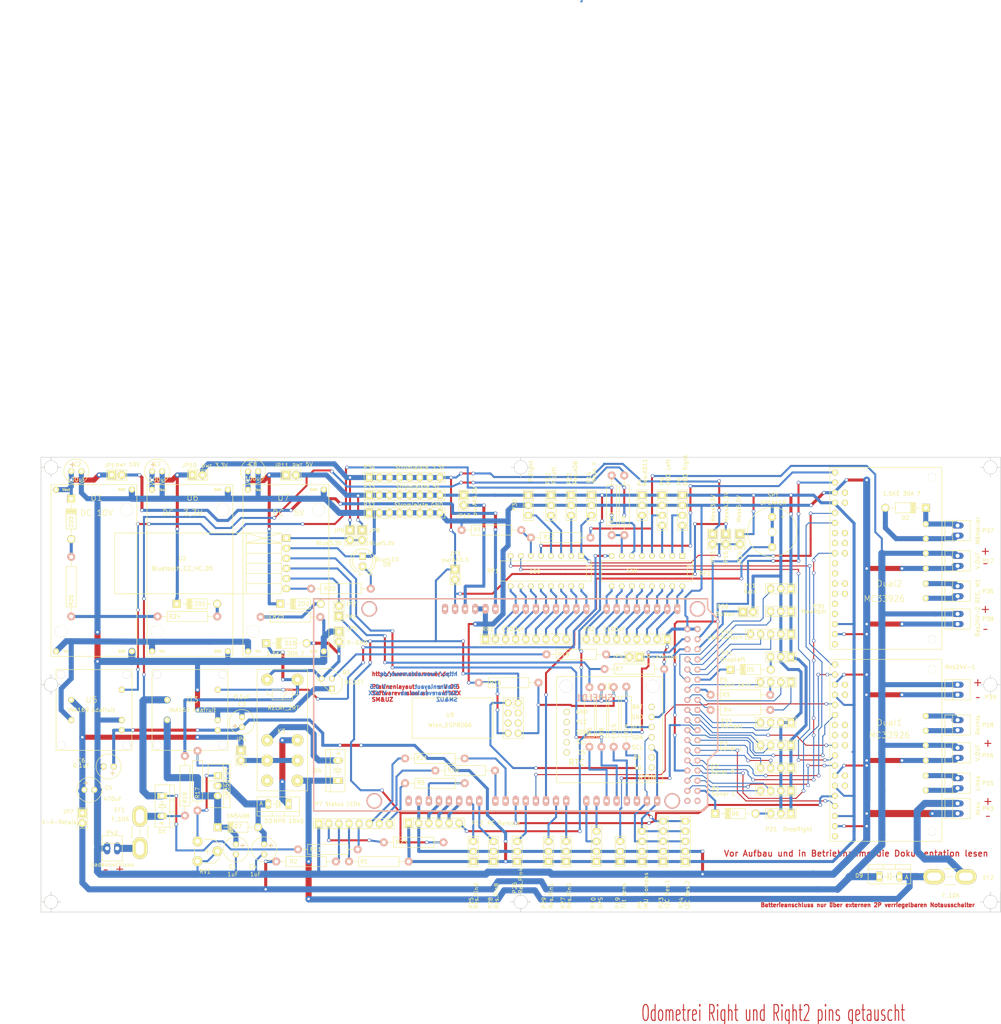
<source format=kicad_pcb>
(kicad_pcb (version 4) (host pcbnew "(2015-01-23 BZR 5386)-product")
  (title_block (title "Ardumower VCN PCB ") (date "23 Dez 2014") (rev 0,05))
  (layers (0 F.Cu signal) (31 B.Cu signal) (34 B.Paste user) (35 F.Paste user) (36 B.SilkS user) (37 F.SilkS user) (38 B.Mask user) (39 F.Mask user) (44 Edge.Cuts user))
  (net 0 "")
  (net 1 GND)
  (net 2 pinMotorLeftDir)
  (net 3 pinMotorLeftPWM)
  (net 4 pinMotorLeftFault)
  (net 5 pinMotorLeftSense)
  (net 6 pinMotorEnable)
  (net 7 pinMotorRightDir)
  (net 8 pinMotorRightPWM)
  (net 9 pinMotorRightFault)
  (net 10 pinMotorRightSense)
  (net 11 pinMotorMowEnable)
  (net 12 pinMotorMowDir)
  (net 13 pinMotorMowPWM)
  (net 14 pinMotorMowFault)
  (net 15 pinMotorMowSense)
  (net 16 "Net-(C2-Pad1)")
  (net 17 +3.3V)
  (net 18 "Net-(JP2-Pad2)")
  (net 19 pinTilt)
  (net 20 pinButton)
  (net 21 pinSonarCenterTrigger)
  (net 22 pinSonarCenterEcho)
  (net 23 pinSonarRightTrigger)
  (net 24 pinSonarRightEcho)
  (net 25 pinSonarLeftTrigger)
  (net 26 pinSonarLeftEcho)
  (net 27 pinLawnBackRecv)
  (net 28 pinLawnFrontRecv)
  (net 29 LedPin-5v)
  (net 30 LedPin-24v)
  (net 31 Led-Status)
  (net 32 pinOdometryRight)
  (net 33 pinOdometryRight2)
  (net 34 pinOdometryLeft)
  (net 35 pinOdometryLeft2)
  (net 36 GPS_RX)
  (net 37 GPS_TX)
  (net 38 pinBumperRight)
  (net 39 pinBumperLeft)
  (net 40 pinPerimeterLeft)
  (net 41 pinRemoteMow)
  (net 42 pinRemoteSteer)
  (net 43 pinRemoteSpeed)
  (net 44 pinRemoteSwitch)
  (net 45 pinUserSwitch1)
  (net 46 pinUserSwitch2)
  (net 47 pinUserSwitch3)
  (net 48 +24V)
  (net 49 pinLawnBackSend)
  (net 50 pinLawnFrontSend)
  (net 51 "Net-(R5-Pad1)")
  (net 52 TX2)
  (net 53 pinChargeVoltage)
  (net 54 pinChargingEnable)
  (net 55 pinBatteryVoltage)
  (net 56 pinChargeCurrent)
  (net 57 pinBuzzer)
  (net 58 "Net-(C1-Pad1)")
  (net 59 "Net-(C4-Pad1)")
  (net 60 "Net-(D2-Pad1)")
  (net 61 "Net-(D2-Pad2)")
  (net 62 "Net-(EF1-Pad1)")
  (net 63 Power)
  (net 64 "Net-(C5-Pad1)")
  (net 65 "Net-(D5-Pad1)")
  (net 66 DropLeft)
  (net 67 "Net-(D6-Pad1)")
  (net 68 DropRight)
  (net 69 "Net-(JP4-Pad2)")
  (net 70 "Net-(JP6-Pad2)")
  (net 71 DuoLED-Rot)
  (net 72 RX1)
  (net 73 pinPerimeterRight)
  (net 74 "Net-(Q1-PadB)")
  (net 75 TX1)
  (net 76 "Net-(R17-Pad2)")
  (net 77 "Net-(R20-Pad1)")
  (net 78 "Net-(R21-Pad1)")
  (net 79 pinChargingBilanz)
  (net 80 "Net-(U1-Pad3)")
  (net 81 "Net-(RP1-Pad9)")
  (net 82 "Net-(RP1-Pad10)")
  (net 83 "Net-(RP1-Pad11)")
  (net 84 "Net-(RP1-Pad12)")
  (net 85 "Net-(RP1-Pad13)")
  (net 86 "Net-(RP1-Pad14)")
  (net 87 "Net-(RP1-Pad15)")
  (net 88 "Net-(RP1-Pad16)")
  (net 89 "Net-(RP2-Pad9)")
  (net 90 "Net-(RP2-Pad10)")
  (net 91 "Net-(RP2-Pad11)")
  (net 92 "Net-(RP2-Pad12)")
  (net 93 "Net-(RP2-Pad13)")
  (net 94 "Net-(RP2-Pad14)")
  (net 95 "Net-(RP2-Pad15)")
  (net 96 "Net-(RP2-Pad16)")
  (net 97 pinMotorMowRpm)
  (net 98 pinRain)
  (net 99 "Net-(P6-Pad3)")
  (net 100 "Net-(P6-Pad1)")
  (net 101 DuoLED_Grün)
  (net 102 StationLed)
  (net 103 "Net-(D1-Pad2)")
  (net 104 Power5)
  (net 105 "Net-(C7-Pad1)")
  (net 106 "Net-(C8-Pad1)")
  (net 107 "Net-(JP12-Pad2)")
  (net 108 ReservePin9)
  (net 109 ReservePin4)
  (net 110 ReservePin0)
  (net 111 ReservePin8)
  (net 112 ReservePin1)
  (net 113 ReserveAD11)
  (net 114 ReserveAD6)
  (net 115 "Net-(D3-Pad2)")
  (net 116 "Net-(D4-Pad1)")
  (net 117 "Net-(R15-Pad2)")
  (net 118 "Net-(D8-Pad1)")
  (net 119 LedPin-3V)
  (net 120 "Net-(Dual1-Pad19)")
  (net 121 "Net-(Dual1-Pad20)")
  (net 122 "Net-(Dual1-Pad23)")
  (net 123 "Net-(Dual1-Pad24)")
  (net 124 "Net-(Dual2-Pad19)")
  (net 125 "Net-(Dual2-Pad20)")
  (net 126 RX2)
  (net 127 PowerA3,3)
  (net 128 "Net-(JP8-Pad2)")
  (net 129 Spannungmessung)
  (net 130 "Net-(R6-Pad2)")
  (net 131 "Net-(R22-Pad1)")
  (net 132 "Net-(D4-Pad2)")
  (net 133 "Net-(D1-Pad1)")
  (net 134 SDA2)
  (net 135 "Net-(EF2-Pad2)")
  (net 136 "Net-(D10-Pad1)")
  (net 137 "Net-(D10-Pad2)")
  (net 138 SCL2)
  (net 139 "Net-(R24-Pad1)")
  (net 140 "Net-(R25-Pad1)")
  (net 141 "Net-(R26-Pad1)")
  (module "Arduino Mega Shield:ARDUINO MEGA SHIELD" (layer B.Cu) (at 96.52 66.04)
    (fp_text reference SHIELD1 (at 70.612 24.892) (layer B.SilkS) (effects (font (thickness 0.3048)) (justify mirror)))
    (fp_text value ARDUINO_MEGA_SHIELD hide)
    (pad 14 thru_hole oval (at 68.58 50.8 270) (size 2.54 1.524) (drill 0.8128) (layers *.Cu *.Mask B.SilkS) (net 36 GPS_RX))
    (pad 15 thru_hole oval (at 71.12 50.8 270) (size 2.54 1.524) (drill 0.8128) (layers *.Cu *.Mask B.SilkS) (net 37 GPS_TX))
    (pad 16 thru_hole oval (at 73.66 50.8 270) (size 2.54 1.524) (drill 0.8128) (layers *.Cu *.Mask B.SilkS) (net 52 TX2))
    (pad 17 thru_hole oval (at 76.2 50.8 270) (size 2.54 1.524) (drill 0.8128) (layers *.Cu *.Mask B.SilkS) (net 126 RX2))
    (pad 18 thru_hole oval (at 78.74 50.8 270) (size 2.54 1.524) (drill 0.8128) (layers *.Cu *.Mask B.SilkS) (net 75 TX1))
    (pad 19 thru_hole oval (at 81.28 50.8 270) (size 2.54 1.524) (drill 0.8128) (layers *.Cu *.Mask B.SilkS) (net 72 RX1))
    (pad 20 thru_hole oval (at 83.82 50.8 270) (size 2.54 1.524) (drill 0.8128) (layers *.Cu *.Mask B.SilkS) (net 134 SDA2))
    (pad 21 thru_hole oval (at 86.36 50.8 270) (size 2.54 1.524) (drill 0.8128) (layers *.Cu *.Mask B.SilkS) (net 138 SCL2))
    (pad AD15 thru_hole oval (at 91.44 2.54 270) (size 2.54 1.524) (drill 0.8128) (layers *.Cu *.Mask B.SilkS) (net 96 "Net-(RP2-Pad16)"))
    (pad AD14 thru_hole oval (at 88.9 2.54 270) (size 2.54 1.524) (drill 0.8128) (layers *.Cu *.Mask B.SilkS) (net 95 "Net-(RP2-Pad15)"))
    (pad AD13 thru_hole oval (at 86.36 2.54 270) (size 2.54 1.524) (drill 0.8128) (layers *.Cu *.Mask B.SilkS) (net 94 "Net-(RP2-Pad14)"))
    (pad AD12 thru_hole oval (at 83.82 2.54 270) (size 2.54 1.524) (drill 0.8128) (layers *.Cu *.Mask B.SilkS) (net 93 "Net-(RP2-Pad13)"))
    (pad AD8 thru_hole oval (at 73.66 2.54 270) (size 2.54 1.524) (drill 0.8128) (layers *.Cu *.Mask B.SilkS) (net 89 "Net-(RP2-Pad9)"))
    (pad AD7 thru_hole oval (at 68.58 2.54 270) (size 2.54 1.524) (drill 0.8128) (layers *.Cu *.Mask B.SilkS) (net 88 "Net-(RP1-Pad16)"))
    (pad AD6 thru_hole oval (at 66.04 2.54 270) (size 2.54 1.524) (drill 0.8128) (layers *.Cu *.Mask B.SilkS) (net 87 "Net-(RP1-Pad15)"))
    (pad AD9 thru_hole oval (at 76.2 2.54 270) (size 2.54 1.524) (drill 0.8128) (layers *.Cu *.Mask B.SilkS) (net 90 "Net-(RP2-Pad10)"))
    (pad AD10 thru_hole oval (at 78.74 2.54 270) (size 2.54 1.524) (drill 0.8128) (layers *.Cu *.Mask B.SilkS) (net 91 "Net-(RP2-Pad11)"))
    (pad AD11 thru_hole oval (at 81.28 2.54 270) (size 2.54 1.524) (drill 0.8128) (layers *.Cu *.Mask B.SilkS) (net 92 "Net-(RP2-Pad12)"))
    (pad AD5 thru_hole oval (at 63.5 2.54 270) (size 2.54 1.524) (drill 0.8128) (layers *.Cu *.Mask B.SilkS) (net 86 "Net-(RP1-Pad14)"))
    (pad AD4 thru_hole oval (at 60.96 2.54 270) (size 2.54 1.524) (drill 0.8128) (layers *.Cu *.Mask B.SilkS) (net 85 "Net-(RP1-Pad13)"))
    (pad AD3 thru_hole oval (at 58.42 2.54 270) (size 2.54 1.524) (drill 0.8128) (layers *.Cu *.Mask B.SilkS) (net 84 "Net-(RP1-Pad12)"))
    (pad AD0 thru_hole oval (at 50.8 2.54 270) (size 2.54 1.524) (drill 0.8128) (layers *.Cu *.Mask B.SilkS) (net 81 "Net-(RP1-Pad9)"))
    (pad AD1 thru_hole oval (at 53.34 2.54 270) (size 2.54 1.524) (drill 0.8128) (layers *.Cu *.Mask B.SilkS) (net 82 "Net-(RP1-Pad10)"))
    (pad AD2 thru_hole oval (at 55.88 2.54 270) (size 2.54 1.524) (drill 0.8128) (layers *.Cu *.Mask B.SilkS) (net 83 "Net-(RP1-Pad11)"))
    (pad V_IN thru_hole oval (at 45.72 2.54 270) (size 2.54 1.524) (drill 0.8128) (layers *.Cu *.Mask B.SilkS) (net 63 Power))
    (pad GND2 thru_hole oval (at 43.18 2.54 270) (size 2.54 1.524) (drill 0.8128) (layers *.Cu *.Mask B.SilkS) (net 1 GND))
    (pad GND1 thru_hole oval (at 40.64 2.54 270) (size 2.54 1.524) (drill 0.8128) (layers *.Cu *.Mask B.SilkS) (net 1 GND))
    (pad 3V3 thru_hole oval (at 35.56 2.54 270) (size 2.54 1.524) (drill 0.8128) (layers *.Cu *.Mask B.SilkS) (net 127 PowerA3,3))
    (pad RST thru_hole oval (at 33.02 2.54 270) (size 2.54 1.524) (drill 0.8128) (layers *.Cu *.Mask B.SilkS))
    (pad 0 thru_hole oval (at 63.5 50.8 270) (size 2.54 1.524) (drill 0.8128) (layers *.Cu *.Mask B.SilkS) (net 110 ReservePin0))
    (pad 1 thru_hole oval (at 60.96 50.8 270) (size 2.54 1.524) (drill 0.8128) (layers *.Cu *.Mask B.SilkS) (net 112 ReservePin1))
    (pad 2 thru_hole oval (at 58.42 50.8 270) (size 2.54 1.524) (drill 0.8128) (layers *.Cu *.Mask B.SilkS) (net 13 pinMotorMowPWM))
    (pad 3 thru_hole oval (at 55.88 50.8 270) (size 2.54 1.524) (drill 0.8128) (layers *.Cu *.Mask B.SilkS) (net 8 pinMotorRightPWM))
    (pad 4 thru_hole oval (at 53.34 50.8 270) (size 2.54 1.524) (drill 0.8128) (layers *.Cu *.Mask B.SilkS) (net 109 ReservePin4))
    (pad 5 thru_hole oval (at 50.8 50.8 270) (size 2.54 1.524) (drill 0.8128) (layers *.Cu *.Mask B.SilkS) (net 3 pinMotorLeftPWM))
    (pad 6 thru_hole oval (at 48.26 50.8 270) (size 2.54 1.524) (drill 0.8128) (layers *.Cu *.Mask B.SilkS) (net 78 "Net-(R21-Pad1)"))
    (pad 7 thru_hole oval (at 45.72 50.8 270) (size 2.54 1.524) (drill 0.8128) (layers *.Cu *.Mask B.SilkS) (net 77 "Net-(R20-Pad1)"))
    (pad 8 thru_hole oval (at 41.656 50.8 270) (size 2.54 1.524) (drill 0.8128) (layers *.Cu *.Mask B.SilkS) (net 111 ReservePin8))
    (pad 9 thru_hole oval (at 39.116 50.8 270) (size 2.54 1.524) (drill 0.8128) (layers *.Cu *.Mask B.SilkS) (net 108 ReservePin9))
    (pad 10 thru_hole oval (at 36.576 50.8 270) (size 2.54 1.524) (drill 0.8128) (layers *.Cu *.Mask B.SilkS) (net 43 pinRemoteSpeed))
    (pad 11 thru_hole oval (at 34.036 50.8 270) (size 2.54 1.524) (drill 0.8128) (layers *.Cu *.Mask B.SilkS) (net 42 pinRemoteSteer))
    (pad 12 thru_hole oval (at 31.496 50.8 270) (size 2.54 1.524) (drill 0.8128) (layers *.Cu *.Mask B.SilkS) (net 41 pinRemoteMow))
    (pad 13 thru_hole oval (at 28.956 50.8 270) (size 2.54 1.524) (drill 0.8128) (layers *.Cu *.Mask B.SilkS) (net 51 "Net-(R5-Pad1)"))
    (pad GND3 thru_hole oval (at 26.416 50.8 270) (size 2.54 1.524) (drill 0.8128) (layers *.Cu *.Mask B.SilkS) (net 1 GND))
    (pad AREF thru_hole oval (at 23.876 50.8 270) (size 2.54 1.524) (drill 0.8128) (layers *.Cu *.Mask B.SilkS))
    (pad 5V thru_hole oval (at 38.1 2.54 270) (size 2.54 1.524) (drill 0.8128) (layers *.Cu *.Mask B.SilkS) (net 107 "Net-(JP12-Pad2)"))
    (pad "" thru_hole circle (at 96.52 2.54 270) (size 3.937 3.937) (drill 3.175) (layers *.Cu *.Mask B.SilkS))
    (pad "" thru_hole circle (at 90.17 50.8 270) (size 3.937 3.937) (drill 3.175) (layers *.Cu *.Mask B.SilkS))
    (pad "" thru_hole circle (at 15.24 50.8 270) (size 3.937 3.937) (drill 3.175) (layers *.Cu *.Mask B.SilkS))
    (pad "" thru_hole circle (at 13.97 2.54 270) (size 3.937 3.937) (drill 3.175) (layers *.Cu *.Mask B.SilkS))
    (pad 22 thru_hole circle (at 93.98 48.26) (size 1.524 1.524) (drill 0.8128) (layers *.Cu *.Mask B.SilkS) (net 22 pinSonarCenterEcho))
    (pad 23 thru_hole circle (at 96.52 48.26) (size 1.524 1.524) (drill 0.8128) (layers *.Cu *.Mask B.SilkS) (net 68 DropRight))
    (pad 24 thru_hole circle (at 93.98 45.72) (size 1.524 1.524) (drill 0.8128) (layers *.Cu *.Mask B.SilkS) (net 21 pinSonarCenterTrigger))
    (pad 25 thru_hole circle (at 96.52 45.72) (size 1.524 1.524) (drill 0.8128) (layers *.Cu *.Mask B.SilkS) (net 4 pinMotorLeftFault))
    (pad 26 thru_hole circle (at 93.98 43.18) (size 1.524 1.524) (drill 0.8128) (layers *.Cu *.Mask B.SilkS) (net 14 pinMotorMowFault))
    (pad 27 thru_hole circle (at 96.52 43.18) (size 1.524 1.524) (drill 0.8128) (layers *.Cu *.Mask B.SilkS) (net 9 pinMotorRightFault))
    (pad 28 thru_hole circle (at 93.98 40.64) (size 1.524 1.524) (drill 0.8128) (layers *.Cu *.Mask B.SilkS) (net 11 pinMotorMowEnable))
    (pad 29 thru_hole circle (at 96.52 40.64) (size 1.524 1.524) (drill 0.8128) (layers *.Cu *.Mask B.SilkS) (net 12 pinMotorMowDir))
    (pad 5V_4 thru_hole circle (at 93.98 50.8) (size 1.524 1.524) (drill 0.8128) (layers *.Cu *.Mask B.SilkS))
    (pad 5V_5 thru_hole circle (at 96.52 50.8) (size 1.524 1.524) (drill 0.8128) (layers *.Cu *.Mask B.SilkS))
    (pad 31 thru_hole circle (at 96.52 38.1) (size 1.524 1.524) (drill 0.8128) (layers *.Cu *.Mask B.SilkS) (net 2 pinMotorLeftDir))
    (pad 30 thru_hole circle (at 93.98 38.1) (size 1.524 1.524) (drill 0.8128) (layers *.Cu *.Mask B.SilkS) (net 23 pinSonarRightTrigger))
    (pad 32 thru_hole circle (at 93.98 35.56) (size 1.524 1.524) (drill 0.8128) (layers *.Cu *.Mask B.SilkS) (net 24 pinSonarRightEcho))
    (pad 33 thru_hole circle (at 96.52 35.56) (size 1.524 1.524) (drill 0.8128) (layers *.Cu *.Mask B.SilkS) (net 7 pinMotorRightDir))
    (pad 34 thru_hole circle (at 93.98 33.02) (size 1.524 1.524) (drill 0.8128) (layers *.Cu *.Mask B.SilkS) (net 25 pinSonarLeftTrigger))
    (pad 35 thru_hole circle (at 96.52 33.02) (size 1.524 1.524) (drill 0.8128) (layers *.Cu *.Mask B.SilkS) (net 19 pinTilt))
    (pad 36 thru_hole circle (at 93.98 30.48) (size 1.524 1.524) (drill 0.8128) (layers *.Cu *.Mask B.SilkS) (net 26 pinSonarLeftEcho))
    (pad 37 thru_hole circle (at 96.52 30.48) (size 1.524 1.524) (drill 0.8128) (layers *.Cu *.Mask B.SilkS) (net 6 pinMotorEnable))
    (pad 38 thru_hole circle (at 93.98 27.94) (size 1.524 1.524) (drill 0.8128) (layers *.Cu *.Mask B.SilkS) (net 38 pinBumperRight))
    (pad 39 thru_hole circle (at 96.52 27.94) (size 1.524 1.524) (drill 0.8128) (layers *.Cu *.Mask B.SilkS) (net 39 pinBumperLeft))
    (pad 40 thru_hole circle (at 93.98 25.4) (size 1.524 1.524) (drill 0.8128) (layers *.Cu *.Mask B.SilkS) (net 28 pinLawnFrontRecv))
    (pad 41 thru_hole circle (at 96.52 25.4) (size 1.524 1.524) (drill 0.8128) (layers *.Cu *.Mask B.SilkS) (net 50 pinLawnFrontSend))
    (pad 42 thru_hole circle (at 93.98 22.86) (size 1.524 1.524) (drill 0.8128) (layers *.Cu *.Mask B.SilkS) (net 27 pinLawnBackRecv))
    (pad 43 thru_hole circle (at 96.52 22.86) (size 1.524 1.524) (drill 0.8128) (layers *.Cu *.Mask B.SilkS) (net 49 pinLawnBackSend))
    (pad 44 thru_hole circle (at 93.98 20.32) (size 1.524 1.524) (drill 0.8128) (layers *.Cu *.Mask B.SilkS) (net 98 pinRain))
    (pad 45 thru_hole circle (at 96.52 20.32) (size 1.524 1.524) (drill 0.8128) (layers *.Cu *.Mask B.SilkS) (net 66 DropLeft))
    (pad 46 thru_hole circle (at 93.98 17.78) (size 1.524 1.524) (drill 0.8128) (layers *.Cu *.Mask B.SilkS) (net 45 pinUserSwitch1))
    (pad 47 thru_hole circle (at 96.52 17.78) (size 1.524 1.524) (drill 0.8128) (layers *.Cu *.Mask B.SilkS) (net 46 pinUserSwitch2))
    (pad 48 thru_hole circle (at 93.98 15.24) (size 1.524 1.524) (drill 0.8128) (layers *.Cu *.Mask B.SilkS) (net 47 pinUserSwitch3))
    (pad 49 thru_hole circle (at 96.52 15.24) (size 1.524 1.524) (drill 0.8128) (layers *.Cu *.Mask B.SilkS) (net 97 pinMotorMowRpm))
    (pad 50 thru_hole circle (at 93.98 12.7) (size 1.524 1.524) (drill 0.8128) (layers *.Cu *.Mask B.SilkS) (net 54 pinChargingEnable))
    (pad 51 thru_hole circle (at 96.52 12.7) (size 1.524 1.524) (drill 0.8128) (layers *.Cu *.Mask B.SilkS) (net 20 pinButton))
    (pad 52 thru_hole circle (at 93.98 10.16) (size 1.524 1.524) (drill 0.8128) (layers *.Cu *.Mask B.SilkS) (net 44 pinRemoteSwitch))
    (pad 53 thru_hole circle (at 96.52 10.16) (size 1.524 1.524) (drill 0.8128) (layers *.Cu *.Mask B.SilkS) (net 57 pinBuzzer))
    (pad GND4 thru_hole circle (at 93.98 7.62) (size 1.524 1.524) (drill 0.8128) (layers *.Cu *.Mask B.SilkS) (net 1 GND))
    (pad GND5 thru_hole circle (at 96.52 7.62) (size 1.524 1.524) (drill 0.8128) (layers *.Cu *.Mask B.SilkS) (net 1 GND))
  )
  (module Connect:PINHEAD1-2 (layer F.Cu) (at 258.445 112.395 90)
    (fp_text reference P15 (at 0 7.62 180) (layer F.SilkS))
    (fp_text value Links (at 0 5.08 270) (layer F.SilkS))
    (pad 1 thru_hole oval (at -1.27 0 90) (size 1.50622 3.01498) (drill 0.99822) (layers *.Cu *.Mask) (net 120 "Net-(Dual1-Pad19)"))
    (pad 2 thru_hole oval (at 1.27 0 90) (size 1.50622 3.01498) (drill 0.99822) (layers *.Cu *.Mask) (net 121 "Net-(Dual1-Pad20)"))
  )
  (module Connect:PINHEAD1-2 (layer F.Cu) (at 258.445 56.515 90)
    (fp_text reference P17 (at 0 7.62 180) (layer F.SilkS))
    (fp_text value V.OUT (at 0 5.08 90) (layer F.SilkS))
    (pad 1 thru_hole oval (at -1.27 0 90) (size 1.50622 3.01498) (drill 0.99822) (layers *.Cu *.Mask) (net 1 GND))
    (pad 2 thru_hole oval (at 1.27 0 90) (size 1.50622 3.01498) (drill 0.99822) (layers *.Cu *.Mask) (net 48 +24V))
  )
  (module Connect:PINHEAD1-2 (layer F.Cu) (at 258.445 97.79 90)
    (fp_text reference P18 (at 0 7.62 180) (layer F.SilkS))
    (fp_text value Rechts (at 0 5.08 270) (layer F.SilkS))
    (pad 1 thru_hole oval (at -1.27 0 90) (size 1.50622 3.01498) (drill 0.99822) (layers *.Cu *.Mask) (net 122 "Net-(Dual1-Pad23)"))
    (pad 2 thru_hole oval (at 1.27 0 90) (size 1.50622 3.01498) (drill 0.99822) (layers *.Cu *.Mask) (net 123 "Net-(Dual1-Pad24)"))
  )
  (module Resistors_ThroughHole:Resistor_Horizontal_RM15mm (layer F.Cu) (at 112.903 132.08 180)
    (fp_text reference R1 (at 3.683 0 180) (layer F.SilkS))
    (fp_text value 220 hide)
    (pad 1 thru_hole circle (at -7.5 0 180) (size 1.99898 1.99898) (drill 1.00076) (layers *.Cu *.SilkS *.Mask) (net 104 Power5))
    (pad 2 thru_hole circle (at 7.5 0 180) (size 1.99898 1.99898) (drill 1.00076) (layers *.Cu *.SilkS *.Mask) (net 29 LedPin-5v))
  )
  (module Resistors_ThroughHole:Resistor_Horizontal_RM15mm (layer F.Cu) (at 94.615 132.08)
    (fp_text reference R2 (at -3.175 0) (layer F.SilkS))
    (fp_text value 1K5 hide)
    (pad 1 thru_hole circle (at -7.5 0) (size 1.99898 1.99898) (drill 1.00076) (layers *.Cu *.SilkS *.Mask) (net 48 +24V))
    (pad 2 thru_hole circle (at 7.5 0) (size 1.99898 1.99898) (drill 1.00076) (layers *.Cu *.SilkS *.Mask) (net 30 LedPin-24v))
  )
  (module Resistors_ThroughHole:Resistor_Horizontal_RM15mm (layer F.Cu) (at 203.835 90.17 180)
    (fp_text reference R3 (at 3.683 0 180) (layer F.SilkS))
    (fp_text value 2M2 hide)
    (pad 1 thru_hole circle (at -7.5 0 180) (size 1.99898 1.99898) (drill 1.00076) (layers *.Cu *.SilkS *.Mask) (net 99 "Net-(P6-Pad3)"))
    (pad 2 thru_hole circle (at 7.5 0 180) (size 1.99898 1.99898) (drill 1.00076) (layers *.Cu *.SilkS *.Mask) (net 49 pinLawnBackSend))
  )
  (module Resistors_ThroughHole:Resistor_Horizontal_RM15mm (layer F.Cu) (at 203.835 93.98 180)
    (fp_text reference R4 (at 3.175 0 180) (layer F.SilkS))
    (fp_text value 2M2 hide)
    (pad 1 thru_hole circle (at -7.5 0 180) (size 1.99898 1.99898) (drill 1.00076) (layers *.Cu *.SilkS *.Mask) (net 100 "Net-(P6-Pad1)"))
    (pad 2 thru_hole circle (at 7.5 0 180) (size 1.99898 1.99898) (drill 1.00076) (layers *.Cu *.SilkS *.Mask) (net 50 pinLawnFrontSend))
  )
  (module Resistors_ThroughHole:Resistor_Horizontal_RM15mm (layer F.Cu) (at 127 112.395 180)
    (fp_text reference R5 (at 3.556 0.127 180) (layer F.SilkS))
    (fp_text value 470R hide)
    (pad 1 thru_hole circle (at -7.5 0 180) (size 1.99898 1.99898) (drill 1.00076) (layers *.Cu *.SilkS *.Mask) (net 51 "Net-(R5-Pad1)"))
    (pad 2 thru_hole circle (at 7.5 0 180) (size 1.99898 1.99898) (drill 1.00076) (layers *.Cu *.SilkS *.Mask) (net 31 Led-Status))
  )
  (module Resistors_ThroughHole:Resistor_Horizontal_RM15mm (layer F.Cu) (at 165.862 95.758 90)
    (fp_text reference R6 (at -3.556 0 90) (layer F.SilkS))
    (fp_text value 470R hide)
    (pad 1 thru_hole circle (at -7.5 0 90) (size 1.99898 1.99898) (drill 1.00076) (layers *.Cu *.SilkS *.Mask) (net 52 TX2))
    (pad 2 thru_hole circle (at 7.5 0 90) (size 1.99898 1.99898) (drill 1.00076) (layers *.Cu *.SilkS *.Mask) (net 130 "Net-(R6-Pad2)"))
  )
  (module Resistors_ThroughHole:Resistor_Horizontal_RM15mm (layer F.Cu) (at 177.165 83.693)
    (fp_text reference R7 (at -3.81 0) (layer F.SilkS))
    (fp_text value 1K hide)
    (pad 1 thru_hole circle (at -7.5 0) (size 1.99898 1.99898) (drill 1.00076) (layers *.Cu *.SilkS *.Mask) (net 130 "Net-(R6-Pad2)"))
    (pad 2 thru_hole circle (at 7.5 0) (size 1.99898 1.99898) (drill 1.00076) (layers *.Cu *.SilkS *.Mask) (net 1 GND))
  )
  (module Resistors_ThroughHole:Resistor_Horizontal_RM15mm (layer F.Cu) (at 168.91 95.758 90)
    (fp_text reference R8 (at -3.683 0 90) (layer F.SilkS))
    (fp_text value 1K hide)
    (pad 1 thru_hole circle (at -7.5 0 90) (size 1.99898 1.99898) (drill 1.00076) (layers *.Cu *.SilkS *.Mask) (net 126 RX2))
    (pad 2 thru_hole circle (at 7.5 0 90) (size 1.99898 1.99898) (drill 1.00076) (layers *.Cu *.SilkS *.Mask) (net 104 Power5))
  )
  (module Resistors_ThroughHole:Resistor_Horizontal_RM15mm (layer F.Cu) (at 174.625 42.545 270)
    (fp_text reference R9 (at 3.683 0.127 270) (layer F.SilkS))
    (fp_text value 47K hide)
    (pad 1 thru_hole circle (at -7.5 0 270) (size 1.99898 1.99898) (drill 1.00076) (layers *.Cu *.SilkS *.Mask) (net 103 "Net-(D1-Pad2)"))
    (pad 2 thru_hole circle (at 7.5 0 270) (size 1.99898 1.99898) (drill 1.00076) (layers *.Cu *.SilkS *.Mask) (net 53 pinChargeVoltage))
  )
  (module Resistors_ThroughHole:Resistor_Horizontal_RM15mm (layer F.Cu) (at 100.076 129.032)
    (fp_text reference R11 (at -3.048 0) (layer F.SilkS))
    (fp_text value 1K5 hide)
    (pad 1 thru_hole circle (at -7.5 0) (size 1.99898 1.99898) (drill 1.00076) (layers *.Cu *.SilkS *.Mask) (net 103 "Net-(D1-Pad2)"))
    (pad 2 thru_hole circle (at 7.5 0) (size 1.99898 1.99898) (drill 1.00076) (layers *.Cu *.SilkS *.Mask) (net 102 StationLed))
  )
  (module Buzzers_Beepers:Buzzer_12x9.5RM7.6 (layer F.Cu) (at 211.836 49.276 270)
    (fp_text reference SP1 (at -9.271 -0.254 360) (layer F.SilkS))
    (fp_text value SPEAKER (at -7.366 -0.254 360) (layer F.SilkS))
    (fp_text user + (at -3.81 -2.54 270) (layer F.SilkS))
    (pad 1 thru_hole circle (at -3.79984 0 270) (size 2 2) (drill 1.00076) (layers *.Cu *.Mask F.SilkS) (net 1 GND))
    (pad 2 thru_hole circle (at 3.79984 0 270) (size 2 2) (drill 1.00076) (layers *.Cu *.Mask F.SilkS) (net 57 pinBuzzer))
  )
  (module Resistors_ThroughHole:Resistor_Horizontal_RM15mm (layer F.Cu) (at 171.45 42.545 90)
    (fp_text reference R10 (at -3.175 0 90) (layer F.SilkS))
    (fp_text value 5K hide)
    (pad 1 thru_hole circle (at -7.5 0 90) (size 1.99898 1.99898) (drill 1.00076) (layers *.Cu *.SilkS *.Mask) (net 53 pinChargeVoltage))
    (pad 2 thru_hole circle (at 7.5 0 90) (size 1.99898 1.99898) (drill 1.00076) (layers *.Cu *.SilkS *.Mask) (net 1 GND))
  )
  (module Resistors_ThroughHole:Resistor_Horizontal_RM15mm (layer F.Cu) (at 141.224 48.768 180)
    (fp_text reference R13 (at 3.048 0.127 180) (layer F.SilkS))
    (fp_text value 5K hide)
    (pad 1 thru_hole circle (at -7.5 0 180) (size 1.99898 1.99898) (drill 1.00076) (layers *.Cu *.SilkS *.Mask) (net 55 pinBatteryVoltage))
    (pad 2 thru_hole circle (at 7.5 0 180) (size 1.99898 1.99898) (drill 1.00076) (layers *.Cu *.SilkS *.Mask) (net 1 GND))
  )
  (module Resistors_ThroughHole:Resistor_Horizontal_RM15mm (layer F.Cu) (at 158.623 50.673 180)
    (fp_text reference R12 (at 2.921 0.127 180) (layer F.SilkS))
    (fp_text value 47K hide)
    (pad 1 thru_hole circle (at -7.5 0 180) (size 1.99898 1.99898) (drill 1.00076) (layers *.Cu *.SilkS *.Mask) (net 48 +24V))
    (pad 2 thru_hole circle (at 7.5 0 180) (size 1.99898 1.99898) (drill 1.00076) (layers *.Cu *.SilkS *.Mask) (net 55 pinBatteryVoltage))
  )
  (module Sockets_DIP:DIP-16__300 (layer F.Cu) (at 154.94 59.055 180)
    (fp_text reference RP1 (at 13.335 0 180) (layer F.SilkS))
    (fp_text value 150 (at 2.794 -0.127 180) (layer F.SilkS))
    (pad 1 thru_hole rect (at -8.89 3.81 180) (size 1.397 1.397) (drill 0.8128) (layers *.Cu *.Mask F.SilkS) (net 129 Spannungmessung))
    (pad 2 thru_hole circle (at -6.35 3.81 180) (size 1.397 1.397) (drill 0.8128) (layers *.Cu *.Mask F.SilkS) (net 114 ReserveAD6))
    (pad 3 thru_hole circle (at -3.81 3.81 180) (size 1.397 1.397) (drill 0.8128) (layers *.Cu *.Mask F.SilkS) (net 40 pinPerimeterLeft))
    (pad 4 thru_hole circle (at -1.27 3.81 180) (size 1.397 1.397) (drill 0.8128) (layers *.Cu *.Mask F.SilkS) (net 73 pinPerimeterRight))
    (pad 5 thru_hole circle (at 1.27 3.81 180) (size 1.397 1.397) (drill 0.8128) (layers *.Cu *.Mask F.SilkS) (net 15 pinMotorMowSense))
    (pad 6 thru_hole circle (at 3.81 3.81 180) (size 1.397 1.397) (drill 0.8128) (layers *.Cu *.Mask F.SilkS) (net 55 pinBatteryVoltage))
    (pad 7 thru_hole circle (at 6.35 3.81 180) (size 1.397 1.397) (drill 0.8128) (layers *.Cu *.Mask F.SilkS) (net 5 pinMotorLeftSense))
    (pad 8 thru_hole circle (at 8.89 3.81 180) (size 1.397 1.397) (drill 0.8128) (layers *.Cu *.Mask F.SilkS) (net 10 pinMotorRightSense))
    (pad 9 thru_hole circle (at 8.89 -3.81 180) (size 1.397 1.397) (drill 0.8128) (layers *.Cu *.Mask F.SilkS) (net 81 "Net-(RP1-Pad9)"))
    (pad 10 thru_hole circle (at 6.35 -3.81 180) (size 1.397 1.397) (drill 0.8128) (layers *.Cu *.Mask F.SilkS) (net 82 "Net-(RP1-Pad10)"))
    (pad 11 thru_hole circle (at 3.81 -3.81 180) (size 1.397 1.397) (drill 0.8128) (layers *.Cu *.Mask F.SilkS) (net 83 "Net-(RP1-Pad11)"))
    (pad 12 thru_hole circle (at 1.27 -3.81 180) (size 1.397 1.397) (drill 0.8128) (layers *.Cu *.Mask F.SilkS) (net 84 "Net-(RP1-Pad12)"))
    (pad 13 thru_hole circle (at -1.27 -3.81 180) (size 1.397 1.397) (drill 0.8128) (layers *.Cu *.Mask F.SilkS) (net 85 "Net-(RP1-Pad13)"))
    (pad 14 thru_hole circle (at -3.81 -3.81 180) (size 1.397 1.397) (drill 0.8128) (layers *.Cu *.Mask F.SilkS) (net 86 "Net-(RP1-Pad14)"))
    (pad 15 thru_hole circle (at -6.35 -3.81 180) (size 1.397 1.397) (drill 0.8128) (layers *.Cu *.Mask F.SilkS) (net 87 "Net-(RP1-Pad15)"))
    (pad 16 thru_hole circle (at -8.89 -3.81 180) (size 1.397 1.397) (drill 0.8128) (layers *.Cu *.Mask F.SilkS) (net 88 "Net-(RP1-Pad16)"))
  )
  (module Connect:PINHEAD1-2 (layer F.Cu) (at 258.445 104.775 90)
    (fp_text reference P16 (at -0.635 7.62 180) (layer F.SilkS))
    (fp_text value V.OUT (at 0 5.08 90) (layer F.SilkS))
    (pad 1 thru_hole oval (at -1.27 0 90) (size 1.50622 3.01498) (drill 0.99822) (layers *.Cu *.Mask) (net 1 GND))
    (pad 2 thru_hole oval (at 1.27 0 90) (size 1.50622 3.01498) (drill 0.99822) (layers *.Cu *.Mask) (net 48 +24V))
  )
  (module Pin_Headers:Pin_Header_Straight_1x02 (layer F.Cu) (at 46.99 34.925)
    (fp_text reference JP1 (at -1.778 -2.413 180) (layer F.SilkS))
    (fp_text value "pwr 10V" (at 2.794 -2.667) (layer F.SilkS))
    (pad 1 thru_hole rect (at -1.27 0) (size 2.032 2.032) (drill 1.016) (layers *.Cu *.Mask F.SilkS) (net 16 "Net-(C2-Pad1)"))
    (pad 2 thru_hole oval (at 1.27 0) (size 2.032 2.032) (drill 1.016) (layers *.Cu *.Mask F.SilkS) (net 63 Power))
  )
  (module Pin_Headers:Pin_Header_Straight_1x02 (layer F.Cu) (at 177.165 80.645 180)
    (fp_text reference JP4 (at 4.191 0.127 180) (layer F.SilkS))
    (fp_text value R-Arduino (at -6.985 0 180) (layer F.SilkS))
    (pad 1 thru_hole rect (at -1.27 0 180) (size 2.032 2.032) (drill 1.016) (layers *.Cu *.Mask F.SilkS) (net 54 pinChargingEnable))
    (pad 2 thru_hole oval (at 1.27 0 180) (size 2.032 2.032) (drill 1.016) (layers *.Cu *.Mask F.SilkS) (net 69 "Net-(JP4-Pad2)"))
  )
  (module Pin_Headers:Pin_Header_Straight_1x02 (layer F.Cu) (at 102.87 75.565 270)
    (fp_text reference JP5 (at -2.032 -3.302 360) (layer F.SilkS))
    (fp_text value R-GND (at 1.524 -4.572 360) (layer F.SilkS))
    (pad 1 thru_hole rect (at -1.27 0 270) (size 2.032 2.032) (drill 1.016) (layers *.Cu *.Mask F.SilkS) (net 1 GND))
    (pad 2 thru_hole oval (at 1.27 0 270) (size 2.032 2.032) (drill 1.016) (layers *.Cu *.Mask F.SilkS) (net 136 "Net-(D10-Pad1)"))
  )
  (module Pin_Headers:Pin_Header_Straight_1x02 (layer F.Cu) (at 78.232 105.41 270)
    (fp_text reference JP6 (at -4.064 0 360) (layer F.SilkS))
    (fp_text value V-A-Relais hide)
    (pad 1 thru_hole rect (at -1.27 0 270) (size 2.032 2.032) (drill 1.016) (layers *.Cu *.Mask F.SilkS) (net 64 "Net-(C5-Pad1)"))
    (pad 2 thru_hole oval (at 1.27 0 270) (size 2.032 2.032) (drill 1.016) (layers *.Cu *.Mask F.SilkS) (net 70 "Net-(JP6-Pad2)"))
  )
  (module Discret:TO92-EBC (layer F.Cu) (at 99.822 87.376 270)
    (fp_text reference Q1 (at -2.921 -4.953 360) (layer F.SilkS))
    (fp_text value BC237 (at -0.381 -6.858 360) (layer F.SilkS))
    (pad E thru_hole rect (at 1.27 -1.27 270) (size 1.397 1.397) (drill 0.8128) (layers *.Cu *.Mask F.SilkS) (net 1 GND))
    (pad B thru_hole circle (at -1.27 -1.27 270) (size 1.397 1.397) (drill 0.8128) (layers *.Cu *.Mask F.SilkS) (net 74 "Net-(Q1-PadB)"))
    (pad C thru_hole circle (at -1.27 1.27 270) (size 1.397 1.397) (drill 0.8128) (layers *.Cu *.Mask F.SilkS) (net 136 "Net-(D10-Pad1)"))
  )
  (module Resistors_ThroughHole:Resistor_Horizontal_RM15mm (layer F.Cu) (at 175.133 95.631 90)
    (fp_text reference R14 (at -3.302 0 90) (layer F.SilkS))
    (fp_text value 1K hide)
    (pad 1 thru_hole circle (at -7.5 0 90) (size 1.99898 1.99898) (drill 1.00076) (layers *.Cu *.SilkS *.Mask) (net 72 RX1))
    (pad 2 thru_hole circle (at 7.5 0 90) (size 1.99898 1.99898) (drill 1.00076) (layers *.Cu *.SilkS *.Mask) (net 104 Power5))
  )
  (module Resistors_ThroughHole:Resistor_Horizontal_RM15mm (layer F.Cu) (at 171.958 95.758 90)
    (fp_text reference R15 (at -3.175 0.127 90) (layer F.SilkS))
    (fp_text value 470R hide)
    (pad 1 thru_hole circle (at -7.5 0 90) (size 1.99898 1.99898) (drill 1.00076) (layers *.Cu *.SilkS *.Mask) (net 75 TX1))
    (pad 2 thru_hole circle (at 7.5 0 90) (size 1.99898 1.99898) (drill 1.00076) (layers *.Cu *.SilkS *.Mask) (net 117 "Net-(R15-Pad2)"))
  )
  (module Resistors_ThroughHole:Resistor_Horizontal_RM15mm (layer F.Cu) (at 145.542 87.122 180)
    (fp_text reference R16 (at 3.302 0 180) (layer F.SilkS))
    (fp_text value 1K hide)
    (pad 1 thru_hole circle (at -7.5 0 180) (size 1.99898 1.99898) (drill 1.00076) (layers *.Cu *.SilkS *.Mask) (net 117 "Net-(R15-Pad2)"))
    (pad 2 thru_hole circle (at 7.5 0 180) (size 1.99898 1.99898) (drill 1.00076) (layers *.Cu *.SilkS *.Mask) (net 1 GND))
  )
  (module Resistors_ThroughHole:Resistor_Horizontal_RM15mm (layer F.Cu) (at 67.31 111.76 270)
    (fp_text reference R17 (at 3.048 0 270) (layer F.SilkS))
    (fp_text value 240 hide)
    (pad 1 thru_hole circle (at -7.5 0 270) (size 1.99898 1.99898) (drill 1.00076) (layers *.Cu *.SilkS *.Mask) (net 59 "Net-(C4-Pad1)"))
    (pad 2 thru_hole circle (at 7.5 0 270) (size 1.99898 1.99898) (drill 1.00076) (layers *.Cu *.SilkS *.Mask) (net 76 "Net-(R17-Pad2)"))
  )
  (module Resistors_ThroughHole:Resistor_Horizontal_RM15mm (layer F.Cu) (at 162.56 80.01 180)
    (fp_text reference R18 (at 3.175 0 180) (layer F.SilkS))
    (fp_text value 2k2 hide)
    (pad 1 thru_hole circle (at -7.5 0 180) (size 1.99898 1.99898) (drill 1.00076) (layers *.Cu *.SilkS *.Mask) (net 69 "Net-(JP4-Pad2)"))
    (pad 2 thru_hole circle (at 7.5 0 180) (size 1.99898 1.99898) (drill 1.00076) (layers *.Cu *.SilkS *.Mask) (net 74 "Net-(Q1-PadB)"))
  )
  (module Resistors_ThroughHole:Resistor_Horizontal_RM15mm (layer F.Cu) (at 64.135 113.03 90)
    (fp_text reference R19 (at -3.048 0 90) (layer F.SilkS))
    (fp_text value ???? hide)
    (pad 1 thru_hole circle (at -7.5 0 90) (size 1.99898 1.99898) (drill 1.00076) (layers *.Cu *.SilkS *.Mask) (net 133 "Net-(D1-Pad1)"))
    (pad 2 thru_hole circle (at 7.5 0 90) (size 1.99898 1.99898) (drill 1.00076) (layers *.Cu *.SilkS *.Mask) (net 137 "Net-(D10-Pad2)"))
  )
  (module Resistors_ThroughHole:Resistor_Horizontal_RM15mm (layer F.Cu) (at 134.62 109.22 180)
    (fp_text reference R20 (at 3.048 0.127 180) (layer F.SilkS))
    (fp_text value 470R hide)
    (pad 1 thru_hole circle (at -7.5 0 180) (size 1.99898 1.99898) (drill 1.00076) (layers *.Cu *.SilkS *.Mask) (net 77 "Net-(R20-Pad1)"))
    (pad 2 thru_hole circle (at 7.5 0 180) (size 1.99898 1.99898) (drill 1.00076) (layers *.Cu *.SilkS *.Mask) (net 71 DuoLED-Rot))
  )
  (module Resistors_ThroughHole:Resistor_Horizontal_RM15mm (layer F.Cu) (at 127 106.172 180)
    (fp_text reference R21 (at 3.302 0.127 180) (layer F.SilkS))
    (fp_text value 470R hide)
    (pad 1 thru_hole circle (at -7.5 0 180) (size 1.99898 1.99898) (drill 1.00076) (layers *.Cu *.SilkS *.Mask) (net 78 "Net-(R21-Pad1)"))
    (pad 2 thru_hole circle (at 7.5 0 180) (size 1.99898 1.99898) (drill 1.00076) (layers *.Cu *.SilkS *.Mask) (net 101 DuoLED_Grün))
  )
  (module Sockets_DIP:DIP-16__300 (layer F.Cu) (at 180.34 59.055 180)
    (fp_text reference RP2 (at -14.605 -0.635 180) (layer F.SilkS))
    (fp_text value 150 (at 3.81 0.127 180) (layer F.SilkS))
    (pad 1 thru_hole rect (at -8.89 3.81 180) (size 1.397 1.397) (drill 0.8128) (layers *.Cu *.Mask F.SilkS) (net 33 pinOdometryRight2))
    (pad 2 thru_hole circle (at -6.35 3.81 180) (size 1.397 1.397) (drill 0.8128) (layers *.Cu *.Mask F.SilkS) (net 32 pinOdometryRight))
    (pad 3 thru_hole circle (at -3.81 3.81 180) (size 1.397 1.397) (drill 0.8128) (layers *.Cu *.Mask F.SilkS) (net 35 pinOdometryLeft2))
    (pad 4 thru_hole circle (at -1.27 3.81 180) (size 1.397 1.397) (drill 0.8128) (layers *.Cu *.Mask F.SilkS) (net 34 pinOdometryLeft))
    (pad 5 thru_hole circle (at 1.27 3.81 180) (size 1.397 1.397) (drill 0.8128) (layers *.Cu *.Mask F.SilkS) (net 113 ReserveAD11))
    (pad 6 thru_hole circle (at 3.81 3.81 180) (size 1.397 1.397) (drill 0.8128) (layers *.Cu *.Mask F.SilkS) (net 79 pinChargingBilanz))
    (pad 7 thru_hole circle (at 6.35 3.81 180) (size 1.397 1.397) (drill 0.8128) (layers *.Cu *.Mask F.SilkS) (net 53 pinChargeVoltage))
    (pad 8 thru_hole circle (at 8.89 3.81 180) (size 1.397 1.397) (drill 0.8128) (layers *.Cu *.Mask F.SilkS) (net 56 pinChargeCurrent))
    (pad 9 thru_hole circle (at 8.89 -3.81 180) (size 1.397 1.397) (drill 0.8128) (layers *.Cu *.Mask F.SilkS) (net 89 "Net-(RP2-Pad9)"))
    (pad 10 thru_hole circle (at 6.35 -3.81 180) (size 1.397 1.397) (drill 0.8128) (layers *.Cu *.Mask F.SilkS) (net 90 "Net-(RP2-Pad10)"))
    (pad 11 thru_hole circle (at 3.81 -3.81 180) (size 1.397 1.397) (drill 0.8128) (layers *.Cu *.Mask F.SilkS) (net 91 "Net-(RP2-Pad11)"))
    (pad 12 thru_hole circle (at 1.27 -3.81 180) (size 1.397 1.397) (drill 0.8128) (layers *.Cu *.Mask F.SilkS) (net 92 "Net-(RP2-Pad12)"))
    (pad 13 thru_hole circle (at -1.27 -3.81 180) (size 1.397 1.397) (drill 0.8128) (layers *.Cu *.Mask F.SilkS) (net 93 "Net-(RP2-Pad13)"))
    (pad 14 thru_hole circle (at -3.81 -3.81 180) (size 1.397 1.397) (drill 0.8128) (layers *.Cu *.Mask F.SilkS) (net 94 "Net-(RP2-Pad14)"))
    (pad 15 thru_hole circle (at -6.35 -3.81 180) (size 1.397 1.397) (drill 0.8128) (layers *.Cu *.Mask F.SilkS) (net 95 "Net-(RP2-Pad15)"))
    (pad 16 thru_hole circle (at -8.89 -3.81 180) (size 1.397 1.397) (drill 0.8128) (layers *.Cu *.Mask F.SilkS) (net 96 "Net-(RP2-Pad16)"))
  )
  (module Pin_Headers:Pin_Header_Straight_1x02 (layer F.Cu) (at 102.87 69.088 90)
    (fp_text reference JP2 (at 1.778 3.048 360) (layer F.SilkS))
    (fp_text value Key (at -1.27 3.048 180) (layer F.SilkS))
    (pad 1 thru_hole rect (at -1.27 0 90) (size 2.032 2.032) (drill 1.016) (layers *.Cu *.Mask F.SilkS) (net 17 +3.3V))
    (pad 2 thru_hole oval (at 1.27 0 90) (size 2.032 2.032) (drill 1.016) (layers *.Cu *.Mask F.SilkS) (net 18 "Net-(JP2-Pad2)"))
  )
  (module Pin_Headers:Pin_Header_Straight_1x02 (layer F.Cu) (at 108.712 50.038 270)
    (fp_text reference JP8 (at -1.143 -3.048 360) (layer F.SilkS))
    (fp_text value Blue5.0V (at 2.032 -4.953 360) (layer F.SilkS))
    (pad 1 thru_hole rect (at -1.27 0 270) (size 2.032 2.032) (drill 1.016) (layers *.Cu *.Mask F.SilkS) (net 104 Power5))
    (pad 2 thru_hole oval (at 1.27 0 270) (size 2.032 2.032) (drill 1.016) (layers *.Cu *.Mask F.SilkS) (net 128 "Net-(JP8-Pad2)"))
  )
  (module Pin_Headers:Pin_Header_Straight_1x02 (layer F.Cu) (at 105.664 50.038 270)
    (fp_text reference JP9 (at -1.143 2.794 540) (layer F.SilkS))
    (fp_text value Blue3.3V (at 2.032 5.334 360) (layer F.SilkS))
    (pad 1 thru_hole rect (at -1.27 0 270) (size 2.032 2.032) (drill 1.016) (layers *.Cu *.Mask F.SilkS) (net 17 +3.3V))
    (pad 2 thru_hole oval (at 1.27 0 270) (size 2.032 2.032) (drill 1.016) (layers *.Cu *.Mask F.SilkS) (net 128 "Net-(JP8-Pad2)"))
  )
  (module ACS712:INA169 (layer F.Cu) (at 64.77 93.98 90)
    (fp_text reference U3 (at 2.54 1.27 180) (layer F.SilkS) (effects (font (size 1.5 1.5))))
    (fp_text value "INA169 Adafruit" (at 0 1.27 180) (layer F.SilkS))
    (pad 2 thru_hole circle (at -2.54 7.62 90) (size 1.524 1.524) (drill 0.762) (layers *.Cu *.Mask F.SilkS) (net 1 GND))
    (pad 1 thru_hole circle (at -5.08 7.62 90) (size 1.524 1.524) (drill 0.762) (layers *.Cu *.Mask F.SilkS) (net 104 Power5))
    (pad 3 thru_hole circle (at 5.08 7.62 90) (size 1.524 1.524) (drill 0.762) (layers *.Cu *.Mask F.SilkS) (net 56 pinChargeCurrent))
    (pad 5 thru_hole circle (at -2.54 -5.08 90) (size 1.524 1.524) (drill 0.762) (layers *.Cu *.Mask F.SilkS) (net 58 "Net-(C1-Pad1)"))
    (pad 4 thru_hole circle (at 2.54 -5.08 90) (size 1.524 1.524) (drill 0.762) (layers *.Cu *.Mask F.SilkS) (net 103 "Net-(D1-Pad2)"))
    (pad "" thru_hole circle (at -8.89 8.89 90) (size 2 2) (drill 2) (layers *.Cu *.Mask F.SilkS))
    (pad "" thru_hole circle (at 8.89 8.89 90) (size 2 2) (drill 2) (layers *.Cu *.Mask F.SilkS))
    (pad "" thru_hole circle (at -8.89 -7.62 90) (size 2 2) (drill 2) (layers *.Cu *.Mask F.SilkS))
    (pad "" thru_hole circle (at 8.89 -7.62 90) (size 2 2) (drill 2) (layers *.Cu *.Mask F.SilkS))
  )
  (module ACS712:INA169 (layer F.Cu) (at 40.64 93.98 90)
    (fp_text reference U5 (at 2.54 0 180) (layer F.SilkS) (effects (font (size 1.5 1.5))))
    (fp_text value "INA169 Adafruit" (at 0 0 180) (layer F.SilkS))
    (pad 2 thru_hole circle (at -2.54 7.62 90) (size 1.524 1.524) (drill 0.762) (layers *.Cu *.Mask F.SilkS) (net 1 GND))
    (pad 1 thru_hole circle (at -5.08 7.62 90) (size 1.524 1.524) (drill 0.762) (layers *.Cu *.Mask F.SilkS) (net 104 Power5))
    (pad 3 thru_hole circle (at 5.08 7.62 90) (size 1.524 1.524) (drill 0.762) (layers *.Cu *.Mask F.SilkS) (net 79 pinChargingBilanz))
    (pad 5 thru_hole circle (at -2.54 -5.08 90) (size 1.524 1.524) (drill 0.762) (layers *.Cu *.Mask F.SilkS) (net 80 "Net-(U1-Pad3)"))
    (pad 4 thru_hole circle (at 2.54 -5.08 90) (size 1.524 1.524) (drill 0.762) (layers *.Cu *.Mask F.SilkS) (net 64 "Net-(C5-Pad1)"))
    (pad "" thru_hole circle (at -8.89 8.89 90) (size 2 2) (drill 2) (layers *.Cu *.Mask F.SilkS))
    (pad "" thru_hole circle (at 8.89 8.89 90) (size 2 2) (drill 2) (layers *.Cu *.Mask F.SilkS))
    (pad "" thru_hole circle (at -8.89 -7.62 90) (size 2 2) (drill 2) (layers *.Cu *.Mask F.SilkS))
    (pad "" thru_hole circle (at 8.89 -7.62 90) (size 2 2) (drill 2) (layers *.Cu *.Mask F.SilkS))
  )
  (module Pin_Headers:Pin_Header_Straight_1x02 (layer F.Cu) (at 67.31 34.925)
    (fp_text reference JP10 (at -2.032 -2.413) (layer F.SilkS))
    (fp_text value "pwr 3,3V" (at 4.318 -2.413) (layer F.SilkS))
    (pad 1 thru_hole rect (at -1.27 0) (size 2.032 2.032) (drill 1.016) (layers *.Cu *.Mask F.SilkS) (net 105 "Net-(C7-Pad1)"))
    (pad 2 thru_hole oval (at 1.27 0) (size 2.032 2.032) (drill 1.016) (layers *.Cu *.Mask F.SilkS) (net 17 +3.3V))
  )
  (module Pin_Headers:Pin_Header_Straight_1x02 (layer F.Cu) (at 90.805 34.925)
    (fp_text reference JP11 (at -2.413 -2.413 180) (layer F.SilkS))
    (fp_text value "pwr 5V" (at 2.921 -2.667) (layer F.SilkS))
    (pad 1 thru_hole rect (at -1.27 0) (size 2.032 2.032) (drill 1.016) (layers *.Cu *.Mask F.SilkS) (net 106 "Net-(C8-Pad1)"))
    (pad 2 thru_hole oval (at 1.27 0) (size 2.032 2.032) (drill 1.016) (layers *.Cu *.Mask F.SilkS))
  )
  (module Pin_Headers:Pin_Header_Straight_1x02 (layer F.Cu) (at 134.239 41.275 270)
    (fp_text reference JP12 (at 3.937 0.127 360) (layer F.SilkS))
    (fp_text value pwrAA5.0V (at 0.254 -2.794 270) (layer F.SilkS))
    (pad 1 thru_hole rect (at -1.27 0 270) (size 2.032 2.032) (drill 1.016) (layers *.Cu *.Mask F.SilkS) (net 104 Power5))
    (pad 2 thru_hole oval (at 1.27 0 270) (size 2.032 2.032) (drill 1.016) (layers *.Cu *.Mask F.SilkS) (net 107 "Net-(JP12-Pad2)"))
  )
  (module Pin_Headers:Pin_Header_Straight_1x02 (layer F.Cu) (at 38.354 121.158 270)
    (fp_text reference JP7 (at -1.524 3.556 360) (layer F.SilkS))
    (fp_text value V-A-Relais (at 1.016 5.842 360) (layer F.SilkS))
    (pad 1 thru_hole rect (at -1.27 0 270) (size 2.032 2.032) (drill 1.016) (layers *.Cu *.Mask F.SilkS) (net 64 "Net-(C5-Pad1)"))
    (pad 2 thru_hole oval (at 1.27 0 270) (size 2.032 2.032) (drill 1.016) (layers *.Cu *.Mask F.SilkS) (net 48 +24V))
  )
  (module Resistors_ThroughHole:Resistor_Horizontal_RM15mm (layer F.Cu) (at 103.378 63.5)
    (fp_text reference R22 (at -2.794 0) (layer F.SilkS))
    (fp_text value 120 hide)
    (pad 1 thru_hole circle (at -7.5 0) (size 1.99898 1.99898) (drill 1.00076) (layers *.Cu *.SilkS *.Mask) (net 131 "Net-(R22-Pad1)"))
    (pad 2 thru_hole circle (at 7.5 0) (size 1.99898 1.99898) (drill 1.00076) (layers *.Cu *.SilkS *.Mask) (net 118 "Net-(D8-Pad1)"))
  )
  (module Resistors_ThroughHole:Resistor_Horizontal_RM15mm (layer F.Cu) (at 121.666 127.254 180)
    (fp_text reference R23 (at 3.048 0 180) (layer F.SilkS))
    (fp_text value 68 hide)
    (pad 1 thru_hole circle (at -7.5 0 180) (size 1.99898 1.99898) (drill 1.00076) (layers *.Cu *.SilkS *.Mask) (net 17 +3.3V))
    (pad 2 thru_hole circle (at 7.5 0 180) (size 1.99898 1.99898) (drill 1.00076) (layers *.Cu *.SilkS *.Mask) (net 119 LedPin-3V))
  )
  (module Connect:PINHEAD1-2 (layer F.Cu) (at 258.445 64.135 90)
    (fp_text reference P36 (at 0 7.62 180) (layer F.SilkS))
    (fp_text value "RES. M1" (at 0 5.08 270) (layer F.SilkS))
    (pad 1 thru_hole oval (at -1.27 0 90) (size 1.50622 3.01498) (drill 0.99822) (layers *.Cu *.Mask) (net 124 "Net-(Dual2-Pad19)"))
    (pad 2 thru_hole oval (at 1.27 0 90) (size 1.50622 3.01498) (drill 0.99822) (layers *.Cu *.Mask) (net 125 "Net-(Dual2-Pad20)"))
  )
  (module Connect:PINHEAD1-2 (layer F.Cu) (at 258.445 48.895 90)
    (fp_text reference P37 (at 0 7.62 360) (layer F.SilkS))
    (fp_text value Mähteller (at 0 5.08 270) (layer F.SilkS))
    (pad 1 thru_hole oval (at -1.27 0 90) (size 1.50622 3.01498) (drill 0.99822) (layers *.Cu *.Mask) (net 60 "Net-(D2-Pad1)"))
    (pad 2 thru_hole oval (at 1.27 0 90) (size 1.50622 3.01498) (drill 0.99822) (layers *.Cu *.Mask) (net 61 "Net-(D2-Pad2)"))
  )
  (module Pin_Headers:Pin_Header_Straight_1x02 (layer F.Cu) (at 132.08 59.944 270)
    (fp_text reference JP3 (at -5.207 0 360) (layer F.SilkS))
    (fp_text value pwrAA3,3 (at -3.683 0 360) (layer F.SilkS))
    (pad 1 thru_hole rect (at -1.27 0 270) (size 2.032 2.032) (drill 1.016) (layers *.Cu *.Mask F.SilkS) (net 17 +3.3V))
    (pad 2 thru_hole oval (at 1.27 0 270) (size 2.032 2.032) (drill 1.016) (layers *.Cu *.Mask F.SilkS) (net 127 PowerA3,3))
  )
  (module Pin_Headers:Pin_Header_Straight_1x02 (layer F.Cu) (at 196.85 51.054 270)
    (fp_text reference JP13 (at 4.826 0 270) (layer F.SilkS))
    (fp_text value Mess3.3V (at -7.747 -0.127 270) (layer F.SilkS))
    (pad 1 thru_hole rect (at -1.27 0 270) (size 2.032 2.032) (drill 1.016) (layers *.Cu *.Mask F.SilkS) (net 17 +3.3V))
    (pad 2 thru_hole oval (at 1.27 0 270) (size 2.032 2.032) (drill 1.016) (layers *.Cu *.Mask F.SilkS) (net 129 Spannungmessung))
  )
  (module Pin_Headers:Pin_Header_Straight_1x02 (layer F.Cu) (at 203.708 51.054 270)
    (fp_text reference JP14 (at 4.826 0 270) (layer F.SilkS))
    (fp_text value Mess5.0V (at -7.62 0.254 270) (layer F.SilkS))
    (pad 1 thru_hole rect (at -1.27 0 270) (size 2.032 2.032) (drill 1.016) (layers *.Cu *.Mask F.SilkS) (net 104 Power5))
    (pad 2 thru_hole oval (at 1.27 0 270) (size 2.032 2.032) (drill 1.016) (layers *.Cu *.Mask F.SilkS) (net 129 Spannungmessung))
  )
  (module Pin_Headers:Pin_Header_Straight_1x02 (layer F.Cu) (at 200.152 51.054 270)
    (fp_text reference JP15 (at 4.826 0 270) (layer F.SilkS))
    (fp_text value MessA3.3V (at -8.001 -0.127 270) (layer F.SilkS))
    (pad 1 thru_hole rect (at -1.27 0 270) (size 2.032 2.032) (drill 1.016) (layers *.Cu *.Mask F.SilkS) (net 127 PowerA3,3))
    (pad 2 thru_hole oval (at 1.27 0 270) (size 2.032 2.032) (drill 1.016) (layers *.Cu *.Mask F.SilkS) (net 129 Spannungmessung))
  )
  (module ACS712:Elko_vert_11.2x6.3mm_RM2.5 (layer F.Cu) (at 76.962 127.762 270)
    (fp_text reference C1 (at 5.588 0.762 360) (layer F.SilkS))
    (fp_text value 1uF (at 7.493 0.762 360) (layer F.SilkS))
    (fp_line (start 0.26924 -1.69926) (end 0.76962 -1.69926) (layer F.Cu) (width 0.15))
    (fp_line (start 0.26924 -1.69926) (end 0.26924 -2.19964) (layer F.Cu) (width 0.15))
    (fp_line (start -0.23114 -1.69926) (end 0.26924 -1.69926) (layer F.Cu) (width 0.15))
    (fp_line (start 0.26924 -1.69926) (end 0.26924 -1.30048) (layer F.Cu) (width 0.15))
    (fp_line (start 0.26924 -1.30048) (end 0.26924 -1.19888) (layer F.Cu) (width 0.15))
    (pad 2 thru_hole circle (at 2.54 0 270) (size 1.50114 1.50114) (drill 0.8001) (layers *.Cu *.Mask F.SilkS) (net 1 GND))
    (pad 1 thru_hole circle (at 0 0 270) (size 1.50114 1.50114) (drill 0.8001) (layers *.Cu *.Mask F.SilkS) (net 58 "Net-(C1-Pad1)"))
  )
  (module ACS712:Elko_vert_11.2x6.3mm_RM2.5 (layer F.Cu) (at 35.56 34.036)
    (fp_text reference C2 (at 1.524 -1.778 180) (layer F.SilkS))
    (fp_text value 100uF (at 1.27 2.032 180) (layer F.SilkS))
    (fp_line (start 0.26924 -1.69926) (end 0.76962 -1.69926) (layer F.Cu) (width 0.15))
    (fp_line (start 0.26924 -1.69926) (end 0.26924 -2.19964) (layer F.Cu) (width 0.15))
    (fp_line (start -0.23114 -1.69926) (end 0.26924 -1.69926) (layer F.Cu) (width 0.15))
    (fp_line (start 0.26924 -1.69926) (end 0.26924 -1.30048) (layer F.Cu) (width 0.15))
    (fp_line (start 0.26924 -1.30048) (end 0.26924 -1.19888) (layer F.Cu) (width 0.15))
    (pad 2 thru_hole circle (at 2.54 0) (size 1.50114 1.50114) (drill 0.8001) (layers *.Cu *.Mask F.SilkS) (net 1 GND))
    (pad 1 thru_hole circle (at 0 0) (size 1.50114 1.50114) (drill 0.8001) (layers *.Cu *.Mask F.SilkS) (net 16 "Net-(C2-Pad1)"))
  )
  (module ACS712:Elko_vert_11.2x6.3mm_RM2.5 (layer F.Cu) (at 78.486 98.298 90)
    (fp_text reference C3 (at 5.715 0 180) (layer F.SilkS))
    (fp_text value 0,1uF (at 7.62 0 180) (layer F.SilkS))
    (fp_line (start 0.26924 -1.69926) (end 0.76962 -1.69926) (layer F.Cu) (width 0.15))
    (fp_line (start 0.26924 -1.69926) (end 0.26924 -2.19964) (layer F.Cu) (width 0.15))
    (fp_line (start -0.23114 -1.69926) (end 0.26924 -1.69926) (layer F.Cu) (width 0.15))
    (fp_line (start 0.26924 -1.69926) (end 0.26924 -1.30048) (layer F.Cu) (width 0.15))
    (fp_line (start 0.26924 -1.30048) (end 0.26924 -1.19888) (layer F.Cu) (width 0.15))
    (pad 2 thru_hole circle (at 2.54 0 90) (size 1.50114 1.50114) (drill 0.8001) (layers *.Cu *.Mask F.SilkS) (net 1 GND))
    (pad 1 thru_hole circle (at 0 0 90) (size 1.50114 1.50114) (drill 0.8001) (layers *.Cu *.Mask F.SilkS) (net 104 Power5))
  )
  (module ACS712:Elko_vert_11.2x6.3mm_RM2.5 (layer F.Cu) (at 84.074 127.762 270)
    (fp_text reference C4 (at 5.588 2.794 360) (layer F.SilkS))
    (fp_text value 1uF (at 7.493 2.159 360) (layer F.SilkS))
    (fp_line (start 0.26924 -1.69926) (end 0.76962 -1.69926) (layer F.Cu) (width 0.15))
    (fp_line (start 0.26924 -1.69926) (end 0.26924 -2.19964) (layer F.Cu) (width 0.15))
    (fp_line (start -0.23114 -1.69926) (end 0.26924 -1.69926) (layer F.Cu) (width 0.15))
    (fp_line (start 0.26924 -1.69926) (end 0.26924 -1.30048) (layer F.Cu) (width 0.15))
    (fp_line (start 0.26924 -1.30048) (end 0.26924 -1.19888) (layer F.Cu) (width 0.15))
    (pad 2 thru_hole circle (at 2.54 0 270) (size 1.50114 1.50114) (drill 0.8001) (layers *.Cu *.Mask F.SilkS) (net 1 GND))
    (pad 1 thru_hole circle (at 0 0 270) (size 1.50114 1.50114) (drill 0.8001) (layers *.Cu *.Mask F.SilkS) (net 59 "Net-(C4-Pad1)"))
  )
  (module ACS712:Elko_vert_11.2x6.3mm_RM2.5 (layer F.Cu) (at 38.862 114.046)
    (fp_text reference C5 (at 6.096 -0.508 180) (layer F.SilkS))
    (fp_text value 470uF (at 7.112 2.286 180) (layer F.SilkS))
    (fp_line (start 0.26924 -1.69926) (end 0.76962 -1.69926) (layer F.Cu) (width 0.15))
    (fp_line (start 0.26924 -1.69926) (end 0.26924 -2.19964) (layer F.Cu) (width 0.15))
    (fp_line (start -0.23114 -1.69926) (end 0.26924 -1.69926) (layer F.Cu) (width 0.15))
    (fp_line (start 0.26924 -1.69926) (end 0.26924 -1.30048) (layer F.Cu) (width 0.15))
    (fp_line (start 0.26924 -1.30048) (end 0.26924 -1.19888) (layer F.Cu) (width 0.15))
    (pad 2 thru_hole circle (at 2.54 0) (size 1.50114 1.50114) (drill 0.8001) (layers *.Cu *.Mask F.SilkS) (net 1 GND))
    (pad 1 thru_hole circle (at 0 0) (size 1.50114 1.50114) (drill 0.8001) (layers *.Cu *.Mask F.SilkS) (net 64 "Net-(C5-Pad1)"))
  )
  (module ACS712:Elko_vert_11.2x6.3mm_RM2.5 (layer F.Cu) (at 46.228 108.204 180)
    (fp_text reference C6 (at 8.128 1.524 360) (layer F.SilkS))
    (fp_text value 0,1uF (at 8.128 0.254 360) (layer F.SilkS))
    (fp_line (start 0.26924 -1.69926) (end 0.76962 -1.69926) (layer F.Cu) (width 0.15))
    (fp_line (start 0.26924 -1.69926) (end 0.26924 -2.19964) (layer F.Cu) (width 0.15))
    (fp_line (start -0.23114 -1.69926) (end 0.26924 -1.69926) (layer F.Cu) (width 0.15))
    (fp_line (start 0.26924 -1.69926) (end 0.26924 -1.30048) (layer F.Cu) (width 0.15))
    (fp_line (start 0.26924 -1.30048) (end 0.26924 -1.19888) (layer F.Cu) (width 0.15))
    (pad 2 thru_hole circle (at 2.54 0 180) (size 1.50114 1.50114) (drill 0.8001) (layers *.Cu *.Mask F.SilkS) (net 1 GND))
    (pad 1 thru_hole circle (at 0 0 180) (size 1.50114 1.50114) (drill 0.8001) (layers *.Cu *.Mask F.SilkS) (net 104 Power5))
  )
  (module ACS712:Elko_vert_11.2x6.3mm_RM2.5 (layer F.Cu) (at 55.88 34.036)
    (fp_text reference C7 (at 1.27 -1.778 180) (layer F.SilkS))
    (fp_text value 100uF (at 1.524 2.032 180) (layer F.SilkS))
    (fp_line (start 0.26924 -1.69926) (end 0.76962 -1.69926) (layer F.Cu) (width 0.15))
    (fp_line (start 0.26924 -1.69926) (end 0.26924 -2.19964) (layer F.Cu) (width 0.15))
    (fp_line (start -0.23114 -1.69926) (end 0.26924 -1.69926) (layer F.Cu) (width 0.15))
    (fp_line (start 0.26924 -1.69926) (end 0.26924 -1.30048) (layer F.Cu) (width 0.15))
    (fp_line (start 0.26924 -1.30048) (end 0.26924 -1.19888) (layer F.Cu) (width 0.15))
    (pad 2 thru_hole circle (at 2.54 0) (size 1.50114 1.50114) (drill 0.8001) (layers *.Cu *.Mask F.SilkS) (net 1 GND))
    (pad 1 thru_hole circle (at 0 0) (size 1.50114 1.50114) (drill 0.8001) (layers *.Cu *.Mask F.SilkS) (net 105 "Net-(C7-Pad1)"))
  )
  (module ACS712:Elko_vert_11.2x6.3mm_RM2.5 (layer F.Cu) (at 80.01 34.036)
    (fp_text reference C8 (at 1.27 -1.778 180) (layer F.SilkS))
    (fp_text value 100uF (at 1.524 1.778 180) (layer F.SilkS))
    (fp_line (start 0.26924 -1.69926) (end 0.76962 -1.69926) (layer F.Cu) (width 0.15))
    (fp_line (start 0.26924 -1.69926) (end 0.26924 -2.19964) (layer F.Cu) (width 0.15))
    (fp_line (start -0.23114 -1.69926) (end 0.26924 -1.69926) (layer F.Cu) (width 0.15))
    (fp_line (start 0.26924 -1.69926) (end 0.26924 -1.30048) (layer F.Cu) (width 0.15))
    (fp_line (start 0.26924 -1.30048) (end 0.26924 -1.19888) (layer F.Cu) (width 0.15))
    (pad 2 thru_hole circle (at 2.54 0) (size 1.50114 1.50114) (drill 0.8001) (layers *.Cu *.Mask F.SilkS) (net 1 GND))
    (pad 1 thru_hole circle (at 0 0) (size 1.50114 1.50114) (drill 0.8001) (layers *.Cu *.Mask F.SilkS) (net 106 "Net-(C8-Pad1)"))
  )
  (module ACS712:BladeFuse-Mini (layer F.Cu) (at 52.832 124.714 90)
    (fp_text reference EF1 (at 5.588 -5.08 180) (layer F.SilkS))
    (fp_text value F_10A (at 3.302 -4.953 180) (layer F.SilkS))
    (pad 1 thru_hole oval (at -4 0 90) (size 5.5 3.8) (drill oval 3.5 2) (layers *.Cu *.Mask F.SilkS) (net 62 "Net-(EF1-Pad1)"))
    (pad 2 thru_hole oval (at 4 0 90) (size 5.3 3.8) (drill oval 3.5 2) (layers *.Cu *.Mask F.SilkS) (net 133 "Net-(D1-Pad1)"))
  )
  (module ACS712:BladeFuse-Mini (layer F.Cu) (at 256.54 135.89)
    (fp_text reference EF2 (at 9.652 0.254) (layer F.SilkS))
    (fp_text value F_10A (at 0.2 4.7) (layer F.SilkS))
    (pad 1 thru_hole oval (at -4 0) (size 5.5 3.8) (drill oval 3.5 2) (layers *.Cu *.Mask F.SilkS) (net 132 "Net-(D4-Pad2)"))
    (pad 2 thru_hole oval (at 4 0) (size 5.3 3.8) (drill oval 3.5 2) (layers *.Cu *.Mask F.SilkS) (net 135 "Net-(EF2-Pad2)"))
  )
  (module ACS712:Diode_LED_5mm_round_vertical (layer F.Cu) (at 108.839 56.642 90)
    (fp_text reference D8 (at -0.762 6.096 180) (layer F.SilkS))
    (fp_text value BlueLED (at 0.508 6.096 180) (layer F.SilkS))
    (fp_text user A (at -3.175 1.905 90) (layer F.SilkS))
    (fp_text user + (at -3.302 -0.762 90) (layer F.SilkS))
    (pad 1 thru_hole circle (at -1.27 0 180) (size 1.99898 1.99898) (drill 1.00076) (layers *.Cu *.Mask F.SilkS) (net 118 "Net-(D8-Pad1)"))
    (pad 2 thru_hole rect (at 1.27 0 90) (size 1.69926 1.69926) (drill 1.00076) (layers *.Cu *.Mask F.SilkS) (net 1 GND))
  )
  (module ACS712:MBR1045 (layer F.Cu) (at 102.616 109.22 90)
    (fp_text reference D4 (at 0 -5.08 180) (layer F.SilkS))
    (fp_text value "MBR 1045" hide)
    (fp_text user A (at 4.318 0.127 90) (layer F.SilkS))
    (pad 2 thru_hole rect (at -2.54 0 180) (size 2.49936 1.50114) (drill 1.00076) (layers *.Cu *.Mask F.SilkS) (net 132 "Net-(D4-Pad2)"))
    (pad 1 thru_hole oval (at 2.54 0 180) (size 2.49936 1.50114) (drill 1.00076) (layers *.Cu *.Mask F.SilkS) (net 116 "Net-(D4-Pad1)"))
  )
  (module ACS712:MBR1045 (layer F.Cu) (at 241.3 135.89)
    (fp_text reference D9 (at -7.62 -0.254) (layer F.SilkS))
    (fp_text value "MBR 1045" hide)
    (fp_text user A (at 4.318 0.127) (layer F.SilkS))
    (pad 2 thru_hole rect (at -2.54 0 90) (size 2.49936 1.50114) (drill 1.00076) (layers *.Cu *.Mask F.SilkS) (net 48 +24V))
    (pad 1 thru_hole oval (at 2.54 0 90) (size 2.49936 1.50114) (drill 1.00076) (layers *.Cu *.Mask F.SilkS) (net 132 "Net-(D4-Pad2)"))
  )
  (module ACS712:MBR1045 (layer F.Cu) (at 58.42 118.11 270)
    (fp_text reference D1 (at 6.35 0 360) (layer F.SilkS))
    (fp_text value "MBR 1045" hide)
    (fp_text user A (at 4.318 0.127 270) (layer F.SilkS))
    (pad 2 thru_hole rect (at -2.54 0) (size 2.49936 1.50114) (drill 1.00076) (layers *.Cu *.Mask F.SilkS) (net 103 "Net-(D1-Pad2)"))
    (pad 1 thru_hole oval (at 2.54 0) (size 2.49936 1.50114) (drill 1.00076) (layers *.Cu *.Mask F.SilkS) (net 133 "Net-(D1-Pad1)"))
  )
  (module ACS712:Diode_ligend_RM10 (layer F.Cu) (at 206.375 83.82 180)
    (fp_text reference D5 (at 0 0 180) (layer F.SilkS))
    (fp_text value 1N4148 hide)
    (pad 1 thru_hole circle (at -5.08 0 180) (size 1.99898 1.99898) (drill 1.27) (layers *.Cu *.Mask F.SilkS) (net 65 "Net-(D5-Pad1)"))
    (pad 2 thru_hole rect (at 5.08 0 180) (size 1.99898 1.99898) (drill 1.00076) (layers *.Cu *.Mask F.SilkS) (net 66 DropLeft))
  )
  (module ACS712:Diode_ligend_RM10 (layer F.Cu) (at 202.565 120.015 180)
    (fp_text reference D6 (at 0 0 180) (layer F.SilkS))
    (fp_text value 1N4148 hide)
    (pad 1 thru_hole circle (at -5.08 0 180) (size 1.99898 1.99898) (drill 1.27) (layers *.Cu *.Mask F.SilkS) (net 67 "Net-(D6-Pad1)"))
    (pad 2 thru_hole rect (at 5.08 0 180) (size 1.99898 1.99898) (drill 1.00076) (layers *.Cu *.Mask F.SilkS) (net 68 DropRight))
  )
  (module ACS712:Diode_ligend_RM10 (layer F.Cu) (at 77.47 123.444 180)
    (fp_text reference D7 (at 0 0.254 180) (layer F.SilkS))
    (fp_text value 1N5408 (at 0 2.794 180) (layer F.SilkS))
    (pad 1 thru_hole circle (at -5.08 0 180) (size 1.99898 1.99898) (drill 1.27) (layers *.Cu *.Mask F.SilkS) (net 59 "Net-(C4-Pad1)"))
    (pad 2 thru_hole rect (at 5.08 0 180) (size 1.99898 1.99898) (drill 1.00076) (layers *.Cu *.Mask F.SilkS) (net 58 "Net-(C1-Pad1)"))
  )
  (module ACS712:MBR1045 (layer F.Cu) (at 87.63 117.602 180)
    (fp_text reference D3 (at 2.54 -4.318 360) (layer F.SilkS))
    (fp_text value "MPR 1045" (at -2.54 -4.318 180) (layer F.SilkS))
    (fp_text user A (at 4.318 0.127 180) (layer F.SilkS))
    (pad 2 thru_hole rect (at -2.54 0 270) (size 2.49936 1.50114) (drill 1.00076) (layers *.Cu *.Mask F.SilkS) (net 115 "Net-(D3-Pad2)"))
    (pad 1 thru_hole oval (at 2.54 0 270) (size 2.49936 1.50114) (drill 1.00076) (layers *.Cu *.Mask F.SilkS) (net 59 "Net-(C4-Pad1)"))
  )
  (module ACS712:Bluetooth_Buchse_Platz (layer F.Cu) (at 89.662 57.15 90)
    (fp_text reference U2 (at 1.27 -26.162 180) (layer F.SilkS))
    (fp_text value Bluetooth_CZ_HC_05 (at -1.27 -26.162 180) (layer F.SilkS))
    (pad 1 thru_hole rect (at 6.35 0 270) (size 1.7272 2.032) (drill 1.016) (layers *.Cu *.Mask F.SilkS) (net 128 "Net-(JP8-Pad2)"))
    (pad 2 thru_hole oval (at 3.81 0 270) (size 1.7272 2.032) (drill 1.016) (layers *.Cu *.Mask F.SilkS) (net 1 GND))
    (pad 3 thru_hole oval (at 1.27 0 270) (size 1.7272 2.032) (drill 1.016) (layers *.Cu *.Mask F.SilkS) (net 126 RX2))
    (pad 4 thru_hole oval (at -1.27 0 270) (size 1.7272 2.032) (drill 1.016) (layers *.Cu *.Mask F.SilkS) (net 130 "Net-(R6-Pad2)"))
    (pad 5 thru_hole oval (at -3.81 0 270) (size 1.7272 2.032) (drill 1.016) (layers *.Cu *.Mask F.SilkS) (net 18 "Net-(JP2-Pad2)"))
    (pad 6 thru_hole oval (at -6.35 0 270) (size 1.7272 2.032) (drill 1.016) (layers *.Cu *.Mask F.SilkS) (net 131 "Net-(R22-Pad1)"))
  )
  (module ACS712:Wlan_ESP8266_3D (layer F.Cu) (at 146.685 96.012 90)
    (fp_text reference U9 (at 0.762 -15.875 180) (layer F.SilkS))
    (fp_text value Wlan_ESP8266 (at -1.778 -15.875 360) (layer F.SilkS))
    (pad 4 thru_hole circle (at 3.81 1.27 270) (size 1.7272 1.7272) (drill 1.016) (layers *.Cu *.Mask F.SilkS) (net 17 +3.3V))
    (pad 8 thru_hole oval (at 3.81 -1.27 270) (size 1.7272 1.7272) (drill 1.016) (layers *.Cu *.Mask F.SilkS) (net 72 RX1))
    (pad 3 thru_hole oval (at 1.27 1.27 270) (size 1.7272 1.7272) (drill 1.016) (layers *.Cu *.Mask F.SilkS))
    (pad 7 thru_hole oval (at 1.27 -1.27 270) (size 1.7272 1.7272) (drill 1.016) (layers *.Cu *.Mask F.SilkS))
    (pad 2 thru_hole oval (at -1.27 1.27 270) (size 1.7272 1.7272) (drill 1.016) (layers *.Cu *.Mask F.SilkS))
    (pad 6 thru_hole oval (at -1.27 -1.27 270) (size 1.7272 1.7272) (drill 1.016) (layers *.Cu *.Mask F.SilkS))
    (pad 1 thru_hole oval (at -3.81 1.27 270) (size 1.7272 1.7272) (drill 1.016) (layers *.Cu *.Mask F.SilkS) (net 117 "Net-(R15-Pad2)"))
    (pad 5 thru_hole oval (at -3.81 -1.27 270) (size 1.7272 1.7272) (drill 1.016) (layers *.Cu *.Mask F.SilkS) (net 1 GND))
  )
  (module ACS712:Potentiometer_VishaySpectrol-Econtrim-Type36T_3D (layer F.Cu) (at 67.31 127 270)
    (fp_text reference RV1 (at 7.62 -1.905 360) (layer F.SilkS))
    (fp_text value 5K hide)
    (pad 2 thru_hole circle (at 2.49936 -4.99872 270) (size 2.49936 2.49936) (drill 1.19888) (layers *.Cu *.Mask F.SilkS) (net 1 GND))
    (pad 3 thru_hole circle (at 4.99872 0 270) (size 2.49936 2.49936) (drill 1.19888) (layers *.Cu *.Mask F.SilkS) (net 1 GND))
    (pad 1 thru_hole circle (at 0 0 270) (size 2.49936 2.49936) (drill 1.19888) (layers *.Cu *.Mask F.SilkS) (net 76 "Net-(R17-Pad2)"))
  )
  (module ACS712:Pin_Header_KK110_1x04_3D (layer F.Cu) (at 212.725 114.3 180)
    (fp_text reference P1 (at 15.113 0.508 180) (layer F.SilkS))
    (fp_text value "Sonar C" (at 13.081 -0.762 180) (layer F.SilkS))
    (pad 1 thru_hole rect (at -3.81 0 180) (size 1.7272 2.032) (drill 1.016) (layers *.Cu *.Mask F.SilkS) (net 104 Power5))
    (pad 2 thru_hole oval (at -1.27 0 180) (size 1.7272 2.032) (drill 1.016) (layers *.Cu *.Mask F.SilkS) (net 1 GND))
    (pad 3 thru_hole oval (at 1.27 0 180) (size 1.7272 2.032) (drill 1.016) (layers *.Cu *.Mask F.SilkS) (net 21 pinSonarCenterTrigger))
    (pad 4 thru_hole oval (at 3.81 0 180) (size 1.7272 2.032) (drill 1.016) (layers *.Cu *.Mask F.SilkS) (net 22 pinSonarCenterEcho))
  )
  (module ACS712:Pin_Header_KK110_1x04_3D (layer F.Cu) (at 212.725 108.585 180)
    (fp_text reference P2 (at 15.367 0.381 180) (layer F.SilkS))
    (fp_text value "Sonar R" (at 13.335 -0.889 180) (layer F.SilkS))
    (pad 1 thru_hole rect (at -3.81 0 180) (size 1.7272 2.032) (drill 1.016) (layers *.Cu *.Mask F.SilkS) (net 104 Power5))
    (pad 2 thru_hole oval (at -1.27 0 180) (size 1.7272 2.032) (drill 1.016) (layers *.Cu *.Mask F.SilkS) (net 1 GND))
    (pad 3 thru_hole oval (at 1.27 0 180) (size 1.7272 2.032) (drill 1.016) (layers *.Cu *.Mask F.SilkS) (net 23 pinSonarRightTrigger))
    (pad 4 thru_hole oval (at 3.81 0 180) (size 1.7272 2.032) (drill 1.016) (layers *.Cu *.Mask F.SilkS) (net 24 pinSonarRightEcho))
  )
  (module ACS712:Pin_Header_KK110_1x04_3D (layer F.Cu) (at 212.725 102.87 180)
    (fp_text reference P3 (at 13.081 0.508 180) (layer F.SilkS))
    (fp_text value "Sonar L" (at 11.303 -0.762 180) (layer F.SilkS))
    (pad 1 thru_hole rect (at -3.81 0 180) (size 1.7272 2.032) (drill 1.016) (layers *.Cu *.Mask F.SilkS) (net 104 Power5))
    (pad 2 thru_hole oval (at -1.27 0 180) (size 1.7272 2.032) (drill 1.016) (layers *.Cu *.Mask F.SilkS) (net 1 GND))
    (pad 3 thru_hole oval (at 1.27 0 180) (size 1.7272 2.032) (drill 1.016) (layers *.Cu *.Mask F.SilkS) (net 25 pinSonarLeftTrigger))
    (pad 4 thru_hole oval (at 3.81 0 180) (size 1.7272 2.032) (drill 1.016) (layers *.Cu *.Mask F.SilkS) (net 26 pinSonarLeftEcho))
  )
  (module ACS712:Pin_Header_KK110_1x03_3D (layer F.Cu) (at 179.07 42.545 270)
    (fp_text reference P4 (at -5.715 0.508 450) (layer F.SilkS))
    (fp_text value Res.AD11 (at -8.255 -0.762 270) (layer F.SilkS))
    (pad 1 thru_hole rect (at -2.54 0 270) (size 1.7272 2.032) (drill 1.016) (layers *.Cu *.Mask F.SilkS) (net 104 Power5))
    (pad 2 thru_hole oval (at 0 0 270) (size 1.7272 2.032) (drill 1.016) (layers *.Cu *.Mask F.SilkS) (net 1 GND))
    (pad 3 thru_hole oval (at 2.54 0 270) (size 1.7272 2.032) (drill 1.016) (layers *.Cu *.Mask F.SilkS) (net 113 ReserveAD11))
  )
  (module ACS712:Pin_Header_KK110_1x04_3D (layer F.Cu) (at 179.07 128.27 90)
    (fp_text reference P5 (at -14.732 -0.508 90) (layer F.SilkS))
    (fp_text value "IMU Kompas" (at -11.176 1.016 90) (layer F.SilkS))
    (pad 1 thru_hole rect (at -3.81 0 90) (size 1.7272 2.032) (drill 1.016) (layers *.Cu *.Mask F.SilkS) (net 104 Power5))
    (pad 2 thru_hole oval (at -1.27 0 90) (size 1.7272 2.032) (drill 1.016) (layers *.Cu *.Mask F.SilkS) (net 1 GND))
    (pad 3 thru_hole oval (at 1.27 0 90) (size 1.7272 2.032) (drill 1.016) (layers *.Cu *.Mask F.SilkS) (net 134 SDA2))
    (pad 4 thru_hole oval (at 3.81 0 90) (size 1.7272 2.032) (drill 1.016) (layers *.Cu *.Mask F.SilkS) (net 138 SCL2))
  )
  (module ACS712:Pin_Header_KK110_1x04_3D (layer F.Cu) (at 212.725 86.995 180)
    (fp_text reference P6 (at 13.081 0.635 180) (layer F.SilkS))
    (fp_text value "Lawn sens" (at 10.033 -0.635 180) (layer F.SilkS))
    (pad 1 thru_hole rect (at -3.81 0 180) (size 1.7272 2.032) (drill 1.016) (layers *.Cu *.Mask F.SilkS) (net 100 "Net-(P6-Pad1)"))
    (pad 2 thru_hole oval (at -1.27 0 180) (size 1.7272 2.032) (drill 1.016) (layers *.Cu *.Mask F.SilkS) (net 28 pinLawnFrontRecv))
    (pad 3 thru_hole oval (at 1.27 0 180) (size 1.7272 2.032) (drill 1.016) (layers *.Cu *.Mask F.SilkS) (net 99 "Net-(P6-Pad3)"))
    (pad 4 thru_hole oval (at 3.81 0 180) (size 1.7272 2.032) (drill 1.016) (layers *.Cu *.Mask F.SilkS) (net 27 pinLawnBackRecv))
  )
  (module ACS712:Pin_Header_KK110_1x08_3D (layer F.Cu) (at 106.68 122.555)
    (fp_text reference P7 (at -8.89 -4.953) (layer F.SilkS))
    (fp_text value "Status LEDs" (at -2.794 -4.953) (layer F.SilkS))
    (pad 1 thru_hole rect (at -8.89 0) (size 1.7272 2.032) (drill 1.016) (layers *.Cu *.Mask F.SilkS) (net 1 GND))
    (pad 2 thru_hole oval (at -6.35 0) (size 1.7272 2.032) (drill 1.016) (layers *.Cu *.Mask F.SilkS) (net 119 LedPin-3V))
    (pad 3 thru_hole oval (at -3.81 0) (size 1.7272 2.032) (drill 1.016) (layers *.Cu *.Mask F.SilkS) (net 30 LedPin-24v))
    (pad 4 thru_hole oval (at -1.27 0) (size 1.7272 2.032) (drill 1.016) (layers *.Cu *.Mask F.SilkS) (net 29 LedPin-5v))
    (pad 5 thru_hole oval (at 1.27 0) (size 1.7272 2.032) (drill 1.016) (layers *.Cu *.Mask F.SilkS) (net 102 StationLed))
    (pad 6 thru_hole oval (at 3.81 0) (size 1.7272 2.032) (drill 1.016) (layers *.Cu *.Mask F.SilkS) (net 101 DuoLED_Grün))
    (pad 7 thru_hole oval (at 6.35 0) (size 1.7272 2.032) (drill 1.016) (layers *.Cu *.Mask F.SilkS) (net 71 DuoLED-Rot))
    (pad 8 thru_hole oval (at 8.89 0) (size 1.7272 2.032) (drill 1.016) (layers *.Cu *.Mask F.SilkS) (net 31 Led-Status))
  )
  (module ACS712:Pin_Header_KK110_1x04_3D (layer F.Cu) (at 189.23 43.815 270)
    (fp_text reference P8 (at -7.239 0.762 450) (layer F.SilkS))
    (fp_text value "ODO Right" (at -10.033 -0.762 270) (layer F.SilkS))
    (pad 1 thru_hole rect (at -3.81 0 270) (size 1.7272 2.032) (drill 1.016) (layers *.Cu *.Mask F.SilkS) (net 104 Power5))
    (pad 2 thru_hole oval (at -1.27 0 270) (size 1.7272 2.032) (drill 1.016) (layers *.Cu *.Mask F.SilkS) (net 1 GND))
    (pad 3 thru_hole oval (at 1.27 0 270) (size 1.7272 2.032) (drill 1.016) (layers *.Cu *.Mask F.SilkS) (net 32 pinOdometryRight))
    (pad 4 thru_hole oval (at 3.81 0 270) (size 1.7272 2.032) (drill 1.016) (layers *.Cu *.Mask F.SilkS) (net 33 pinOdometryRight2))
  )
  (module ACS712:Pin_Header_KK110_1x04_3D (layer F.Cu) (at 184.15 43.815 270)
    (fp_text reference P9 (at -7.239 0 450) (layer F.SilkS))
    (fp_text value "ODO Left" (at -9.525 -1.524 270) (layer F.SilkS))
    (pad 1 thru_hole rect (at -3.81 0 270) (size 1.7272 2.032) (drill 1.016) (layers *.Cu *.Mask F.SilkS) (net 104 Power5))
    (pad 2 thru_hole oval (at -1.27 0 270) (size 1.7272 2.032) (drill 1.016) (layers *.Cu *.Mask F.SilkS) (net 1 GND))
    (pad 3 thru_hole oval (at 1.27 0 270) (size 1.7272 2.032) (drill 1.016) (layers *.Cu *.Mask F.SilkS) (net 34 pinOdometryLeft))
    (pad 4 thru_hole oval (at 3.81 0 270) (size 1.7272 2.032) (drill 1.016) (layers *.Cu *.Mask F.SilkS) (net 35 pinOdometryLeft2))
  )
  (module ACS712:Pin_Header_KK110_1x04_3D (layer F.Cu) (at 167.64 128.27 90)
    (fp_text reference P10 (at -14.224 -0.762 90) (layer F.SilkS))
    (fp_text value GPS (at -14.224 1.016 90) (layer F.SilkS))
    (pad 1 thru_hole rect (at -3.81 0 90) (size 1.7272 2.032) (drill 1.016) (layers *.Cu *.Mask F.SilkS) (net 104 Power5))
    (pad 2 thru_hole oval (at -1.27 0 90) (size 1.7272 2.032) (drill 1.016) (layers *.Cu *.Mask F.SilkS) (net 1 GND))
    (pad 3 thru_hole oval (at 1.27 0 90) (size 1.7272 2.032) (drill 1.016) (layers *.Cu *.Mask F.SilkS) (net 36 GPS_RX))
    (pad 4 thru_hole oval (at 3.81 0 90) (size 1.7272 2.032) (drill 1.016) (layers *.Cu *.Mask F.SilkS) (net 37 GPS_TX))
  )
  (module ACS712:Pin_Header_KK110_1x04_3D (layer F.Cu) (at 212.725 97.155 180)
    (fp_text reference P11 (at 12.319 0.381 180) (layer F.SilkS))
    (fp_text value Bumper (at 11.049 -0.889 180) (layer F.SilkS))
    (pad 1 thru_hole rect (at -3.81 0 180) (size 1.7272 2.032) (drill 1.016) (layers *.Cu *.Mask F.SilkS) (net 1 GND))
    (pad 2 thru_hole oval (at -1.27 0 180) (size 1.7272 2.032) (drill 1.016) (layers *.Cu *.Mask F.SilkS) (net 1 GND))
    (pad 3 thru_hole oval (at 1.27 0 180) (size 1.7272 2.032) (drill 1.016) (layers *.Cu *.Mask F.SilkS) (net 38 pinBumperRight))
    (pad 4 thru_hole oval (at 3.81 0 180) (size 1.7272 2.032) (drill 1.016) (layers *.Cu *.Mask F.SilkS) (net 39 pinBumperLeft))
  )
  (module ACS712:Pin_Header_KK110_1x03_3D (layer F.Cu) (at 156.21 42.545 270)
    (fp_text reference P12 (at -6.731 0.762 450) (layer F.SilkS))
    (fp_text value P.Left (at -7.493 -0.762 270) (layer F.SilkS))
    (pad 1 thru_hole rect (at -2.54 0 270) (size 1.7272 2.032) (drill 1.016) (layers *.Cu *.Mask F.SilkS) (net 104 Power5))
    (pad 2 thru_hole oval (at 0 0 270) (size 1.7272 2.032) (drill 1.016) (layers *.Cu *.Mask F.SilkS) (net 1 GND))
    (pad 3 thru_hole oval (at 2.54 0 270) (size 1.7272 2.032) (drill 1.016) (layers *.Cu *.Mask F.SilkS) (net 40 pinPerimeterLeft))
  )
  (module ACS712:Pin_Header_KK110_1x06_3D (layer F.Cu) (at 126.746 122.428)
    (fp_text reference P13 (at 10.922 0) (layer F.SilkS))
    (fp_text value "RC Remote" (at 17.526 0) (layer F.SilkS))
    (pad 1 thru_hole rect (at -6.35 0) (size 1.7272 2.032) (drill 1.016) (layers *.Cu *.Mask F.SilkS) (net 104 Power5))
    (pad 2 thru_hole oval (at -3.81 0) (size 1.7272 2.032) (drill 1.016) (layers *.Cu *.Mask F.SilkS) (net 1 GND))
    (pad 3 thru_hole oval (at -1.27 0) (size 1.7272 2.032) (drill 1.016) (layers *.Cu *.Mask F.SilkS) (net 41 pinRemoteMow))
    (pad 4 thru_hole oval (at 1.27 0) (size 1.7272 2.032) (drill 1.016) (layers *.Cu *.Mask F.SilkS) (net 42 pinRemoteSteer))
    (pad 5 thru_hole oval (at 3.81 0) (size 1.7272 2.032) (drill 1.016) (layers *.Cu *.Mask F.SilkS) (net 43 pinRemoteSpeed))
    (pad 6 thru_hole oval (at 6.35 0) (size 1.7272 2.032) (drill 1.016) (layers *.Cu *.Mask F.SilkS) (net 44 pinRemoteSwitch))
  )
  (module ACS712:Pin_Header_KK110_1x03_3D (layer F.Cu) (at 173.609 129.54 90)
    (fp_text reference P19 (at -12.954 -0.635 90) (layer F.SilkS))
    (fp_text value "Tilt sens" (at -11.176 0.889 90) (layer F.SilkS))
    (pad 1 thru_hole rect (at -2.54 0 90) (size 1.7272 2.032) (drill 1.016) (layers *.Cu *.Mask F.SilkS) (net 104 Power5))
    (pad 2 thru_hole oval (at 0 0 90) (size 1.7272 2.032) (drill 1.016) (layers *.Cu *.Mask F.SilkS) (net 1 GND))
    (pad 3 thru_hole oval (at 2.54 0 90) (size 1.7272 2.032) (drill 1.016) (layers *.Cu *.Mask F.SilkS) (net 19 pinTilt))
  )
  (module ACS712:Pin_Header_KK110_1x02_3D (layer F.Cu) (at 205.74 69.342)
    (fp_text reference P20 (at -6.35 -1.397) (layer F.SilkS))
    (fp_text value Button (at -5.715 0.508) (layer F.SilkS))
    (pad 1 thru_hole rect (at -1.27 0) (size 2.032 2.032) (drill 1.016) (layers *.Cu *.Mask F.SilkS) (net 20 pinButton))
    (pad 2 thru_hole oval (at 1.27 0) (size 2.032 2.032) (drill 1.016) (layers *.Cu *.Mask F.SilkS) (net 1 GND))
  )
  (module ACS712:Pin_Header_KK110_1x03_3D (layer F.Cu) (at 213.995 120.015 180)
    (fp_text reference P21 (at 2.413 -3.937 180) (layer F.SilkS))
    (fp_text value DropRight (at -4.191 -3.937 180) (layer F.SilkS))
    (pad 1 thru_hole rect (at -2.54 0 180) (size 1.7272 2.032) (drill 1.016) (layers *.Cu *.Mask F.SilkS) (net 104 Power5))
    (pad 2 thru_hole oval (at 0 0 180) (size 1.7272 2.032) (drill 1.016) (layers *.Cu *.Mask F.SilkS) (net 1 GND))
    (pad 3 thru_hole oval (at 2.54 0 180) (size 1.7272 2.032) (drill 1.016) (layers *.Cu *.Mask F.SilkS) (net 67 "Net-(D6-Pad1)"))
  )
  (module ACS712:Pin_Header_KK110_1x03_3D (layer F.Cu) (at 161.29 42.545 270)
    (fp_text reference P22 (at -6.731 0.508 450) (layer F.SilkS))
    (fp_text value Res.AD6 (at -8.255 -1.016 270) (layer F.SilkS))
    (pad 1 thru_hole rect (at -2.54 0 270) (size 1.7272 2.032) (drill 1.016) (layers *.Cu *.Mask F.SilkS) (net 104 Power5))
    (pad 2 thru_hole oval (at 0 0 270) (size 1.7272 2.032) (drill 1.016) (layers *.Cu *.Mask F.SilkS) (net 1 GND))
    (pad 3 thru_hole oval (at 2.54 0 270) (size 1.7272 2.032) (drill 1.016) (layers *.Cu *.Mask F.SilkS) (net 114 ReserveAD6))
  )
  (module ACS712:Pin_Header_KK110_1x05_3D (layer F.Cu) (at 184.404 127 90)
    (fp_text reference P23 (at -15.494 -0.508 90) (layer F.SilkS))
    (fp_text value "I2C Res.1" (at -13.208 1.016 90) (layer F.SilkS))
    (pad 1 thru_hole rect (at -5.08 0 90) (size 1.7272 2.032) (drill 1.016) (layers *.Cu *.Mask F.SilkS) (net 104 Power5))
    (pad 2 thru_hole oval (at -2.54 0 90) (size 1.7272 2.032) (drill 1.016) (layers *.Cu *.Mask F.SilkS) (net 1 GND))
    (pad 3 thru_hole oval (at 0 0 90) (size 1.7272 2.032) (drill 1.016) (layers *.Cu *.Mask F.SilkS) (net 134 SDA2))
    (pad 4 thru_hole oval (at 2.54 0 90) (size 1.7272 2.032) (drill 1.016) (layers *.Cu *.Mask F.SilkS) (net 138 SCL2))
    (pad 5 thru_hole oval (at 5.08 0 90) (size 1.7272 2.032) (drill 1.016) (layers *.Cu *.Mask F.SilkS) (net 17 +3.3V))
  )
  (module ACS712:Pin_Header_KK110_1x05_3D (layer F.Cu) (at 189.992 127 90)
    (fp_text reference P24 (at -15.494 -1.016 90) (layer F.SilkS))
    (fp_text value "I2C Res.2" (at -13.462 0.508 90) (layer F.SilkS))
    (pad 1 thru_hole rect (at -5.08 0 90) (size 1.7272 2.032) (drill 1.016) (layers *.Cu *.Mask F.SilkS) (net 104 Power5))
    (pad 2 thru_hole oval (at -2.54 0 90) (size 1.7272 2.032) (drill 1.016) (layers *.Cu *.Mask F.SilkS) (net 1 GND))
    (pad 3 thru_hole oval (at 0 0 90) (size 1.7272 2.032) (drill 1.016) (layers *.Cu *.Mask F.SilkS) (net 134 SDA2))
    (pad 4 thru_hole oval (at 2.54 0 90) (size 1.7272 2.032) (drill 1.016) (layers *.Cu *.Mask F.SilkS) (net 138 SCL2))
    (pad 5 thru_hole oval (at 5.08 0 90) (size 1.7272 2.032) (drill 1.016) (layers *.Cu *.Mask F.SilkS) (net 17 +3.3V))
  )
  (module ACS712:Pin_Header_KK110_1x03_3D (layer F.Cu) (at 136.652 129.54 90)
    (fp_text reference P25 (at -12.954 -0.508 90) (layer F.SilkS))
    (fp_text value Res.Pin9 (at -11.176 0.762 90) (layer F.SilkS))
    (pad 1 thru_hole rect (at -2.54 0 90) (size 1.7272 2.032) (drill 1.016) (layers *.Cu *.Mask F.SilkS) (net 104 Power5))
    (pad 2 thru_hole oval (at 0 0 90) (size 1.7272 2.032) (drill 1.016) (layers *.Cu *.Mask F.SilkS) (net 1 GND))
    (pad 3 thru_hole oval (at 2.54 0 90) (size 1.7272 2.032) (drill 1.016) (layers *.Cu *.Mask F.SilkS) (net 108 ReservePin9))
  )
  (module ACS712:Pin_Header_KK110_1x03_3D (layer F.Cu) (at 147.701 129.54 90)
    (fp_text reference P26 (at -9.144 -0.635 90) (layer F.SilkS))
    (fp_text value Res.Pin4 (at -7.366 0.889 90) (layer F.SilkS))
    (pad 1 thru_hole rect (at -2.54 0 90) (size 1.7272 2.032) (drill 1.016) (layers *.Cu *.Mask F.SilkS) (net 104 Power5))
    (pad 2 thru_hole oval (at 0 0 90) (size 1.7272 2.032) (drill 1.016) (layers *.Cu *.Mask F.SilkS) (net 1 GND))
    (pad 3 thru_hole oval (at 2.54 0 90) (size 1.7272 2.032) (drill 1.016) (layers *.Cu *.Mask F.SilkS) (net 109 ReservePin4))
  )
  (module ACS712:Pin_Header_KK110_1x03_3D (layer F.Cu) (at 160.02 129.54 90)
    (fp_text reference P27 (at -12.954 -0.762 90) (layer F.SilkS))
    (fp_text value Res.Pin0 (at -11.176 0.762 90) (layer F.SilkS))
    (pad 1 thru_hole rect (at -2.54 0 90) (size 1.7272 2.032) (drill 1.016) (layers *.Cu *.Mask F.SilkS) (net 104 Power5))
    (pad 2 thru_hole oval (at 0 0 90) (size 1.7272 2.032) (drill 1.016) (layers *.Cu *.Mask F.SilkS) (net 1 GND))
    (pad 3 thru_hole oval (at 2.54 0 90) (size 1.7272 2.032) (drill 1.016) (layers *.Cu *.Mask F.SilkS) (net 110 ReservePin0))
  )
  (module ACS712:Pin_Header_KK110_1x03_3D (layer F.Cu) (at 141.732 129.54 90)
    (fp_text reference P28 (at -12.954 -0.762 90) (layer F.SilkS))
    (fp_text value Res.Pin8 (at -11.176 0.762 90) (layer F.SilkS))
    (pad 1 thru_hole rect (at -2.54 0 90) (size 1.7272 2.032) (drill 1.016) (layers *.Cu *.Mask F.SilkS) (net 104 Power5))
    (pad 2 thru_hole oval (at 0 0 90) (size 1.7272 2.032) (drill 1.016) (layers *.Cu *.Mask F.SilkS) (net 1 GND))
    (pad 3 thru_hole oval (at 2.54 0 90) (size 1.7272 2.032) (drill 1.016) (layers *.Cu *.Mask F.SilkS) (net 111 ReservePin8))
  )
  (module ACS712:Pin_Header_KK110_1x03_3D (layer F.Cu) (at 155.575 129.54 90)
    (fp_text reference P29 (at -12.954 -1.143 90) (layer F.SilkS))
    (fp_text value Res.Pin1 (at -11.176 0.635 90) (layer F.SilkS))
    (pad 1 thru_hole rect (at -2.54 0 90) (size 1.7272 2.032) (drill 1.016) (layers *.Cu *.Mask F.SilkS) (net 104 Power5))
    (pad 2 thru_hole oval (at 0 0 90) (size 1.7272 2.032) (drill 1.016) (layers *.Cu *.Mask F.SilkS) (net 1 GND))
    (pad 3 thru_hole oval (at 2.54 0 90) (size 1.7272 2.032) (drill 1.016) (layers *.Cu *.Mask F.SilkS) (net 112 ReservePin1))
  )
  (module ACS712:Pin_Header_KK110_1x03_3D (layer F.Cu) (at 150.495 42.545 270)
    (fp_text reference P30 (at -0.127 3.429 450) (layer F.SilkS))
    (fp_text value P.Right (at -8.509 -0.635 270) (layer F.SilkS))
    (pad 1 thru_hole rect (at -2.54 0 270) (size 1.7272 2.032) (drill 1.016) (layers *.Cu *.Mask F.SilkS) (net 104 Power5))
    (pad 2 thru_hole oval (at 0 0 270) (size 1.7272 2.032) (drill 1.016) (layers *.Cu *.Mask F.SilkS) (net 1 GND))
    (pad 3 thru_hole oval (at 2.54 0 270) (size 1.7272 2.032) (drill 1.016) (layers *.Cu *.Mask F.SilkS) (net 73 pinPerimeterRight))
  )
  (module ACS712:Pin_Header_KK110_1x03_3D (layer F.Cu) (at 213.995 80.645 180)
    (fp_text reference P31 (at 13.589 0.889 180) (layer F.SilkS))
    (fp_text value DropLeft (at 12.065 -0.635 180) (layer F.SilkS))
    (pad 1 thru_hole rect (at -2.54 0 180) (size 1.7272 2.032) (drill 1.016) (layers *.Cu *.Mask F.SilkS) (net 104 Power5))
    (pad 2 thru_hole oval (at 0 0 180) (size 1.7272 2.032) (drill 1.016) (layers *.Cu *.Mask F.SilkS) (net 1 GND))
    (pad 3 thru_hole oval (at 2.54 0 180) (size 1.7272 2.032) (drill 1.016) (layers *.Cu *.Mask F.SilkS) (net 65 "Net-(D5-Pad1)"))
  )
  (module ACS712:Pin_Header_Straight_1x08 (layer F.Cu) (at 119.38 44.45)
    (fp_text reference P32 (at -8.89 -2.032) (layer F.SilkS))
    (fp_text value "Stromleiste GND" (at 3.556 -2.032) (layer F.SilkS))
    (pad 1 thru_hole rect (at -8.89 0) (size 1.7272 2.032) (drill 1.016) (layers *.Cu *.Mask F.SilkS) (net 1 GND))
    (pad 2 thru_hole oval (at -6.35 0) (size 1.7272 2.032) (drill 1.016) (layers *.Cu *.Mask F.SilkS) (net 1 GND))
    (pad 3 thru_hole oval (at -3.81 0) (size 1.7272 2.032) (drill 1.016) (layers *.Cu *.Mask F.SilkS) (net 1 GND))
    (pad 4 thru_hole oval (at -1.27 0) (size 1.7272 2.032) (drill 1.016) (layers *.Cu *.Mask F.SilkS) (net 1 GND))
    (pad 5 thru_hole oval (at 1.27 0) (size 1.7272 2.032) (drill 1.016) (layers *.Cu *.Mask F.SilkS) (net 1 GND))
    (pad 6 thru_hole oval (at 3.81 0) (size 1.7272 2.032) (drill 1.016) (layers *.Cu *.Mask F.SilkS) (net 1 GND))
    (pad 7 thru_hole oval (at 6.35 0) (size 1.7272 2.032) (drill 1.016) (layers *.Cu *.Mask F.SilkS) (net 1 GND))
    (pad 8 thru_hole oval (at 8.89 0) (size 1.7272 2.032) (drill 1.016) (layers *.Cu *.Mask F.SilkS) (net 1 GND))
  )
  (module ACS712:Pin_Header_Straight_1x08 (layer F.Cu) (at 119.38 40.005)
    (fp_text reference P33 (at -8.89 -2.159) (layer F.SilkS))
    (fp_text value "Stromleiste 5V" (at 3.302 -2.159) (layer F.SilkS))
    (pad 1 thru_hole rect (at -8.89 0) (size 1.7272 2.032) (drill 1.016) (layers *.Cu *.Mask F.SilkS) (net 104 Power5))
    (pad 2 thru_hole oval (at -6.35 0) (size 1.7272 2.032) (drill 1.016) (layers *.Cu *.Mask F.SilkS) (net 104 Power5))
    (pad 3 thru_hole oval (at -3.81 0) (size 1.7272 2.032) (drill 1.016) (layers *.Cu *.Mask F.SilkS) (net 104 Power5))
    (pad 4 thru_hole oval (at -1.27 0) (size 1.7272 2.032) (drill 1.016) (layers *.Cu *.Mask F.SilkS) (net 104 Power5))
    (pad 5 thru_hole oval (at 1.27 0) (size 1.7272 2.032) (drill 1.016) (layers *.Cu *.Mask F.SilkS) (net 104 Power5))
    (pad 6 thru_hole oval (at 3.81 0) (size 1.7272 2.032) (drill 1.016) (layers *.Cu *.Mask F.SilkS) (net 104 Power5))
    (pad 7 thru_hole oval (at 6.35 0) (size 1.7272 2.032) (drill 1.016) (layers *.Cu *.Mask F.SilkS) (net 104 Power5))
    (pad 8 thru_hole oval (at 8.89 0) (size 1.7272 2.032) (drill 1.016) (layers *.Cu *.Mask F.SilkS) (net 104 Power5))
  )
  (module ACS712:Pin_Header_Straight_1x08 (layer F.Cu) (at 119.38 35.56)
    (fp_text reference P34 (at -8.89 -2.54) (layer F.SilkS))
    (fp_text value "Stromleiste 3,3V" (at 3.81 -2.54) (layer F.SilkS))
    (pad 1 thru_hole rect (at -8.89 0) (size 1.7272 2.032) (drill 1.016) (layers *.Cu *.Mask F.SilkS) (net 17 +3.3V))
    (pad 2 thru_hole oval (at -6.35 0) (size 1.7272 2.032) (drill 1.016) (layers *.Cu *.Mask F.SilkS) (net 17 +3.3V))
    (pad 3 thru_hole oval (at -3.81 0) (size 1.7272 2.032) (drill 1.016) (layers *.Cu *.Mask F.SilkS) (net 17 +3.3V))
    (pad 4 thru_hole oval (at -1.27 0) (size 1.7272 2.032) (drill 1.016) (layers *.Cu *.Mask F.SilkS) (net 17 +3.3V))
    (pad 5 thru_hole oval (at 1.27 0) (size 1.7272 2.032) (drill 1.016) (layers *.Cu *.Mask F.SilkS) (net 17 +3.3V))
    (pad 6 thru_hole oval (at 3.81 0) (size 1.7272 2.032) (drill 1.016) (layers *.Cu *.Mask F.SilkS) (net 17 +3.3V))
    (pad 7 thru_hole oval (at 6.35 0) (size 1.7272 2.032) (drill 1.016) (layers *.Cu *.Mask F.SilkS) (net 17 +3.3V))
    (pad 8 thru_hole oval (at 8.89 0) (size 1.7272 2.032) (drill 1.016) (layers *.Cu *.Mask F.SilkS) (net 17 +3.3V))
  )
  (module ACS712:Pin_Header_KK110_1x03_3D (layer F.Cu) (at 213.995 69.215 180)
    (fp_text reference P35 (at -9.525 1.27 180) (layer F.SilkS))
    (fp_text value MowRpm (at -8.255 0 180) (layer F.SilkS))
    (pad 1 thru_hole rect (at -2.54 0 180) (size 1.7272 2.032) (drill 1.016) (layers *.Cu *.Mask F.SilkS) (net 104 Power5))
    (pad 2 thru_hole oval (at 0 0 180) (size 1.7272 2.032) (drill 1.016) (layers *.Cu *.Mask F.SilkS) (net 1 GND))
    (pad 3 thru_hole oval (at 2.54 0 180) (size 1.7272 2.032) (drill 1.016) (layers *.Cu *.Mask F.SilkS) (net 97 pinMotorMowRpm))
  )
  (module ACS712:Pin_Header_KK110_1x05_3D (layer F.Cu) (at 211.455 74.93 180)
    (fp_text reference P40 (at 11.049 0.508 180) (layer F.SilkS))
    (fp_text value UserSwitsch (at 11.557 -0.762 180) (layer F.SilkS))
    (pad 1 thru_hole rect (at -5.08 0 180) (size 1.7272 2.032) (drill 1.016) (layers *.Cu *.Mask F.SilkS) (net 104 Power5))
    (pad 2 thru_hole oval (at -2.54 0 180) (size 1.7272 2.032) (drill 1.016) (layers *.Cu *.Mask F.SilkS) (net 1 GND))
    (pad 3 thru_hole oval (at 0 0 180) (size 1.7272 2.032) (drill 1.016) (layers *.Cu *.Mask F.SilkS) (net 45 pinUserSwitch1))
    (pad 4 thru_hole oval (at 2.54 0 180) (size 1.7272 2.032) (drill 1.016) (layers *.Cu *.Mask F.SilkS) (net 46 pinUserSwitch2))
    (pad 5 thru_hole oval (at 5.08 0 180) (size 1.7272 2.032) (drill 1.016) (layers *.Cu *.Mask F.SilkS) (net 47 pinUserSwitch3))
  )
  (module ACS712:Pin_Header_KK110_1x03_3D (layer F.Cu) (at 213.995 63.5 180)
    (fp_text reference P41 (at 7.747 0.762 180) (layer F.SilkS))
    (fp_text value Rain (at 7.747 -0.762 180) (layer F.SilkS))
    (pad 1 thru_hole rect (at -2.54 0 180) (size 1.7272 2.032) (drill 1.016) (layers *.Cu *.Mask F.SilkS) (net 104 Power5))
    (pad 2 thru_hole oval (at 0 0 180) (size 1.7272 2.032) (drill 1.016) (layers *.Cu *.Mask F.SilkS) (net 1 GND))
    (pad 3 thru_hole oval (at 2.54 0 180) (size 1.7272 2.032) (drill 1.016) (layers *.Cu *.Mask F.SilkS) (net 98 pinRain))
  )
  (module ACS712:Relais_DPDT_Schrack-RT2_RM5mm_3D (layer F.Cu) (at 84.836 86.36 270)
    (fp_text reference K3 (at 12.954 -3.556 360) (layer F.SilkS))
    (fp_text value RELAY_2RT (at 7.112 -4.064 360) (layer F.SilkS))
    (pad 8 thru_hole circle (at 0 -7.62 270) (size 2.99974 2.99974) (drill 1.19888) (layers *.Cu *.Mask F.SilkS) (net 137 "Net-(D10-Pad2)"))
    (pad 9 thru_hole circle (at 0 0 270) (size 2.99974 2.99974) (drill 1.19888) (layers *.Cu *.Mask F.SilkS) (net 136 "Net-(D10-Pad1)"))
    (pad 1 thru_hole circle (at 15.24 0 270) (size 2.99974 2.99974) (drill 1.19888) (layers *.Cu *.Mask F.SilkS) (net 116 "Net-(D4-Pad1)"))
    (pad 5 thru_hole circle (at 20.32 0 270) (size 2.99974 2.99974) (drill 1.19888) (layers *.Cu *.Mask F.SilkS) (net 70 "Net-(JP6-Pad2)"))
    (pad 3 thru_hole circle (at 25.4 0 270) (size 2.99974 2.99974) (drill 1.19888) (layers *.Cu *.Mask F.SilkS))
    (pad 16 thru_hole circle (at 15.24 -7.62 270) (size 2.99974 2.99974) (drill 1.19888) (layers *.Cu *.Mask F.SilkS) (net 115 "Net-(D3-Pad2)"))
    (pad 12 thru_hole circle (at 20.32 -7.62 270) (size 2.99974 2.99974) (drill 1.19888) (layers *.Cu *.Mask F.SilkS) (net 70 "Net-(JP6-Pad2)"))
    (pad 14 thru_hole circle (at 25.4 -7.62 270) (size 2.99974 2.99974) (drill 1.19888) (layers *.Cu *.Mask F.SilkS) (net 132 "Net-(D4-Pad2)"))
  )
  (module ACS712:Aschlussklemme_2p_3D (layer F.Cu) (at 258.445 71.12 90)
    (fp_text reference P38 (at 0 7.62 180) (layer F.SilkS))
    (fp_text value Res24V-2 (at -0.635 5.08 270) (layer F.SilkS))
    (pad 1 thru_hole oval (at -1.27 0 90) (size 1.50622 3.01498) (drill 0.99822) (layers *.Cu *.Mask) (net 1 GND))
    (pad 2 thru_hole oval (at 1.27 0 90) (size 1.50622 3.01498) (drill 0.99822) (layers *.Cu *.Mask) (net 48 +24V))
  )
  (module ACS712:Aschlussklemme_2p_3D (layer F.Cu) (at 258.445 88.9 90)
    (fp_text reference P39 (at -1.905 8.255 180) (layer F.SilkS))
    (fp_text value Res24V-1 (at 5.715 0.635 180) (layer F.SilkS))
    (pad 1 thru_hole oval (at -1.27 0 90) (size 1.50622 3.01498) (drill 0.99822) (layers *.Cu *.Mask) (net 1 GND))
    (pad 2 thru_hole oval (at 1.27 0 90) (size 1.50622 3.01498) (drill 0.99822) (layers *.Cu *.Mask) (net 48 +24V))
  )
  (module ACS712:Kondensatorenleiste_8er_9pin_3D (layer F.Cu) (at 149.86 76.2)
    (fp_text reference RR1 (at -9.525 -2.54) (layer F.SilkS))
    (fp_text value C100uF (at -3.175 -2.54) (layer F.SilkS))
    (pad 1 thru_hole rect (at -10.16 0) (size 1.7272 2.032) (drill 1.016) (layers *.Cu *.Mask F.SilkS) (net 1 GND))
    (pad 2 thru_hole oval (at -7.62 0) (size 1.7272 2.032) (drill 1.016) (layers *.Cu *.Mask F.SilkS) (net 81 "Net-(RP1-Pad9)"))
    (pad 3 thru_hole oval (at -5.08 0) (size 1.7272 2.032) (drill 1.016) (layers *.Cu *.Mask F.SilkS) (net 82 "Net-(RP1-Pad10)"))
    (pad 4 thru_hole oval (at -2.54 0) (size 1.7272 2.032) (drill 1.016) (layers *.Cu *.Mask F.SilkS) (net 83 "Net-(RP1-Pad11)"))
    (pad 5 thru_hole oval (at 0 0) (size 1.7272 2.032) (drill 1.016) (layers *.Cu *.Mask F.SilkS) (net 84 "Net-(RP1-Pad12)"))
    (pad 6 thru_hole oval (at 2.54 0) (size 1.7272 2.032) (drill 1.016) (layers *.Cu *.Mask F.SilkS) (net 85 "Net-(RP1-Pad13)"))
    (pad 7 thru_hole oval (at 5.08 0) (size 1.7272 2.032) (drill 1.016) (layers *.Cu *.Mask F.SilkS) (net 86 "Net-(RP1-Pad14)"))
    (pad 8 thru_hole oval (at 7.62 0) (size 1.7272 2.032) (drill 1.016) (layers *.Cu *.Mask F.SilkS) (net 87 "Net-(RP1-Pad15)"))
    (pad 9 thru_hole oval (at 10.16 0) (size 1.7272 2.032) (drill 1.016) (layers *.Cu *.Mask F.SilkS) (net 88 "Net-(RP1-Pad16)"))
  )
  (module ACS712:Kondensatorenleiste_8er_9pin_3D (layer F.Cu) (at 175.26 76.2 180)
    (fp_text reference RR2 (at 9.525 2.54 180) (layer F.SilkS))
    (fp_text value C100uF (at 3.175 2.54 180) (layer F.SilkS))
    (pad 1 thru_hole rect (at -10.16 0 180) (size 1.7272 2.032) (drill 1.016) (layers *.Cu *.Mask F.SilkS) (net 1 GND))
    (pad 2 thru_hole oval (at -7.62 0 180) (size 1.7272 2.032) (drill 1.016) (layers *.Cu *.Mask F.SilkS) (net 96 "Net-(RP2-Pad16)"))
    (pad 3 thru_hole oval (at -5.08 0 180) (size 1.7272 2.032) (drill 1.016) (layers *.Cu *.Mask F.SilkS) (net 95 "Net-(RP2-Pad15)"))
    (pad 4 thru_hole oval (at -2.54 0 180) (size 1.7272 2.032) (drill 1.016) (layers *.Cu *.Mask F.SilkS) (net 94 "Net-(RP2-Pad14)"))
    (pad 5 thru_hole oval (at 0 0 180) (size 1.7272 2.032) (drill 1.016) (layers *.Cu *.Mask F.SilkS) (net 93 "Net-(RP2-Pad13)"))
    (pad 6 thru_hole oval (at 2.54 0 180) (size 1.7272 2.032) (drill 1.016) (layers *.Cu *.Mask F.SilkS) (net 92 "Net-(RP2-Pad12)"))
    (pad 7 thru_hole oval (at 5.08 0 180) (size 1.7272 2.032) (drill 1.016) (layers *.Cu *.Mask F.SilkS) (net 91 "Net-(RP2-Pad11)"))
    (pad 8 thru_hole oval (at 7.62 0 180) (size 1.7272 2.032) (drill 1.016) (layers *.Cu *.Mask F.SilkS) (net 90 "Net-(RP2-Pad10)"))
    (pad 9 thru_hole oval (at 10.16 0 180) (size 1.7272 2.032) (drill 1.016) (layers *.Cu *.Mask F.SilkS) (net 89 "Net-(RP2-Pad9)"))
  )
  (module ACS712:DC_DC_DSN2596_mit_Bohrloch (layer F.Cu) (at 52.07 80.518 90)
    (fp_text reference U1 (at 39.878 -10.16 180) (layer F.SilkS) (effects (font (size 1.5 1.5))))
    (fp_text value "DC 10V" (at 36.068 -10.16 180) (layer F.SilkS) (effects (font (size 1.5 1.5))))
    (fp_text user Vout (at 41.91 -17.78 180) (layer F.SilkS) (effects (font (size 0.6 0.6))))
    (fp_text user Vin (at 1.27 -17.78 180) (layer F.SilkS) (effects (font (size 0.6 0.6))))
    (fp_text user GND (at 1.27 -3.81 180) (layer F.SilkS) (effects (font (size 0.6 0.6))))
    (fp_text user GND (at 41.91 -3.81 180) (layer F.SilkS) (effects (font (size 0.6 0.6))))
    (pad 2 thru_hole circle (at 41.91 -20.32 90) (size 1.524 1.524) (drill 0.762) (layers *.Cu *.Mask F.SilkS) (net 16 "Net-(C2-Pad1)"))
    (pad 1 thru_hole circle (at 41.91 -1.27 90) (size 1.524 1.524) (drill 0.762) (layers *.Cu *.Mask F.SilkS) (net 1 GND))
    (pad 4 thru_hole circle (at 1.27 -1.27 90) (size 1.524 1.524) (drill 0.762) (layers *.Cu *.Mask F.SilkS) (net 1 GND))
    (pad 3 thru_hole circle (at 1.27 -20.32 90) (size 1.524 1.524) (drill 0.762) (layers *.Cu *.Mask F.SilkS) (net 80 "Net-(U1-Pad3)"))
    (pad ~ thru_hole circle (at 6.34 -19.04 90) (size 3.1 3.1) (drill 3.1) (layers *.Cu *.Mask F.SilkS))
    (pad ~ thru_hole circle (at 36.84 -2.54 90) (size 3.1 3.1) (drill 3.1) (layers *.Cu *.Mask F.SilkS))
  )
  (module ACS712:DC_DC_DSN2596_mit_Bohrloch (layer F.Cu) (at 76.2 80.518 90)
    (fp_text reference U6 (at 39.878 -10.16 180) (layer F.SilkS) (effects (font (size 1.5 1.5))))
    (fp_text value "DC  3,3V" (at 36.068 -12.7 180) (layer F.SilkS) (effects (font (size 1.5 1.5))))
    (fp_text user Vout (at 41.91 -17.78 180) (layer F.SilkS) (effects (font (size 0.6 0.6))))
    (fp_text user Vin (at 1.27 -17.78 180) (layer F.SilkS) (effects (font (size 0.6 0.6))))
    (fp_text user GND (at 1.27 -3.81 180) (layer F.SilkS) (effects (font (size 0.6 0.6))))
    (fp_text user GND (at 41.91 -3.81 180) (layer F.SilkS) (effects (font (size 0.6 0.6))))
    (pad 2 thru_hole circle (at 41.91 -20.32 90) (size 1.524 1.524) (drill 0.762) (layers *.Cu *.Mask F.SilkS) (net 105 "Net-(C7-Pad1)"))
    (pad 1 thru_hole circle (at 41.91 -1.27 90) (size 1.524 1.524) (drill 0.762) (layers *.Cu *.Mask F.SilkS) (net 1 GND))
    (pad 4 thru_hole circle (at 1.27 -1.27 90) (size 1.524 1.524) (drill 0.762) (layers *.Cu *.Mask F.SilkS) (net 1 GND))
    (pad 3 thru_hole circle (at 1.27 -20.32 90) (size 1.524 1.524) (drill 0.762) (layers *.Cu *.Mask F.SilkS) (net 80 "Net-(U1-Pad3)"))
    (pad ~ thru_hole circle (at 6.34 -19.04 90) (size 3.1 3.1) (drill 3.1) (layers *.Cu *.Mask F.SilkS))
    (pad ~ thru_hole circle (at 36.84 -2.54 90) (size 3.1 3.1) (drill 3.1) (layers *.Cu *.Mask F.SilkS))
  )
  (module ACS712:DC_DC_DSN2596_mit_Bohrloch (layer F.Cu) (at 100.33 80.518 90)
    (fp_text reference U7 (at 39.878 -11.43 180) (layer F.SilkS) (effects (font (size 1.5 1.5))))
    (fp_text value "DC  5V" (at 36.068 -10.16 180) (layer F.SilkS) (effects (font (size 1.5 1.5))))
    (fp_text user Vout (at 41.91 -17.78 180) (layer F.SilkS) (effects (font (size 0.6 0.6))))
    (fp_text user Vin (at 1.27 -17.78 180) (layer F.SilkS) (effects (font (size 0.6 0.6))))
    (fp_text user GND (at 1.27 -3.81 180) (layer F.SilkS) (effects (font (size 0.6 0.6))))
    (fp_text user GND (at 41.91 -3.81 180) (layer F.SilkS) (effects (font (size 0.6 0.6))))
    (pad 2 thru_hole circle (at 41.91 -20.32 90) (size 1.524 1.524) (drill 0.762) (layers *.Cu *.Mask F.SilkS) (net 106 "Net-(C8-Pad1)"))
    (pad 1 thru_hole circle (at 41.91 -1.27 90) (size 1.524 1.524) (drill 0.762) (layers *.Cu *.Mask F.SilkS) (net 1 GND))
    (pad 4 thru_hole circle (at 1.27 -1.27 90) (size 1.524 1.524) (drill 0.762) (layers *.Cu *.Mask F.SilkS) (net 1 GND))
    (pad 3 thru_hole circle (at 1.27 -20.32 90) (size 1.524 1.524) (drill 0.762) (layers *.Cu *.Mask F.SilkS) (net 80 "Net-(U1-Pad3)"))
    (pad ~ thru_hole circle (at 6.34 -19.04 90) (size 3.1 3.1) (drill 3.1) (layers *.Cu *.Mask F.SilkS))
    (pad ~ thru_hole circle (at 36.84 -2.54 90) (size 3.1 3.1) (drill 3.1) (layers *.Cu *.Mask F.SilkS))
  )
  (module ACS712:Aschlussklemme_2p_3D (layer F.Cu) (at 45.847 128.778)
    (fp_text reference P42 (at 0 -3.9) (layer F.SilkS))
    (fp_text value Ladeanschluss (at 0.127 4.064) (layer F.SilkS))
    (pad 1 thru_hole oval (at -1.27 0) (size 1.50622 3.01498) (drill 0.99822) (layers *.Cu *.Mask) (net 1 GND))
    (pad 2 thru_hole oval (at 1.27 0) (size 1.50622 3.01498) (drill 0.99822) (layers *.Cu *.Mask) (net 62 "Net-(EF1-Pad1)"))
  )
  (module ACS712:Aschlussklemme_2p_3D (layer F.Cu) (at 258.445 118.745 90)
    (fp_text reference P43 (at 0 7.62 180) (layer F.SilkS))
    (fp_text value Akku (at 0 5.08 90) (layer F.SilkS))
    (pad 1 thru_hole oval (at -1.27 0 90) (size 1.50622 3.01498) (drill 0.99822) (layers *.Cu *.Mask) (net 1 GND))
    (pad 2 thru_hole oval (at 1.27 0 90) (size 1.50622 3.01498) (drill 0.99822) (layers *.Cu *.Mask) (net 135 "Net-(EF2-Pad2)"))
  )
  (module ACS712:MC_33926_31polig_mit_Bohrloch_neue_Masse (layer F.Cu) (at 265.43 130.81 90)
    (fp_text reference Dual1 (at 33.655 -24.13 180) (layer F.SilkS) (effects (font (size 1.5 1.5))))
    (fp_text value MC33926 (at 30.48 -24.13 180) (layer F.SilkS) (effects (font (size 1.5 1.5))))
    (pad 1 thru_hole circle (at 5.08 -37.846 90) (size 1.524 1.524) (drill 0.762) (layers *.Cu *.Mask F.SilkS))
    (pad 2 thru_hole circle (at 7.62 -37.846 90) (size 1.524 1.524) (drill 0.762) (layers *.Cu *.Mask F.SilkS) (net 1 GND))
    (pad 3 thru_hole circle (at 10.16 -37.846 90) (size 1.524 1.524) (drill 0.762) (layers *.Cu *.Mask F.SilkS) (net 104 Power5))
    (pad 4 thru_hole circle (at 12.7 -37.846 90) (size 1.524 1.524) (drill 0.762) (layers *.Cu *.Mask F.SilkS) (net 2 pinMotorLeftDir))
    (pad 5 thru_hole circle (at 15.24 -37.846 90) (size 1.524 1.524) (drill 0.762) (layers *.Cu *.Mask F.SilkS) (net 3 pinMotorLeftPWM))
    (pad 6 thru_hole circle (at 17.78 -37.846 90) (size 1.524 1.524) (drill 0.762) (layers *.Cu *.Mask F.SilkS) (net 104 Power5))
    (pad 7 thru_hole circle (at 20.32 -37.846 90) (size 1.524 1.524) (drill 0.762) (layers *.Cu *.Mask F.SilkS) (net 1 GND))
    (pad 8 thru_hole circle (at 22.86 -37.846 90) (size 1.524 1.524) (drill 0.762) (layers *.Cu *.Mask F.SilkS) (net 4 pinMotorLeftFault))
    (pad 9 thru_hole circle (at 25.4 -37.846 90) (size 1.524 1.524) (drill 0.762) (layers *.Cu *.Mask F.SilkS) (net 5 pinMotorLeftSense))
    (pad 10 thru_hole circle (at 27.94 -37.846 90) (size 1.524 1.524) (drill 0.762) (layers *.Cu *.Mask F.SilkS) (net 6 pinMotorEnable))
    (pad 11 thru_hole circle (at 30.48 -37.846 90) (size 1.524 1.524) (drill 0.762) (layers *.Cu *.Mask F.SilkS))
    (pad 12 thru_hole circle (at 33.02 -37.846 90) (size 1.524 1.524) (drill 0.762) (layers *.Cu *.Mask F.SilkS))
    (pad 13 thru_hole circle (at 35.56 -37.846 90) (size 1.524 1.524) (drill 0.762) (layers *.Cu *.Mask F.SilkS) (net 7 pinMotorRightDir))
    (pad 14 thru_hole circle (at 38.1 -37.846 90) (size 1.524 1.524) (drill 0.762) (layers *.Cu *.Mask F.SilkS) (net 8 pinMotorRightPWM))
    (pad 15 thru_hole circle (at 40.64 -37.846 90) (size 1.524 1.524) (drill 0.762) (layers *.Cu *.Mask F.SilkS) (net 104 Power5))
    (pad 16 thru_hole circle (at 43.18 -37.846 90) (size 1.524 1.524) (drill 0.762) (layers *.Cu *.Mask F.SilkS) (net 1 GND))
    (pad 17 thru_hole circle (at 45.72 -37.846 90) (size 1.524 1.524) (drill 0.762) (layers *.Cu *.Mask F.SilkS) (net 9 pinMotorRightFault))
    (pad 18 thru_hole circle (at 48.26 -37.846 90) (size 1.524 1.524) (drill 0.762) (layers *.Cu *.Mask F.SilkS) (net 10 pinMotorRightSense))
    (pad 19 thru_hole circle (at 16.637 -14.986 90) (size 1.524 1.524) (drill 0.762) (layers *.Cu *.Mask F.SilkS) (net 120 "Net-(Dual1-Pad19)"))
    (pad 20 thru_hole circle (at 20.32 -14.986 90) (size 1.524 1.524) (drill 0.762) (layers *.Cu *.Mask F.SilkS) (net 121 "Net-(Dual1-Pad20)"))
    (pad 21 thru_hole circle (at 24.13 -14.986 90) (size 1.524 1.524) (drill 0.762) (layers *.Cu *.Mask F.SilkS) (net 1 GND))
    (pad 22 thru_hole circle (at 27.94 -14.986 90) (size 1.524 1.524) (drill 0.762) (layers *.Cu *.Mask F.SilkS) (net 48 +24V))
    (pad 23 thru_hole circle (at 31.623 -14.986 90) (size 1.524 1.524) (drill 0.762) (layers *.Cu *.Mask F.SilkS) (net 122 "Net-(Dual1-Pad23)"))
    (pad 24 thru_hole circle (at 35.306 -14.986 90) (size 1.524 1.524) (drill 0.762) (layers *.Cu *.Mask F.SilkS) (net 123 "Net-(Dual1-Pad24)"))
    (pad 25 thru_hole circle (at 17.78 -35.306 90) (size 1.524 1.524) (drill 0.762) (layers *.Cu *.Mask F.SilkS))
    (pad 26 thru_hole circle (at 20.32 -35.306 90) (size 1.524 1.524) (drill 0.762) (layers *.Cu *.Mask F.SilkS))
    (pad 27 thru_hole circle (at 27.94 -35.306 90) (size 1.524 1.524) (drill 0.762) (layers *.Cu *.Mask F.SilkS))
    (pad 28 thru_hole circle (at 30.48 -35.306 90) (size 1.524 1.524) (drill 0.762) (layers *.Cu *.Mask F.SilkS))
    (pad 29 thru_hole circle (at 33.02 -35.306 90) (size 1.524 1.524) (drill 0.762) (layers *.Cu *.Mask F.SilkS))
    (pad 30 thru_hole circle (at 40.64 -35.306 90) (size 1.524 1.524) (drill 0.762) (layers *.Cu *.Mask F.SilkS))
    (pad 31 thru_hole circle (at 43.18 -35.306 90) (size 1.524 1.524) (drill 0.762) (layers *.Cu *.Mask F.SilkS))
    (pad ~ thru_hole circle (at 6.2865 -13.3985 90) (size 2 2) (drill 2) (layers *.Cu *.Mask F.SilkS))
    (pad ~ thru_hole circle (at 47.0535 -13.3985 90) (size 2 2) (drill 2) (layers *.Cu *.Mask F.SilkS))
  )
  (module ACS712:MC_33926_31polig_mit_Bohrloch_neue_Masse (layer F.Cu) (at 265.43 82.55 90)
    (fp_text reference Dual2 (at 20.32 -24.13 180) (layer F.SilkS) (effects (font (size 1.5 1.5))))
    (fp_text value MC33926 (at 16.51 -25.4 180) (layer F.SilkS) (effects (font (size 1.5 1.5))))
    (pad 1 thru_hole circle (at 5.08 -37.846 90) (size 1.524 1.524) (drill 0.762) (layers *.Cu *.Mask F.SilkS))
    (pad 2 thru_hole circle (at 7.62 -37.846 90) (size 1.524 1.524) (drill 0.762) (layers *.Cu *.Mask F.SilkS) (net 1 GND))
    (pad 3 thru_hole circle (at 10.16 -37.846 90) (size 1.524 1.524) (drill 0.762) (layers *.Cu *.Mask F.SilkS) (net 104 Power5))
    (pad 4 thru_hole circle (at 12.7 -37.846 90) (size 1.524 1.524) (drill 0.762) (layers *.Cu *.Mask F.SilkS))
    (pad 5 thru_hole circle (at 15.24 -37.846 90) (size 1.524 1.524) (drill 0.762) (layers *.Cu *.Mask F.SilkS))
    (pad 6 thru_hole circle (at 17.78 -37.846 90) (size 1.524 1.524) (drill 0.762) (layers *.Cu *.Mask F.SilkS))
    (pad 7 thru_hole circle (at 20.32 -37.846 90) (size 1.524 1.524) (drill 0.762) (layers *.Cu *.Mask F.SilkS))
    (pad 8 thru_hole circle (at 22.86 -37.846 90) (size 1.524 1.524) (drill 0.762) (layers *.Cu *.Mask F.SilkS))
    (pad 9 thru_hole circle (at 25.4 -37.846 90) (size 1.524 1.524) (drill 0.762) (layers *.Cu *.Mask F.SilkS))
    (pad 10 thru_hole circle (at 27.94 -37.846 90) (size 1.524 1.524) (drill 0.762) (layers *.Cu *.Mask F.SilkS) (net 11 pinMotorMowEnable))
    (pad 11 thru_hole circle (at 30.48 -37.846 90) (size 1.524 1.524) (drill 0.762) (layers *.Cu *.Mask F.SilkS))
    (pad 12 thru_hole circle (at 33.02 -37.846 90) (size 1.524 1.524) (drill 0.762) (layers *.Cu *.Mask F.SilkS))
    (pad 13 thru_hole circle (at 35.56 -37.846 90) (size 1.524 1.524) (drill 0.762) (layers *.Cu *.Mask F.SilkS) (net 12 pinMotorMowDir))
    (pad 14 thru_hole circle (at 38.1 -37.846 90) (size 1.524 1.524) (drill 0.762) (layers *.Cu *.Mask F.SilkS) (net 13 pinMotorMowPWM))
    (pad 15 thru_hole circle (at 40.64 -37.846 90) (size 1.524 1.524) (drill 0.762) (layers *.Cu *.Mask F.SilkS) (net 104 Power5))
    (pad 16 thru_hole circle (at 43.18 -37.846 90) (size 1.524 1.524) (drill 0.762) (layers *.Cu *.Mask F.SilkS) (net 1 GND))
    (pad 17 thru_hole circle (at 45.72 -37.846 90) (size 1.524 1.524) (drill 0.762) (layers *.Cu *.Mask F.SilkS) (net 14 pinMotorMowFault))
    (pad 18 thru_hole circle (at 48.26 -37.846 90) (size 1.524 1.524) (drill 0.762) (layers *.Cu *.Mask F.SilkS) (net 15 pinMotorMowSense))
    (pad 19 thru_hole circle (at 16.637 -14.986 90) (size 1.524 1.524) (drill 0.762) (layers *.Cu *.Mask F.SilkS) (net 124 "Net-(Dual2-Pad19)"))
    (pad 20 thru_hole circle (at 20.32 -14.986 90) (size 1.524 1.524) (drill 0.762) (layers *.Cu *.Mask F.SilkS) (net 125 "Net-(Dual2-Pad20)"))
    (pad 21 thru_hole circle (at 24.13 -14.986 90) (size 1.524 1.524) (drill 0.762) (layers *.Cu *.Mask F.SilkS) (net 1 GND))
    (pad 22 thru_hole circle (at 27.94 -14.986 90) (size 1.524 1.524) (drill 0.762) (layers *.Cu *.Mask F.SilkS) (net 48 +24V))
    (pad 23 thru_hole circle (at 31.623 -14.986 90) (size 1.524 1.524) (drill 0.762) (layers *.Cu *.Mask F.SilkS) (net 60 "Net-(D2-Pad1)"))
    (pad 24 thru_hole circle (at 35.306 -14.986 90) (size 1.524 1.524) (drill 0.762) (layers *.Cu *.Mask F.SilkS) (net 61 "Net-(D2-Pad2)"))
    (pad 25 thru_hole circle (at 17.78 -35.306 90) (size 1.524 1.524) (drill 0.762) (layers *.Cu *.Mask F.SilkS))
    (pad 26 thru_hole circle (at 20.32 -35.306 90) (size 1.524 1.524) (drill 0.762) (layers *.Cu *.Mask F.SilkS))
    (pad 27 thru_hole circle (at 27.94 -35.306 90) (size 1.524 1.524) (drill 0.762) (layers *.Cu *.Mask F.SilkS))
    (pad 28 thru_hole circle (at 30.48 -35.306 90) (size 1.524 1.524) (drill 0.762) (layers *.Cu *.Mask F.SilkS))
    (pad 29 thru_hole circle (at 33.02 -35.306 90) (size 1.524 1.524) (drill 0.762) (layers *.Cu *.Mask F.SilkS))
    (pad 30 thru_hole circle (at 40.64 -35.306 90) (size 1.524 1.524) (drill 0.762) (layers *.Cu *.Mask F.SilkS))
    (pad 31 thru_hole circle (at 43.18 -35.306 90) (size 1.524 1.524) (drill 0.762) (layers *.Cu *.Mask F.SilkS))
    (pad ~ thru_hole circle (at 6.2865 -13.3985 90) (size 2 2) (drill 2) (layers *.Cu *.Mask F.SilkS))
    (pad ~ thru_hole circle (at 47.0535 -13.3985 90) (size 2 2) (drill 2) (layers *.Cu *.Mask F.SilkS))
  )
  (module ACS712:LM350T_3D_muss_noch_auf_Masse_geprüft_werden (layer F.Cu) (at 72.39 113.03 270)
    (fp_text reference U4 (at -3.6 -2.2 270) (layer F.SilkS))
    (fp_text value LM350T (at 0.5 -2.3 270) (layer F.SilkS))
    (pad 1 thru_hole rect (at -2.54 0 270) (size 1.7272 2.032) (drill 1.016) (layers *.Cu *.Mask F.SilkS) (net 76 "Net-(R17-Pad2)"))
    (pad 2 thru_hole oval (at 0 0 270) (size 1.7272 2.032) (drill 1.016) (layers *.Cu *.Mask F.SilkS) (net 59 "Net-(C4-Pad1)"))
    (pad 3 thru_hole oval (at 2.54 0 270) (size 1.7272 2.032) (drill 1.016) (layers *.Cu *.Mask F.SilkS) (net 58 "Net-(C1-Pad1)"))
  )
  (module ACS712:Diode_ligend_RM10 (layer F.Cu) (at 245.364 43.18)
    (fp_text reference D2 (at 0 2.54) (layer F.SilkS))
    (fp_text value "1,5KE 30A ?" (at -1.016 -3.556) (layer F.SilkS))
    (pad 1 thru_hole circle (at -5.08 0) (size 1.99898 1.99898) (drill 1.27) (layers *.Cu *.Mask F.SilkS) (net 60 "Net-(D2-Pad1)"))
    (pad 2 thru_hole rect (at 5.08 0) (size 1.99898 1.99898) (drill 1.00076) (layers *.Cu *.Mask F.SilkS) (net 61 "Net-(D2-Pad2)"))
  )
  (module ACS712:Diode_ligend_RM10 (layer F.Cu) (at 89.662 77.216 180)
    (fp_text reference D10 (at -1.016 0 180) (layer F.SilkS))
    (fp_text value "1,5KE 30A ?" (at 0.254 -2.54 180) (layer F.SilkS))
    (pad 1 thru_hole circle (at -5.08 0 180) (size 1.99898 1.99898) (drill 1.27) (layers *.Cu *.Mask F.SilkS) (net 136 "Net-(D10-Pad1)"))
    (pad 2 thru_hole rect (at 5.08 0 180) (size 1.99898 1.99898) (drill 1.00076) (layers *.Cu *.Mask F.SilkS) (net 137 "Net-(D10-Pad2)"))
  )
  (module ACS712:Pin_Header_KK110_1x03_3D (layer F.Cu) (at 166.37 42.545 270)
    (fp_text reference P14 (at -6.985 0.635 270) (layer F.SilkS))
    (fp_text value "Mess V" (at -8.255 -0.635 270) (layer F.SilkS))
    (pad 1 thru_hole rect (at -2.54 0 270) (size 1.7272 2.032) (drill 1.016) (layers *.Cu *.Mask F.SilkS) (net 104 Power5))
    (pad 2 thru_hole oval (at 0 0 270) (size 1.7272 2.032) (drill 1.016) (layers *.Cu *.Mask F.SilkS) (net 1 GND))
    (pad 3 thru_hole oval (at 2.54 0 270) (size 1.7272 2.032) (drill 1.016) (layers *.Cu *.Mask F.SilkS) (net 129 Spannungmessung))
  )
  (module ACS712:Tiny_RTC_DS1307_geändert_mit_Bohrloch (layer F.Cu) (at 170.307 97.028 180)
    (fp_text reference U8 (at 0 8.89 180) (layer F.SilkS) (effects (font (size 1.5 1.5))))
    (fp_text value DS1307+ hide)
    (fp_text user ROM (at -10.16 -13.97 180) (layer F.SilkS) (effects (font (size 1.5 1.5) (thickness 0.2))))
    (fp_text user RTC (at 7.62 -10.16 180) (layer F.SilkS) (effects (font (size 1.5 1.5) (thickness 0.2))))
    (fp_text user DS (at -7.62 -8.89 180) (layer F.SilkS))
    (fp_text user SQ (at -7.62 -11.43 180) (layer F.SilkS))
    (fp_text user SCL (at -7.62 -6.35 180) (layer F.SilkS))
    (fp_text user SDA (at -7.62 -3.81 180) (layer F.SilkS))
    (fp_text user VCC (at -7.62 -1.27 180) (layer F.SilkS))
    (fp_text user BAT (at -7.62 3.81 180) (layer F.SilkS))
    (fp_text user GND (at -7.62 1.27 180) (layer F.SilkS))
    (fp_text user VCC (at 6.35 0 180) (layer F.SilkS))
    (fp_text user GND (at 6.35 2.54 180) (layer F.SilkS))
    (fp_text user SDA (at 6.35 -2.54 180) (layer F.SilkS))
    (fp_text user SCL (at 6.35 -5.08 180) (layer F.SilkS))
    (fp_text user DS (at 6.35 -7.62 180) (layer F.SilkS))
    (pad 5 thru_hole circle (at -11.2 -6.35 180) (size 1.524 1.524) (drill 1) (layers *.Cu *.Mask F.SilkS) (net 138 SCL2))
    (pad 6 thru_hole circle (at -11.2 -8.89 180) (size 1.524 1.524) (drill 1) (layers *.Cu *.Mask F.SilkS))
    (pad 7 thru_hole circle (at -11.2 -11.43 180) (size 1.524 1.524) (drill 1) (layers *.Cu *.Mask F.SilkS))
    (pad 3 thru_hole circle (at -11.2 -1.27 180) (size 1.524 1.524) (drill 1) (layers *.Cu *.Mask F.SilkS) (net 104 Power5))
    (pad 4 thru_hole circle (at -11.2 -3.81 180) (size 1.524 1.524) (drill 1) (layers *.Cu *.Mask F.SilkS) (net 134 SDA2))
    (pad 2 thru_hole circle (at -11.2 1.27 180) (size 1.524 1.524) (drill 1) (layers *.Cu *.Mask F.SilkS) (net 1 GND))
    (pad 1 thru_hole circle (at -11.2 3.81 180) (size 1.524 1.524) (drill 1) (layers *.Cu *.Mask F.SilkS))
    (pad 12 thru_hole circle (at 10.16 -7.62 180) (size 1.524 1.524) (drill 1) (layers *.Cu *.Mask F.SilkS))
    (pad 10 thru_hole circle (at 10.16 -2.54 180) (size 1.524 1.524) (drill 1) (layers *.Cu *.Mask F.SilkS))
    (pad 11 thru_hole circle (at 10.16 -5.08 180) (size 1.524 1.524) (drill 1) (layers *.Cu *.Mask F.SilkS))
    (pad 9 thru_hole circle (at 10.16 0 180) (size 1.524 1.524) (drill 1) (layers *.Cu *.Mask F.SilkS))
    (pad 8 thru_hole circle (at 10.16 2.54 180) (size 1.524 1.524) (drill 1) (layers *.Cu *.Mask F.SilkS))
    (pad ~ thru_hole circle (at 10.3 9 180) (size 3.2 3.2) (drill 3.2) (layers *.Cu *.Mask F.SilkS))
    (pad ~ thru_hole circle (at -11.5 9 180) (size 3.2 3.2) (drill 3.2) (layers *.Cu *.Mask F.SilkS))
  )
  (module Resistors_ThroughHole:Resistor_Horizontal_RM15mm (layer F.Cu) (at 64.77 70.485 180)
    (fp_text reference R24 (at 3.175 0 180) (layer F.SilkS))
    (fp_text value ?? hide)
    (pad 1 thru_hole circle (at -7.5 0 180) (size 1.99898 1.99898) (drill 1.00076) (layers *.Cu *.SilkS *.Mask) (net 139 "Net-(R24-Pad1)"))
    (pad 2 thru_hole circle (at 7.5 0 180) (size 1.99898 1.99898) (drill 1.00076) (layers *.Cu *.SilkS *.Mask) (net 1 GND))
  )
  (module Resistors_ThroughHole:Resistor_Horizontal_RM15mm (layer F.Cu) (at 90.678 70.612)
    (fp_text reference R25 (at -3.048 -0.127) (layer F.SilkS))
    (fp_text value ?? hide)
    (pad 1 thru_hole circle (at -7.5 0) (size 1.99898 1.99898) (drill 1.00076) (layers *.Cu *.SilkS *.Mask) (net 140 "Net-(R25-Pad1)"))
    (pad 2 thru_hole circle (at 7.5 0) (size 1.99898 1.99898) (drill 1.00076) (layers *.Cu *.SilkS *.Mask) (net 1 GND))
  )
  (module Resistors_ThroughHole:Resistor_Horizontal_RM15mm (layer F.Cu) (at 35.56 62.992 270)
    (fp_text reference R26 (at 3.429 0 270) (layer F.SilkS))
    (fp_text value ?? hide)
    (pad 1 thru_hole circle (at -7.5 0 270) (size 1.99898 1.99898) (drill 1.00076) (layers *.Cu *.SilkS *.Mask) (net 141 "Net-(R26-Pad1)"))
    (pad 2 thru_hole circle (at 7.5 0 270) (size 1.99898 1.99898) (drill 1.00076) (layers *.Cu *.SilkS *.Mask) (net 1 GND))
  )
  (module ACS712:Diode_ligend_RM10 (layer F.Cu) (at 67.183 67.31 180)
    (fp_text reference ZD1 (at -0.762 0 180) (layer F.SilkS))
    (fp_text value ???? hide)
    (pad 1 thru_hole circle (at -5.08 0 180) (size 1.99898 1.99898) (drill 1.27) (layers *.Cu *.Mask F.SilkS) (net 139 "Net-(R24-Pad1)"))
    (pad 2 thru_hole rect (at 5.08 0 180) (size 1.99898 1.99898) (drill 1.00076) (layers *.Cu *.Mask F.SilkS) (net 105 "Net-(C7-Pad1)"))
  )
  (module ACS712:Diode_ligend_RM10 (layer F.Cu) (at 93.218 67.31 180)
    (fp_text reference ZD2 (at -0.762 0 180) (layer F.SilkS))
    (fp_text value ???? hide)
    (pad 1 thru_hole circle (at -5.08 0 180) (size 1.99898 1.99898) (drill 1.27) (layers *.Cu *.Mask F.SilkS) (net 140 "Net-(R25-Pad1)"))
    (pad 2 thru_hole rect (at 5.08 0 180) (size 1.99898 1.99898) (drill 1.00076) (layers *.Cu *.Mask F.SilkS) (net 106 "Net-(C8-Pad1)"))
  )
  (module ACS712:Diode_ligend_RM10 (layer F.Cu) (at 35.56 45.974 90)
    (fp_text reference ZD3 (at -0.762 0 90) (layer F.SilkS))
    (fp_text value ???? hide)
    (pad 1 thru_hole circle (at -5.08 0 90) (size 1.99898 1.99898) (drill 1.27) (layers *.Cu *.Mask F.SilkS) (net 141 "Net-(R26-Pad1)"))
    (pad 2 thru_hole rect (at 5.08 0 90) (size 1.99898 1.99898) (drill 1.00076) (layers *.Cu *.Mask F.SilkS) (net 16 "Net-(C2-Pad1)"))
  )
  (module ACS712:Bohrloch_3,2mm (layer F.Cu) (at 266.7 33.02)
    (fp_text reference ~ hide)
    (fp_text value ~ hide)
    (pad ~ thru_hole circle (at 0 0) (size 3.2 3.2) (drill 3.2) (layers *.Cu *.Mask F.SilkS))
  )
  (module ACS712:Bohrloch_3,2mm (layer F.Cu) (at 266.7 87.63)
    (fp_text reference ~ hide)
    (fp_text value ~ hide)
    (pad ~ thru_hole circle (at 0 0) (size 3.2 3.2) (drill 3.2) (layers *.Cu *.Mask F.SilkS))
  )
  (module ACS712:Bohrloch_3,2mm (layer F.Cu) (at 266.7 142.24)
    (fp_text reference ~ hide)
    (fp_text value ~ hide)
    (pad ~ thru_hole circle (at 0 0) (size 3.2 3.2) (drill 3.2) (layers *.Cu *.Mask F.SilkS))
  )
  (module ACS712:Bohrloch_3,2mm (layer F.Cu) (at 148.59 142.24)
    (fp_text reference ~ hide)
    (fp_text value ~ hide)
    (pad ~ thru_hole circle (at 0 0) (size 3.2 3.2) (drill 3.2) (layers *.Cu *.Mask F.SilkS))
  )
  (module ACS712:Bohrloch_3,2mm (layer F.Cu) (at 30.48 142.24)
    (fp_text reference ~ hide)
    (fp_text value ~ hide)
    (pad ~ thru_hole circle (at 0 0) (size 3.2 3.2) (drill 3.2) (layers *.Cu *.Mask F.SilkS))
  )
  (module ACS712:Bohrloch_3,2mm (layer F.Cu) (at 30.48 87.63)
    (fp_text reference ~ hide)
    (fp_text value ~ hide)
    (pad ~ thru_hole circle (at 0 0) (size 3.2 3.2) (drill 3.2) (layers *.Cu *.Mask F.SilkS))
  )
  (module ACS712:Bohrloch_3,2mm (layer F.Cu) (at 30.48 33.02)
    (fp_text reference ~ hide)
    (fp_text value ~ hide)
    (pad ~ thru_hole circle (at 0 0) (size 3.2 3.2) (drill 3.2) (layers *.Cu *.Mask F.SilkS))
  )
  (module ACS712:Bohrloch_3,2mm (layer F.Cu) (at 148.59 33.02)
    (fp_text reference ~ hide)
    (fp_text value ~ hide)
    (pad ~ thru_hole circle (at 0 0) (size 3.2 3.2) (drill 3.2) (layers *.Cu *.Mask F.SilkS))
  )
  (target plus (at 266.7 87.63) (size 5) (width 0.15) (layer Edge.Cuts))
  (target plus (at 148.59 33.02) (size 5) (width 0.15) (layer Edge.Cuts))
  (target plus (at 266.7 33.02) (size 5) (width 0.15) (layer Edge.Cuts))
  (target plus (at 266.7 142.24) (size 5) (width 0.15) (layer Edge.Cuts))
  (target plus (at 266.7 142.24) (size 5) (width 0.15) (layer Edge.Cuts))
  (target plus (at 148.59 142.24) (size 5) (width 0.15) (layer Edge.Cuts))
  (target plus (at 30.48 142.24) (size 5) (width 0.15) (layer Edge.Cuts))
  (target plus (at 30.48 87.63) (size 5) (width 0.15) (layer Edge.Cuts))
  (target plus (at 30.48 33.02) (size 5) (width 0.15) (layer Edge.Cuts))
  (target plus (at 30.48 33.02) (size 5) (width 0.15) (layer Edge.Cuts))
  (gr_text + (at 47.752 133.858) (layer F.Cu) (effects (font (size 2 2) (thickness 0.25))))
  (gr_text "Vor Aufbau und in Betriebnahme die Dokumentation lesen" (at 232.918 130.048) (layer F.Cu) (effects (font (size 1.5 1.5) (thickness 0.25))))
  (gr_text "Batterieanschluss nur über externen 2P verriegelbaren Notausschalter" (at 208.788 143.002) (layer F.Cu) (effects (font (size 1 1) (thickness 0.25)) (justify left)))
  (gr_text "-\n" (at 265.43 57.15) (layer F.Cu) (effects (font (size 1 1) (thickness 0.25))))
  (gr_text "-\n" (at 265.43 73.66) (layer F.Cu) (effects (font (size 1 1) (thickness 0.25))))
  (gr_text "-\n" (at 263.525 90.805) (layer F.Cu) (effects (font (size 1 1) (thickness 0.25))))
  (gr_text "-\n" (at 44.196 134.112) (layer F.Cu) (effects (font (size 1 1) (thickness 0.25))))
  (gr_text "-\n" (at 266.065 120.65) (layer F.Cu) (effects (font (size 1 1) (thickness 0.25))))
  (gr_text + (at 265.43 68.58) (layer F.Cu) (effects (font (size 2 2) (thickness 0.25))))
  (gr_text + (at 265.43 53.975) (layer F.Cu) (effects (font (size 2 2) (thickness 0.25))))
  (gr_text + (at 263.525 86.995) (layer F.Cu) (effects (font (size 2 2) (thickness 0.25))))
  (gr_text + (at 266.065 102.235) (layer F.Cu) (effects (font (size 2 2) (thickness 0.25))))
  (gr_text + (at 266.065 116.84) (layer F.Cu) (effects (font (size 2 2) (thickness 0.25))))
  (gr_text "http://www.ardumower.de\n\nPlatinenlayaut        : V 0.5\nSoftwareversion ab   : V XXX\nSM&UZ" (at 110.998 88.138) (layer F.Cu) (effects (font (size 1 1) (thickness 0.25)) (justify left)))
  (target plus (at 30.48 87.63) (size 5) (width 0.15) (layer Edge.Cuts))
  (target plus (at 148.59 142.24) (size 5) (width 0.15) (layer Edge.Cuts))
  (gr_line (start 269.24 144.78) (end 269.24 139.7) (angle 90) (layer Edge.Cuts) (width 0.15))
  (gr_line (start 269.24 30.48) (end 269.24 144.78) (angle 90) (layer Edge.Cuts) (width 0.15))
  (gr_line (start 27.94 30.48) (end 269.24 30.48) (angle 90) (layer Edge.Cuts) (width 0.15))
  (gr_line (start 27.94 144.78) (end 27.94 30.48) (angle 90) (layer Edge.Cuts) (width 0.15))
  (target plus (at 30.48 142.24) (size 5) (width 0.15) (layer Edge.Cuts))
  (gr_line (start 27.94 144.78) (end 30.48 144.78) (angle 90) (layer Edge.Cuts) (width 0.15))
  (gr_line (start 266.7 144.78) (end 269.24 144.78) (angle 90) (layer Edge.Cuts) (width 0.15))
  (gr_line (start 30.48 144.78) (end 266.7 144.78) (angle 90) (layer Edge.Cuts) (width 0.15))
  (gr_text "http://www.ardumower.de\n\nPlatinenlayaut        : V 0.5\nSoftwareversion ab   : V XXX\nSM&UZ" (at 132.842 88.138) (layer B.Cu) (effects (font (size 1 1) (thickness 0.25)) (justify left mirror)))
  (gr_text "Odometrei Right und Right2 pins getauscht\n" (at 212.09 170.18) (layer F.Cu) (effects (font (size 4 2) (thickness 0.25))))
  (segment (start 163.957 -84.201) (end 163.83 -84.074) (width 0.508) (layer B.Cu) (net 0))
  (segment (start 138.042 87.122) (end 135.509 87.122) (width 0.508) (layer B.Cu) (net 1))
  (via (at 137.16 72.39) (size 0.889) (layers F.Cu B.Cu) (net 1))
  (segment (start 137.16 72.39) (end 139.7 72.39) (width 1.27) (layer B.Cu) (net 1))
  (segment (start 135.509 72.39) (end 137.16 72.39) (width 0.508) (layer F.Cu) (net 1))
  (segment (start 135.509 74.676) (end 135.509 72.39) (width 0.508) (layer F.Cu) (net 1))
  (segment (start 135.509 85.852) (end 135.509 74.676) (width 0.508) (layer F.Cu) (net 1))
  (segment (start 135.509 87.122) (end 135.509 85.852) (width 0.508) (layer F.Cu) (net 1))
  (via (at 135.509 87.122) (size 0.889) (layers F.Cu B.Cu) (net 1))
  (segment (start 99.441 40.894) (end 102.997 44.45) (width 1.524) (layer B.Cu) (net 1))
  (segment (start 102.997 44.45) (end 110.49 44.45) (width 1.524) (layer B.Cu) (net 1))
  (segment (start 99.06 40.894) (end 99.441 40.894) (width 1.524) (layer B.Cu) (net 1))
  (segment (start 99.441 40.894) (end 99.187 40.894) (width 1.524) (layer B.Cu) (net 1))
  (segment (start 108.839 55.372) (end 110.998 55.372) (width 0.762) (layer B.Cu) (net 1))
  (segment (start 111.76 54.61) (end 111.76 44.45) (width 0.762) (layer B.Cu) (net 1))
  (segment (start 110.998 55.372) (end 111.76 54.61) (width 0.762) (layer B.Cu) (net 1))
  (segment (start 99.06 79.248) (end 99.06 75.819) (width 1.524) (layer B.Cu) (net 1))
  (segment (start 100.584 74.295) (end 102.87 74.295) (width 1.524) (layer B.Cu) (net 1))
  (segment (start 99.06 75.819) (end 100.584 74.295) (width 1.524) (layer B.Cu) (net 1))
  (via (at 42.164 81.788) (size 0.889) (layers F.Cu B.Cu) (net 1))
  (segment (start 42.164 70.358) (end 42.164 74.422) (width 1.524) (layer B.Cu) (net 1))
  (segment (start 42.164 40.894) (end 42.164 70.358) (width 1.524) (layer B.Cu) (net 1))
  (via (at 42.164 74.422) (size 0.889) (layers F.Cu B.Cu) (net 1))
  (segment (start 42.164 74.422) (end 42.164 81.788) (width 1.524) (layer F.Cu) (net 1))
  (segment (start 133.724 48.768) (end 133.724 46.482) (width 0.508) (layer B.Cu) (net 1))
  (segment (start 134.112 46.736) (end 134.112 46.482) (width 0.508) (layer B.Cu) (net 1))
  (segment (start 133.978 46.736) (end 134.112 46.736) (width 0.508) (layer B.Cu) (net 1))
  (segment (start 133.724 46.482) (end 133.978 46.736) (width 0.508) (layer B.Cu) (net 1))
  (segment (start 142.748 86.995) (end 137.287 86.995) (width 0.508) (layer B.Cu) (net 1))
  (segment (start 139.7 72.39) (end 139.192 72.39) (width 0.508) (layer B.Cu) (net 1))
  (segment (start 139.192 72.39) (end 139.7 72.39) (width 0.508) (layer B.Cu) (net 1))
  (segment (start 145.415 99.822) (end 142.748 99.822) (width 0.508) (layer B.Cu) (net 1))
  (segment (start 142.875 86.995) (end 142.748 86.995) (width 0.508) (layer B.Cu) (net 1))
  (segment (start 142.748 86.868) (end 142.875 86.995) (width 0.508) (layer B.Cu) (net 1))
  (segment (start 142.748 89.916) (end 142.748 86.868) (width 0.508) (layer B.Cu) (net 1))
  (via (at 142.748 89.916) (size 0.889) (layers F.Cu B.Cu) (net 1))
  (segment (start 142.748 93.98) (end 142.748 89.916) (width 0.508) (layer F.Cu) (net 1))
  (via (at 142.748 93.98) (size 0.889) (layers F.Cu B.Cu) (net 1))
  (segment (start 142.748 99.822) (end 142.748 93.98) (width 0.508) (layer B.Cu) (net 1))
  (segment (start 108.839 55.372) (end 104.521 55.372) (width 0.508) (layer B.Cu) (net 1))
  (segment (start 102.489 53.34) (end 99.06 53.34) (width 0.508) (layer B.Cu) (net 1))
  (segment (start 104.521 55.372) (end 102.489 53.34) (width 0.508) (layer B.Cu) (net 1))
  (segment (start 89.662 53.34) (end 99.06 53.34) (width 0.508) (layer B.Cu) (net 1))
  (segment (start 48.26 96.52) (end 42.164 96.52) (width 1.27) (layer B.Cu) (net 1))
  (via (at 67.31 93.98) (size 0.889) (layers F.Cu B.Cu) (net 1))
  (segment (start 72.39 93.98) (end 71.374 93.98) (width 1.27) (layer B.Cu) (net 1))
  (segment (start 71.374 93.98) (end 67.31 93.98) (width 1.27) (layer B.Cu) (net 1))
  (segment (start 67.31 88.9) (end 67.31 93.98) (width 1.27) (layer F.Cu) (net 1))
  (via (at 67.31 88.9) (size 0.889) (layers F.Cu B.Cu) (net 1))
  (segment (start 67.31 81.788) (end 67.31 88.9) (width 1.27) (layer B.Cu) (net 1))
  (segment (start 67.31 81.788) (end 67.31 82.296) (width 1.27) (layer B.Cu) (net 1))
  (segment (start 67.31 82.296) (end 67.31 81.788) (width 1.27) (layer B.Cu) (net 1))
  (segment (start 74.93 79.248) (end 74.93 81.788) (width 1.27) (layer B.Cu) (net 1))
  (segment (start 72.39 96.52) (end 72.39 93.98) (width 1.27) (layer B.Cu) (net 1))
  (segment (start 42.164 93.98) (end 42.418 93.98) (width 0.508) (layer B.Cu) (net 1))
  (segment (start 42.418 93.98) (end 42.164 93.98) (width 0.508) (layer B.Cu) (net 1))
  (segment (start 78.486 95.758) (end 78.486 93.98) (width 1.27) (layer B.Cu) (net 1))
  (segment (start 72.39 93.98) (end 78.486 93.98) (width 1.27) (layer B.Cu) (net 1))
  (segment (start 78.486 93.98) (end 91.44 93.98) (width 1.27) (layer B.Cu) (net 1))
  (segment (start 91.44 93.98) (end 96.774 88.646) (width 1.27) (layer B.Cu) (net 1))
  (segment (start 96.774 88.646) (end 101.092 88.646) (width 1.27) (layer B.Cu) (net 1))
  (segment (start 44.704 128.778) (end 42.164 128.778) (width 1.524) (layer B.Cu) (net 1))
  (segment (start 42.164 128.778) (end 42.672 128.778) (width 1.524) (layer B.Cu) (net 1))
  (segment (start 42.672 128.778) (end 42.164 128.778) (width 1.524) (layer B.Cu) (net 1))
  (segment (start 41.402 114.046) (end 42.164 114.046) (width 1.524) (layer B.Cu) (net 1))
  (segment (start 42.164 114.046) (end 42.418 114.046) (width 1.524) (layer B.Cu) (net 1))
  (segment (start 42.418 114.046) (end 42.164 114.046) (width 1.524) (layer B.Cu) (net 1))
  (segment (start 43.688 108.204) (end 42.164 108.204) (width 1.27) (layer B.Cu) (net 1))
  (segment (start 84.074 130.302) (end 83.566 130.302) (width 0.508) (layer B.Cu) (net 1))
  (segment (start 83.566 130.302) (end 82.042 131.826) (width 0.508) (layer B.Cu) (net 1))
  (segment (start 82.042 131.826) (end 82.042 135.255) (width 0.508) (layer B.Cu) (net 1))
  (segment (start 76.962 130.302) (end 76.962 134.62) (width 0.508) (layer B.Cu) (net 1))
  (segment (start 76.962 134.62) (end 76.962 135.255) (width 0.508) (layer B.Cu) (net 1))
  (segment (start 76.962 135.001) (end 76.962 134.62) (width 0.508) (layer B.Cu) (net 1))
  (segment (start 77.216 135.255) (end 76.962 135.001) (width 0.508) (layer B.Cu) (net 1))
  (segment (start 67.31 131.99872) (end 67.31 134.747) (width 0.508) (layer B.Cu) (net 1))
  (segment (start 67.31 134.747) (end 66.802 135.255) (width 0.508) (layer B.Cu) (net 1))
  (segment (start 67.31 131.99872) (end 69.80936 131.99872) (width 0.508) (layer B.Cu) (net 1))
  (segment (start 69.80936 131.99872) (end 72.30872 129.49936) (width 0.508) (layer B.Cu) (net 1))
  (segment (start 145.415 44.45) (end 145.415 43.815) (width 1.27) (layer B.Cu) (net 1))
  (segment (start 146.685 42.545) (end 150.495 42.545) (width 1.27) (layer B.Cu) (net 1))
  (segment (start 145.415 43.815) (end 146.685 42.545) (width 1.27) (layer B.Cu) (net 1))
  (segment (start 110.49 44.45) (end 104.775 44.45) (width 1.27) (layer B.Cu) (net 1))
  (segment (start 50.8 40.894) (end 42.164 40.894) (width 1.27) (layer B.Cu) (net 1))
  (segment (start 42.164 40.894) (end 39.624 40.894) (width 1.27) (layer B.Cu) (net 1))
  (segment (start 38.1 39.37) (end 38.1 34.036) (width 1.27) (layer B.Cu) (net 1))
  (segment (start 39.624 40.894) (end 38.1 39.37) (width 1.27) (layer B.Cu) (net 1))
  (segment (start 58.42 34.036) (end 58.42 40.894) (width 1.27) (layer B.Cu) (net 1))
  (segment (start 58.42 40.894) (end 58.42 40.386) (width 1.27) (layer B.Cu) (net 1))
  (segment (start 58.42 40.386) (end 58.42 40.894) (width 1.27) (layer B.Cu) (net 1))
  (segment (start 82.55 34.036) (end 82.55 40.894) (width 1.27) (layer B.Cu) (net 1))
  (segment (start 82.55 40.894) (end 82.55 40.386) (width 1.27) (layer B.Cu) (net 1))
  (segment (start 82.55 40.386) (end 82.55 40.894) (width 1.27) (layer B.Cu) (net 1))
  (segment (start 42.164 96.52) (end 42.418 96.52) (width 0.508) (layer B.Cu) (net 1))
  (segment (start 42.418 96.52) (end 42.164 96.52) (width 0.508) (layer B.Cu) (net 1))
  (segment (start 42.164 128.016) (end 42.164 114.046) (width 1.778) (layer B.Cu) (net 1))
  (segment (start 42.164 114.046) (end 42.164 108.204) (width 1.524) (layer B.Cu) (net 1))
  (segment (start 42.164 108.204) (end 42.164 96.52) (width 1.524) (layer B.Cu) (net 1))
  (segment (start 42.164 96.52) (end 42.164 93.98) (width 1.524) (layer B.Cu) (net 1))
  (segment (start 42.164 93.98) (end 42.164 81.788) (width 1.524) (layer B.Cu) (net 1))
  (segment (start 42.164 81.788) (end 42.164 82.55) (width 1.524) (layer B.Cu) (net 1))
  (segment (start 42.164 82.55) (end 42.164 81.788) (width 1.524) (layer B.Cu) (net 1))
  (segment (start 42.164 128.778) (end 42.164 128.016) (width 1.524) (layer B.Cu) (net 1))
  (segment (start 42.164 128.016) (end 42.164 127.762) (width 1.524) (layer B.Cu) (net 1))
  (segment (start 42.164 134.62) (end 42.164 128.778) (width 1.778) (layer B.Cu) (net 1))
  (segment (start 66.04 135.255) (end 42.799 135.255) (width 1.778) (layer B.Cu) (net 1))
  (segment (start 42.799 135.255) (end 42.164 134.62) (width 1.778) (layer B.Cu) (net 1))
  (segment (start 74.93 40.894) (end 58.42 40.894) (width 1.524) (layer B.Cu) (net 1))
  (segment (start 58.42 40.894) (end 50.8 40.894) (width 1.524) (layer B.Cu) (net 1))
  (segment (start 50.8 40.894) (end 50.8 38.608) (width 1.524) (layer B.Cu) (net 1))
  (segment (start 94.742 40.894) (end 82.55 40.894) (width 1.524) (layer B.Cu) (net 1))
  (segment (start 82.55 40.894) (end 74.93 40.894) (width 1.524) (layer B.Cu) (net 1))
  (segment (start 74.93 40.894) (end 74.93 38.608) (width 1.524) (layer B.Cu) (net 1))
  (segment (start 99.06 40.894) (end 99.06 38.608) (width 1.524) (layer B.Cu) (net 1))
  (segment (start 94.742 40.894) (end 99.06 40.894) (width 1.524) (layer B.Cu) (net 1))
  (segment (start 42.164 81.788) (end 50.8 81.788) (width 1.778) (layer B.Cu) (net 1))
  (segment (start 99.06 79.248) (end 99.06 81.788) (width 1.778) (layer B.Cu) (net 1))
  (segment (start 52.07 81.788) (end 50.8 81.788) (width 1.778) (layer B.Cu) (net 1))
  (segment (start 99.06 81.788) (end 74.93 81.788) (width 1.778) (layer B.Cu) (net 1))
  (segment (start 74.93 81.788) (end 67.31 81.788) (width 1.778) (layer B.Cu) (net 1))
  (segment (start 67.31 81.788) (end 52.07 81.788) (width 1.778) (layer B.Cu) (net 1))
  (segment (start 50.8 79.248) (end 50.8 81.788) (width 1.778) (layer B.Cu) (net 1))
  (segment (start 50.8 81.788) (end 50.8 81.026) (width 1.778) (layer B.Cu) (net 1))
  (segment (start 50.8 81.026) (end 50.8 81.788) (width 1.778) (layer B.Cu) (net 1))
  (segment (start 139.573 135.255) (end 139.827 135.255) (width 1.778) (layer B.Cu) (net 1))
  (segment (start 194.31 135.255) (end 156.337 135.255) (width 1.778) (layer B.Cu) (net 1))
  (segment (start 139.573 135.255) (end 97.79 135.255) (width 1.778) (layer B.Cu) (net 1))
  (segment (start 155.829 134.747) (end 156.337 135.255) (width 1.778) (layer B.Cu) (net 1))
  (segment (start 140.335 134.747) (end 155.829 134.747) (width 1.778) (layer B.Cu) (net 1))
  (segment (start 139.827 135.255) (end 140.335 134.747) (width 1.778) (layer B.Cu) (net 1))
  (segment (start 191.643 64.008) (end 193.548 64.008) (width 0.508) (layer B.Cu) (net 1))
  (segment (start 190.5 70.739) (end 189.992 70.231) (width 0.508) (layer B.Cu) (net 1))
  (segment (start 189.992 70.231) (end 189.992 65.659) (width 0.508) (layer B.Cu) (net 1))
  (segment (start 189.992 65.659) (end 191.643 64.008) (width 0.508) (layer B.Cu) (net 1))
  (segment (start 190.5 73.66) (end 190.5 70.739) (width 0.508) (layer B.Cu) (net 1))
  (segment (start 194.056 63.5) (end 194.056 42.545) (width 0.508) (layer B.Cu) (net 1))
  (segment (start 193.548 64.008) (end 194.056 63.5) (width 0.508) (layer B.Cu) (net 1))
  (segment (start 227.584 74.93) (end 229.87 74.93) (width 0.508) (layer B.Cu) (net 1))
  (via (at 235.585 74.93) (size 0.889) (layers F.Cu B.Cu) (net 1))
  (segment (start 229.87 74.93) (end 235.585 74.93) (width 0.508) (layer F.Cu) (net 1))
  (via (at 229.87 74.93) (size 0.889) (layers F.Cu B.Cu) (net 1))
  (segment (start 221.996 135.255) (end 227.203 135.255) (width 1.778) (layer B.Cu) (net 1))
  (segment (start 235.585 126.873) (end 235.585 123.19) (width 1.778) (layer B.Cu) (net 1))
  (segment (start 227.203 135.255) (end 235.585 126.873) (width 1.778) (layer B.Cu) (net 1))
  (segment (start 194.31 135.255) (end 221.996 135.255) (width 1.778) (layer B.Cu) (net 1))
  (segment (start 221.996 135.255) (end 222.25 135.255) (width 1.778) (layer B.Cu) (net 1))
  (segment (start 258.445 120.015) (end 252.095 120.015) (width 1.778) (layer B.Cu) (net 1))
  (via (at 252.095 120.015) (size 0.889) (layers F.Cu B.Cu) (net 1))
  (segment (start 252.095 120.015) (end 235.585 120.015) (width 1.778) (layer F.Cu) (net 1))
  (via (at 235.585 120.015) (size 0.889) (layers F.Cu B.Cu) (net 1))
  (segment (start 185.42 76.2) (end 185.42 78.105) (width 0.508) (layer B.Cu) (net 1))
  (segment (start 184.665 81.922) (end 184.665 83.693) (width 0.508) (layer B.Cu) (net 1))
  (segment (start 184.658 81.915) (end 184.665 81.922) (width 0.508) (layer B.Cu) (net 1))
  (via (at 184.658 81.915) (size 0.889) (layers F.Cu B.Cu) (net 1))
  (segment (start 184.658 79.756) (end 184.658 81.915) (width 0.508) (layer F.Cu) (net 1))
  (segment (start 185.42 78.105) (end 184.658 79.756) (width 0.508) (layer F.Cu) (net 1))
  (via (at 185.42 78.105) (size 0.889) (layers F.Cu B.Cu) (net 1))
  (segment (start 66.421 135.255) (end 66.802 135.636) (width 0.508) (layer B.Cu) (net 1))
  (segment (start 66.802 135.636) (end 66.802 135.255) (width 0.508) (layer B.Cu) (net 1))
  (segment (start 66.04 135.255) (end 66.802 135.255) (width 1.778) (layer B.Cu) (net 1))
  (segment (start 97.79 135.255) (end 82.042 135.255) (width 1.778) (layer B.Cu) (net 1))
  (segment (start 82.042 135.255) (end 81.0895 135.255) (width 1.778) (layer B.Cu) (net 1))
  (segment (start 81.0895 135.255) (end 77.978 135.255) (width 1.778) (layer B.Cu) (net 1))
  (segment (start 77.978 135.255) (end 76.962 135.255) (width 1.778) (layer B.Cu) (net 1))
  (segment (start 76.962 135.255) (end 66.04 135.255) (width 1.778) (layer B.Cu) (net 1))
  (segment (start 189.992 129.54) (end 194.31 129.54) (width 0.762) (layer B.Cu) (net 1))
  (via (at 194.31 129.54) (size 0.889) (layers F.Cu B.Cu) (net 1))
  (segment (start 194.31 129.54) (end 194.31 135.255) (width 0.762) (layer F.Cu) (net 1))
  (via (at 194.31 135.255) (size 0.889) (layers F.Cu B.Cu) (net 1))
  (segment (start 122.936 122.428) (end 122.936 116.84) (width 0.762) (layer B.Cu) (net 1))
  (segment (start 136.652 129.54) (end 122.936 129.54) (width 0.762) (layer B.Cu) (net 1))
  (segment (start 122.936 129.54) (end 122.936 122.428) (width 0.762) (layer B.Cu) (net 1))
  (segment (start 97.79 122.555) (end 97.79 135.255) (width 0.762) (layer B.Cu) (net 1))
  (segment (start 97.79 135.255) (end 97.79 134.62) (width 0.508) (layer B.Cu) (net 1))
  (segment (start 97.79 134.62) (end 97.79 135.255) (width 0.508) (layer B.Cu) (net 1))
  (segment (start 235.585 107.95) (end 229.87 107.95) (width 0.508) (layer F.Cu) (net 1))
  (via (at 229.87 107.95) (size 0.889) (layers F.Cu B.Cu) (net 1))
  (segment (start 229.87 107.95) (end 227.711 110.49) (width 0.508) (layer B.Cu) (net 1))
  (via (at 235.585 107.95) (size 0.889) (layers F.Cu B.Cu) (net 1))
  (segment (start 227.584 110.49) (end 227.711 110.49) (width 0.508) (layer B.Cu) (net 1))
  (segment (start 235.585 106.68) (end 235.585 105.41) (width 1.778) (layer B.Cu) (net 1))
  (segment (start 235.585 116.713) (end 235.585 106.68) (width 1.778) (layer B.Cu) (net 1))
  (segment (start 235.585 116.713) (end 235.585 107.95) (width 1.778) (layer B.Cu) (net 1))
  (segment (start 235.585 107.95) (end 235.585 120.015) (width 1.778) (layer B.Cu) (net 1))
  (segment (start 235.585 120.015) (end 235.585 123.19) (width 1.778) (layer B.Cu) (net 1))
  (segment (start 155.575 129.54) (end 147.701 129.54) (width 0.762) (layer B.Cu) (net 1))
  (segment (start 147.701 129.54) (end 141.732 129.54) (width 0.762) (layer B.Cu) (net 1))
  (segment (start 141.732 129.54) (end 136.652 129.54) (width 0.762) (layer B.Cu) (net 1))
  (segment (start 189.992 129.54) (end 184.404 129.54) (width 0.762) (layer B.Cu) (net 1))
  (segment (start 184.404 129.54) (end 179.07 129.54) (width 0.762) (layer B.Cu) (net 1))
  (segment (start 179.07 129.54) (end 167.64 129.54) (width 0.762) (layer B.Cu) (net 1))
  (segment (start 167.64 129.54) (end 160.02 129.54) (width 0.762) (layer B.Cu) (net 1))
  (segment (start 160.02 129.54) (end 155.575 129.54) (width 0.762) (layer B.Cu) (net 1))
  (segment (start 184.15 42.545) (end 189.23 42.545) (width 0.762) (layer B.Cu) (net 1))
  (segment (start 185.42 76.2) (end 185.42 74.93) (width 0.762) (layer B.Cu) (net 1))
  (segment (start 185.42 74.93) (end 186.69 73.66) (width 0.762) (layer B.Cu) (net 1))
  (segment (start 186.69 73.66) (end 190.5 73.66) (width 0.762) (layer B.Cu) (net 1))
  (segment (start 174.625 42.545) (end 174.625 45.085) (width 0.508) (layer B.Cu) (net 1))
  (via (at 174.625 45.085) (size 0.889) (layers F.Cu B.Cu) (net 1))
  (segment (start 174.625 38.1) (end 174.625 45.085) (width 0.508) (layer F.Cu) (net 1))
  (via (at 174.625 38.1) (size 0.889) (layers F.Cu B.Cu) (net 1))
  (segment (start 174.625 38.1) (end 171.57 35.045) (width 0.508) (layer B.Cu) (net 1))
  (segment (start 184.15 42.545) (end 179.07 42.545) (width 0.762) (layer B.Cu) (net 1))
  (segment (start 179.07 42.545) (end 174.625 42.545) (width 0.762) (layer B.Cu) (net 1))
  (segment (start 174.625 42.545) (end 166.37 42.545) (width 0.762) (layer B.Cu) (net 1))
  (segment (start 166.37 42.545) (end 161.29 42.545) (width 0.762) (layer B.Cu) (net 1))
  (segment (start 161.29 42.545) (end 156.21 42.545) (width 0.762) (layer B.Cu) (net 1))
  (segment (start 171.45 35.045) (end 171.57 35.045) (width 0.508) (layer B.Cu) (net 1))
  (segment (start 213.995 97.155) (end 213.995 102.87) (width 0.762) (layer B.Cu) (net 1))
  (segment (start 213.995 102.87) (end 213.995 108.585) (width 0.762) (layer B.Cu) (net 1))
  (segment (start 213.995 108.585) (end 213.995 114.3) (width 0.762) (layer B.Cu) (net 1))
  (segment (start 213.995 117.475) (end 213.995 120.015) (width 0.762) (layer B.Cu) (net 1))
  (segment (start 213.995 114.3) (end 213.995 117.475) (width 0.762) (layer B.Cu) (net 1))
  (segment (start 213.995 80.645) (end 213.995 81.915) (width 0.762) (layer B.Cu) (net 1))
  (segment (start 219.075 94.615) (end 216.535 97.155) (width 0.762) (layer B.Cu) (net 1))
  (segment (start 219.075 84.455) (end 219.075 94.615) (width 0.762) (layer B.Cu) (net 1))
  (segment (start 218.44 83.82) (end 219.075 84.455) (width 0.762) (layer B.Cu) (net 1))
  (segment (start 215.9 83.82) (end 218.44 83.82) (width 0.762) (layer B.Cu) (net 1))
  (segment (start 213.995 81.915) (end 215.9 83.82) (width 0.762) (layer B.Cu) (net 1))
  (segment (start 216.535 97.155) (end 213.995 97.155) (width 0.762) (layer B.Cu) (net 1))
  (segment (start 213.995 69.215) (end 213.995 74.93) (width 0.762) (layer B.Cu) (net 1))
  (segment (start 213.995 74.93) (end 213.995 80.645) (width 0.762) (layer B.Cu) (net 1))
  (segment (start 123.19 117.094) (end 122.936 116.84) (width 0.508) (layer B.Cu) (net 1))
  (segment (start 138.43 68.58) (end 137.16 68.58) (width 1.27) (layer B.Cu) (net 1))
  (segment (start 139.7 68.58) (end 138.43 68.58) (width 1.27) (layer B.Cu) (net 1))
  (segment (start 139.7 72.39) (end 139.7 72.39) (width 1.27) (layer B.Cu) (net 1))
  (segment (start 139.7 72.39) (end 139.7 68.58) (width 1.27) (layer B.Cu) (net 1))
  (segment (start 139.7 76.2) (end 139.7 72.39) (width 1.27) (layer B.Cu) (net 1))
  (segment (start 156.21 42.545) (end 150.495 42.545) (width 0.762) (layer B.Cu) (net 1))
  (segment (start 211.836 42.545) (end 213.995 42.545) (width 0.762) (layer B.Cu) (net 1))
  (segment (start 207.01 42.545) (end 211.836 42.545) (width 0.762) (layer B.Cu) (net 1))
  (segment (start 200.025 42.545) (end 207.01 42.545) (width 0.762) (layer B.Cu) (net 1))
  (segment (start 195.58 42.545) (end 200.025 42.545) (width 0.762) (layer B.Cu) (net 1))
  (segment (start 194.056 42.545) (end 195.58 42.545) (width 0.762) (layer B.Cu) (net 1))
  (segment (start 189.23 42.545) (end 194.056 42.545) (width 0.762) (layer B.Cu) (net 1))
  (segment (start 190.5 73.66) (end 193.04 73.66) (width 0.762) (layer B.Cu) (net 1))
  (segment (start 190.5 73.66) (end 190.5 73.025) (width 0.762) (layer B.Cu) (net 1))
  (segment (start 110.49 44.45) (end 110.49 45.085) (width 0.762) (layer B.Cu) (net 1))
  (segment (start 113.03 44.45) (end 115.57 44.45) (width 1.27) (layer B.Cu) (net 1))
  (segment (start 110.49 44.45) (end 111.76 44.45) (width 1.27) (layer B.Cu) (net 1))
  (segment (start 111.76 44.45) (end 113.03 44.45) (width 1.27) (layer B.Cu) (net 1))
  (segment (start 120.015 44.45) (end 125.73 44.45) (width 1.27) (layer B.Cu) (net 1))
  (segment (start 123.19 44.45) (end 120.015 44.45) (width 0.762) (layer B.Cu) (net 1))
  (segment (start 120.65 44.45) (end 123.19 44.45) (width 1.27) (layer B.Cu) (net 1))
  (segment (start 115.57 44.45) (end 120.65 44.45) (width 1.27) (layer B.Cu) (net 1))
  (segment (start 118.11 44.45) (end 115.57 44.45) (width 0.762) (layer B.Cu) (net 1))
  (segment (start 128.27 44.45) (end 125.73 44.45) (width 1.27) (layer B.Cu) (net 1))
  (segment (start 213.995 69.215) (end 213.995 63.5) (width 0.762) (layer B.Cu) (net 1))
  (segment (start 213.995 60.325) (end 213.995 42.545) (width 0.762) (layer B.Cu) (net 1))
  (segment (start 213.995 63.5) (end 213.995 60.325) (width 0.762) (layer B.Cu) (net 1))
  (segment (start 207.01 60.325) (end 213.995 60.325) (width 0.762) (layer B.Cu) (net 1))
  (segment (start 207.01 69.215) (end 207.01 60.325) (width 0.762) (layer B.Cu) (net 1))
  (segment (start 145.415 44.45) (end 145.415 45.085) (width 1.27) (layer B.Cu) (net 1))
  (segment (start 141.605 72.39) (end 139.7 72.39) (width 1.27) (layer B.Cu) (net 1))
  (segment (start 144.145 69.85) (end 141.605 72.39) (width 1.27) (layer B.Cu) (net 1))
  (segment (start 145.415 45.085) (end 145.415 46.482) (width 1.27) (layer B.Cu) (net 1))
  (segment (start 145.034 44.45) (end 145.415 44.45) (width 0.508) (layer B.Cu) (net 1))
  (segment (start 145.415 44.45) (end 145.034 44.45) (width 0.508) (layer B.Cu) (net 1))
  (segment (start 130.048 46.482) (end 128.27 44.45) (width 1.27) (layer B.Cu) (net 1))
  (segment (start 145.415 46.482) (end 135.897 46.482) (width 1.27) (layer B.Cu) (net 1))
  (segment (start 135.897 46.482) (end 134.112 46.482) (width 1.27) (layer B.Cu) (net 1))
  (segment (start 134.112 46.482) (end 130.048 46.482) (width 1.27) (layer B.Cu) (net 1))
  (segment (start 184.665 94.481) (end 184.665 83.693) (width 0.508) (layer B.Cu) (net 1))
  (segment (start 184.665 94.481) (end 184.658 94.488) (width 0.508) (layer B.Cu) (net 1))
  (segment (start 183.388 95.758) (end 184.658 94.488) (width 0.508) (layer B.Cu) (net 1))
  (segment (start 181.507 95.758) (end 183.388 95.758) (width 0.508) (layer B.Cu) (net 1))
  (segment (start 235.585 72.39) (end 235.585 58.42) (width 1.778) (layer B.Cu) (net 1))
  (segment (start 235.585 85.09) (end 235.585 74.93) (width 1.778) (layer B.Cu) (net 1))
  (segment (start 235.585 74.93) (end 235.585 72.39) (width 1.778) (layer B.Cu) (net 1))
  (via (at 244.475 72.39) (size 0.889) (layers F.Cu B.Cu) (net 1))
  (segment (start 244.475 72.39) (end 235.585 72.39) (width 1.27) (layer F.Cu) (net 1))
  (via (at 235.585 72.39) (size 0.889) (layers F.Cu B.Cu) (net 1))
  (segment (start 258.445 72.39) (end 244.475 72.39) (width 1.27) (layer B.Cu) (net 1))
  (via (at 235.585 85.09) (size 0.889) (layers F.Cu B.Cu) (net 1))
  (segment (start 229.87 85.09) (end 235.585 85.09) (width 0.508) (layer F.Cu) (net 1))
  (via (at 229.87 85.09) (size 0.889) (layers F.Cu B.Cu) (net 1))
  (segment (start 227.584 87.376) (end 229.87 85.09) (width 0.508) (layer B.Cu) (net 1))
  (segment (start 227.584 87.63) (end 227.584 87.376) (width 0.508) (layer B.Cu) (net 1))
  (via (at 229.87 123.19) (size 0.889) (layers F.Cu B.Cu) (net 1))
  (segment (start 229.87 123.19) (end 235.585 123.19) (width 0.508) (layer F.Cu) (net 1))
  (via (at 235.585 123.19) (size 0.889) (layers F.Cu B.Cu) (net 1))
  (segment (start 227.584 123.19) (end 229.87 123.19) (width 0.508) (layer B.Cu) (net 1))
  (segment (start 227.584 39.37) (end 227.584 39.116) (width 0.508) (layer B.Cu) (net 1))
  (segment (start 230.505 36.195) (end 235.585 36.195) (width 0.762) (layer F.Cu) (net 1))
  (via (at 230.505 36.195) (size 0.889) (layers F.Cu B.Cu) (net 1))
  (segment (start 227.584 39.116) (end 230.505 36.195) (width 0.762) (layer B.Cu) (net 1))
  (segment (start 235.585 58.42) (end 235.585 57.15) (width 1.778) (layer B.Cu) (net 1))
  (segment (start 235.585 57.15) (end 235.585 36.195) (width 1.778) (layer B.Cu) (net 1))
  (via (at 235.585 36.195) (size 0.889) (layers F.Cu B.Cu) (net 1))
  (segment (start 227.584 39.37) (end 224.79 39.37) (width 0.762) (layer B.Cu) (net 1))
  (via (at 224.79 39.37) (size 0.889) (layers F.Cu B.Cu) (net 1))
  (segment (start 224.79 39.37) (end 221.615 42.545) (width 0.762) (layer F.Cu) (net 1))
  (segment (start 213.995 42.545) (end 221.615 42.545) (width 0.762) (layer B.Cu) (net 1))
  (via (at 221.615 42.545) (size 0.889) (layers F.Cu B.Cu) (net 1))
  (segment (start 173.609 129.54) (end 167.64 129.54) (width 0.762) (layer B.Cu) (net 1))
  (segment (start 235.585 85.09) (end 235.585 90.17) (width 1.778) (layer B.Cu) (net 1))
  (segment (start 235.585 90.17) (end 235.585 105.41) (width 1.778) (layer B.Cu) (net 1))
  (via (at 235.5215 90.17) (size 0.889) (layers F.Cu B.Cu) (net 1))
  (via (at 244.475 90.17) (size 0.889) (layers F.Cu B.Cu) (net 1))
  (segment (start 258.445 90.17) (end 244.475 90.17) (width 1.27) (layer B.Cu) (net 1))
  (segment (start 244.475 90.17) (end 235.5215 90.17) (width 1.27) (layer F.Cu) (net 1))
  (segment (start 211.836 42.672) (end 211.836 42.545) (width 0.508) (layer B.Cu) (net 1))
  (segment (start 211.836 42.545) (end 211.836 42.672) (width 0.508) (layer B.Cu) (net 1))
  (segment (start 211.836 45.47616) (end 211.836 42.545) (width 0.762) (layer B.Cu) (net 1))
  (via (at 137.16 68.58) (size 0.889) (layers F.Cu B.Cu) (net 1))
  (via (at 139.7 68.58) (size 0.889) (layers F.Cu B.Cu) (net 1))
  (via (at 190.5 73.66) (size 0.889) (layers F.Cu B.Cu) (net 1))
  (via (at 122.936 116.84) (size 0.889) (layers F.Cu B.Cu) (net 1))
  (segment (start 145.415 52.705) (end 144.145 53.975) (width 1.27) (layer B.Cu) (net 1))
  (segment (start 145.415 46.482) (end 145.415 52.705) (width 1.27) (layer B.Cu) (net 1))
  (segment (start 144.145 53.975) (end 144.145 60.325) (width 1.27) (layer B.Cu) (net 1))
  (segment (start 144.145 60.325) (end 144.145 69.85) (width 1.27) (layer B.Cu) (net 1))
  (segment (start 257.81 58.42) (end 258.445 57.785) (width 1.27) (layer B.Cu) (net 1))
  (segment (start 250.444 58.42) (end 257.81 58.42) (width 1.27) (layer B.Cu) (net 1))
  (segment (start 257.81 106.68) (end 258.445 106.045) (width 1.27) (layer B.Cu) (net 1))
  (segment (start 250.444 106.68) (end 257.81 106.68) (width 1.27) (layer B.Cu) (net 1))
  (via (at 235.585 106.68) (size 0.889) (layers F.Cu B.Cu) (net 1))
  (segment (start 244.475 106.68) (end 250.444 106.68) (width 1.27) (layer B.Cu) (net 1))
  (via (at 244.475 106.68) (size 0.889) (layers F.Cu B.Cu) (net 1))
  (segment (start 235.585 106.68) (end 244.475 106.68) (width 1.27) (layer F.Cu) (net 1))
  (via (at 244.475 58.42) (size 0.889) (layers F.Cu B.Cu) (net 1))
  (segment (start 244.475 58.42) (end 235.585 58.42) (width 1.27) (layer F.Cu) (net 1))
  (via (at 235.585 58.42) (size 0.889) (layers F.Cu B.Cu) (net 1))
  (segment (start 250.444 58.42) (end 244.475 58.42) (width 1.27) (layer B.Cu) (net 1))
  (segment (start 211.836 45.47616) (end 211.836 48.006) (width 0.762) (layer B.Cu) (net 1))
  (segment (start 42.164 70.492) (end 42.03 70.358) (width 0.762) (layer B.Cu) (net 1))
  (segment (start 42.03 70.358) (end 41.91 70.358) (width 0.762) (layer B.Cu) (net 1))
  (segment (start 41.91 70.358) (end 42.164 70.358) (width 0.762) (layer B.Cu) (net 1))
  (segment (start 35.56 70.492) (end 42.164 70.492) (width 0.762) (layer B.Cu) (net 1))
  (segment (start 42.171 70.485) (end 42.164 70.492) (width 0.762) (layer B.Cu) (net 1))
  (segment (start 57.27 70.485) (end 42.171 70.485) (width 0.762) (layer B.Cu) (net 1))
  (segment (start 99.06 71.494) (end 98.178 70.612) (width 0.762) (layer B.Cu) (net 1))
  (segment (start 99.06 75.819) (end 99.06 71.494) (width 0.762) (layer B.Cu) (net 1))
  (segment (start 203.073 104.14) (end 203.073 114.681) (width 0.254) (layer F.Cu) (net 2))
  (via (at 203.073 104.14) (size 0.889) (layers F.Cu B.Cu) (net 2))
  (segment (start 193.04 104.14) (end 203.073 104.14) (width 0.254) (layer B.Cu) (net 2))
  (segment (start 225.171 116.84) (end 226.314 116.84) (width 0.254) (layer B.Cu) (net 2))
  (segment (start 226.314 116.84) (end 227.584 118.11) (width 0.254) (layer B.Cu) (net 2))
  (segment (start 203.073 114.681) (end 205.232 116.84) (width 0.254) (layer F.Cu) (net 2))
  (segment (start 206.756 116.84) (end 225.171 116.84) (width 0.254) (layer F.Cu) (net 2))
  (segment (start 205.232 116.84) (end 206.756 116.84) (width 0.254) (layer F.Cu) (net 2))
  (via (at 225.171 116.84) (size 0.889) (layers F.Cu B.Cu) (net 2))
  (via (at 193.04 104.14) (size 0.889) (layers F.Cu B.Cu) (net 2))
  (segment (start 227.457 115.697) (end 227.584 115.57) (width 0.254) (layer B.Cu) (net 3))
  (via (at 147.32 122.428) (size 0.889) (layers F.Cu B.Cu) (net 3))
  (segment (start 163.068 122.428) (end 147.32 122.428) (width 0.508) (layer F.Cu) (net 3))
  (segment (start 182.499 121.793) (end 182.626 119.888) (width 0.508) (layer F.Cu) (net 3))
  (via (at 180.848 122.428) (size 0.889) (layers F.Cu B.Cu) (net 3))
  (segment (start 163.068 122.428) (end 180.848 122.428) (width 0.508) (layer F.Cu) (net 3))
  (segment (start 180.848 122.428) (end 182.499 121.793) (width 0.508) (layer F.Cu) (net 3))
  (segment (start 194.564 119.126) (end 195.834 117.856) (width 0.508) (layer F.Cu) (net 3))
  (segment (start 195.834 117.856) (end 223.901 117.856) (width 0.508) (layer F.Cu) (net 3))
  (via (at 223.901 117.856) (size 0.889) (layers F.Cu B.Cu) (net 3))
  (segment (start 223.901 117.856) (end 223.901 116.205) (width 0.508) (layer B.Cu) (net 3))
  (segment (start 223.901 116.205) (end 224.409 115.697) (width 0.508) (layer B.Cu) (net 3))
  (segment (start 227.457 115.697) (end 224.409 115.697) (width 0.508) (layer B.Cu) (net 3))
  (segment (start 192.786 119.888) (end 193.294 119.888) (width 0.508) (layer F.Cu) (net 3))
  (segment (start 193.294 119.888) (end 194.564 119.126) (width 0.508) (layer F.Cu) (net 3))
  (segment (start 182.626 119.888) (end 192.786 119.888) (width 0.508) (layer F.Cu) (net 3))
  (segment (start 147.32 122.428) (end 147.32 116.84) (width 0.508) (layer B.Cu) (net 3))
  (via (at 147.32 116.84) (size 0.889) (layers F.Cu B.Cu) (net 3))
  (segment (start 227.584 107.95) (end 224.917 107.95) (width 0.254) (layer B.Cu) (net 4))
  (segment (start 220.853 107.95) (end 220.853 112.903) (width 0.254) (layer B.Cu) (net 4))
  (via (at 220.853 107.95) (size 0.889) (layers F.Cu B.Cu) (net 4))
  (segment (start 224.917 107.95) (end 220.853 107.95) (width 0.254) (layer F.Cu) (net 4))
  (via (at 224.917 107.95) (size 0.889) (layers F.Cu B.Cu) (net 4))
  (via (at 220.853 112.903) (size 0.889) (layers F.Cu B.Cu) (net 4))
  (segment (start 220.599 112.649) (end 220.853 112.903) (width 0.254) (layer F.Cu) (net 4))
  (via (at 205.74 113.284) (size 0.889) (layers F.Cu B.Cu) (net 4))
  (segment (start 206.375 112.649) (end 205.74 113.284) (width 0.254) (layer F.Cu) (net 4))
  (segment (start 220.599 112.649) (end 206.375 112.649) (width 0.254) (layer F.Cu) (net 4))
  (segment (start 202.057 113.284) (end 196.342 113.284) (width 0.254) (layer B.Cu) (net 4))
  (segment (start 193.04 111.76) (end 194.945 111.76) (width 0.254) (layer B.Cu) (net 4))
  (segment (start 196.342 113.284) (end 194.945 111.76) (width 0.254) (layer B.Cu) (net 4))
  (segment (start 202.057 113.284) (end 205.74 113.284) (width 0.254) (layer B.Cu) (net 4))
  (via (at 193.04 111.76) (size 0.889) (layers F.Cu B.Cu) (net 4))
  (via (at 218.44 106.553) (size 0.889) (layers F.Cu B.Cu) (net 5))
  (segment (start 225.044 106.553) (end 218.44 106.553) (width 0.254) (layer F.Cu) (net 5))
  (via (at 225.044 106.553) (size 0.889) (layers F.Cu B.Cu) (net 5))
  (segment (start 226.441 106.553) (end 225.044 106.553) (width 0.254) (layer B.Cu) (net 5))
  (segment (start 218.44 106.553) (end 218.44 101.6) (width 0.254) (layer B.Cu) (net 5))
  (segment (start 218.44 59.69) (end 218.44 78.74) (width 0.254) (layer B.Cu) (net 5))
  (via (at 148.59 58.674) (size 0.889) (layers F.Cu B.Cu) (net 5))
  (via (at 218.44 59.69) (size 0.889) (layers F.Cu B.Cu) (net 5))
  (segment (start 148.59 58.674) (end 148.59 55.245) (width 0.254) (layer B.Cu) (net 5))
  (segment (start 221.234 81.661) (end 221.234 98.806) (width 0.254) (layer B.Cu) (net 5))
  (segment (start 218.44 78.74) (end 221.234 81.661) (width 0.254) (layer B.Cu) (net 5))
  (segment (start 221.234 98.806) (end 218.44 101.6) (width 0.254) (layer B.Cu) (net 5))
  (segment (start 227.584 105.41) (end 226.441 106.553) (width 0.254) (layer B.Cu) (net 5))
  (segment (start 159.766 58.674) (end 218.44 58.674) (width 0.254) (layer F.Cu) (net 5))
  (segment (start 148.59 58.674) (end 159.766 58.674) (width 0.254) (layer F.Cu) (net 5))
  (segment (start 218.44 58.801) (end 218.44 58.674) (width 0.254) (layer F.Cu) (net 5))
  (segment (start 218.44 58.674) (end 218.44 58.801) (width 0.254) (layer F.Cu) (net 5))
  (segment (start 218.44 59.69) (end 218.44 58.674) (width 0.254) (layer F.Cu) (net 5))
  (segment (start 217.805 100.33) (end 220.345 102.87) (width 0.254) (layer F.Cu) (net 6))
  (segment (start 210.82 100.33) (end 217.805 100.33) (width 0.254) (layer F.Cu) (net 6))
  (via (at 210.82 100.33) (size 0.889) (layers F.Cu B.Cu) (net 6))
  (segment (start 207.645 100.33) (end 210.82 100.33) (width 0.254) (layer B.Cu) (net 6))
  (segment (start 207.01 99.695) (end 207.645 100.33) (width 0.254) (layer B.Cu) (net 6))
  (segment (start 196.85 99.695) (end 207.01 99.695) (width 0.254) (layer B.Cu) (net 6))
  (segment (start 193.675 96.52) (end 196.85 99.695) (width 0.254) (layer B.Cu) (net 6))
  (segment (start 193.04 96.52) (end 193.675 96.52) (width 0.254) (layer B.Cu) (net 6))
  (via (at 225.425 102.87) (size 0.889) (layers F.Cu B.Cu) (net 6))
  (segment (start 225.425 102.87) (end 220.345 102.87) (width 0.254) (layer F.Cu) (net 6))
  (segment (start 227.584 102.87) (end 225.425 102.87) (width 0.254) (layer B.Cu) (net 6))
  (via (at 193.04 96.52) (size 0.889) (layers F.Cu B.Cu) (net 6))
  (segment (start 224.536 105.41) (end 224.536 105.156) (width 0.254) (layer B.Cu) (net 7))
  (segment (start 193.04 101.6) (end 205.486 101.6) (width 0.254) (layer B.Cu) (net 7))
  (segment (start 224.536 100.711) (end 224.536 100.584) (width 0.254) (layer B.Cu) (net 7))
  (segment (start 224.536 100.584) (end 225.044 100.076) (width 0.254) (layer B.Cu) (net 7))
  (segment (start 225.044 100.076) (end 225.044 98.425) (width 0.254) (layer B.Cu) (net 7))
  (segment (start 225.044 97.79) (end 227.584 95.25) (width 0.254) (layer B.Cu) (net 7))
  (segment (start 225.044 97.79) (end 225.044 98.425) (width 0.254) (layer B.Cu) (net 7))
  (segment (start 224.536 105.41) (end 224.536 100.711) (width 0.254) (layer B.Cu) (net 7))
  (segment (start 224.282 105.41) (end 224.536 105.41) (width 0.254) (layer F.Cu) (net 7))
  (segment (start 207.391 105.41) (end 212.09 105.41) (width 0.254) (layer B.Cu) (net 7))
  (via (at 212.09 105.41) (size 0.889) (layers F.Cu B.Cu) (net 7))
  (segment (start 212.09 105.41) (end 224.282 105.41) (width 0.254) (layer F.Cu) (net 7))
  (via (at 224.536 105.41) (size 0.889) (layers F.Cu B.Cu) (net 7))
  (segment (start 207.391 105.41) (end 206.248 104.013) (width 0.254) (layer B.Cu) (net 7))
  (segment (start 205.486 101.6) (end 206.248 102.235) (width 0.254) (layer B.Cu) (net 7))
  (segment (start 206.248 102.235) (end 206.248 104.013) (width 0.254) (layer B.Cu) (net 7))
  (via (at 193.04 101.6) (size 0.889) (layers F.Cu B.Cu) (net 7))
  (segment (start 227.33 92.456) (end 227.584 92.71) (width 0.254) (layer B.Cu) (net 8))
  (via (at 225.425 92.456) (size 0.889) (layers F.Cu B.Cu) (net 8))
  (segment (start 225.425 92.456) (end 227.33 92.456) (width 0.254) (layer B.Cu) (net 8))
  (segment (start 195.326 92.71) (end 195.58 92.456) (width 0.254) (layer F.Cu) (net 8))
  (segment (start 184.912 95.504) (end 184.912 95.25) (width 0.254) (layer F.Cu) (net 8))
  (segment (start 184.912 95.25) (end 187.452 92.71) (width 0.254) (layer F.Cu) (net 8))
  (segment (start 187.452 92.71) (end 195.326 92.71) (width 0.254) (layer F.Cu) (net 8))
  (segment (start 152.4 116.84) (end 152.4 110.236) (width 0.254) (layer B.Cu) (net 8))
  (segment (start 184.912 109.22) (end 184.912 96.52) (width 0.254) (layer F.Cu) (net 8))
  (segment (start 183.896 110.236) (end 184.912 109.22) (width 0.254) (layer F.Cu) (net 8))
  (segment (start 152.4 110.236) (end 183.896 110.236) (width 0.254) (layer F.Cu) (net 8))
  (via (at 152.4 110.236) (size 0.889) (layers F.Cu B.Cu) (net 8))
  (segment (start 152.4 110.236) (end 152.4 110.236) (width 0.254) (layer B.Cu) (net 8))
  (segment (start 184.912 96.52) (end 184.912 95.504) (width 0.254) (layer F.Cu) (net 8))
  (segment (start 195.58 92.456) (end 217.678 92.456) (width 0.254) (layer F.Cu) (net 8))
  (segment (start 217.678 92.456) (end 225.425 92.456) (width 0.254) (layer F.Cu) (net 8))
  (via (at 152.4 116.84) (size 0.889) (layers F.Cu B.Cu) (net 8))
  (segment (start 193.801998 109.22) (end 193.04 109.22) (width 0.254) (layer B.Cu) (net 9))
  (segment (start 225.679 85.09) (end 227.584 85.09) (width 0.254) (layer B.Cu) (net 9))
  (segment (start 219.71 101.6) (end 223.52 97.917) (width 0.254) (layer B.Cu) (net 9))
  (segment (start 219.71 114.3) (end 219.71 101.6) (width 0.254) (layer B.Cu) (net 9))
  (via (at 219.71 114.3) (size 0.889) (layers F.Cu B.Cu) (net 9))
  (segment (start 205.867 116.205) (end 217.678 116.205) (width 0.254) (layer F.Cu) (net 9))
  (segment (start 217.805 116.205) (end 217.678 116.205) (width 0.254) (layer F.Cu) (net 9))
  (segment (start 219.71 114.3) (end 217.805 116.205) (width 0.254) (layer F.Cu) (net 9))
  (segment (start 205.867 116.205) (end 204.47 114.808) (width 0.254) (layer F.Cu) (net 9))
  (segment (start 194.436998 109.855) (end 193.801998 109.22) (width 0.254) (layer B.Cu) (net 9))
  (via (at 204.47 109.855) (size 0.889) (layers F.Cu B.Cu) (net 9))
  (segment (start 204.47 109.855) (end 194.436998 109.855) (width 0.254) (layer B.Cu) (net 9))
  (segment (start 204.47 114.808) (end 204.47 109.855) (width 0.254) (layer F.Cu) (net 9))
  (segment (start 223.393 85.09) (end 225.679 85.09) (width 0.254) (layer F.Cu) (net 9))
  (via (at 223.393 85.09) (size 0.889) (layers F.Cu B.Cu) (net 9))
  (segment (start 223.393 85.09) (end 223.52 97.79) (width 0.254) (layer B.Cu) (net 9))
  (segment (start 223.52 97.917) (end 223.52 97.79) (width 0.254) (layer B.Cu) (net 9))
  (via (at 225.679 85.09) (size 0.889) (layers F.Cu B.Cu) (net 9))
  (via (at 193.04 109.22) (size 0.889) (layers F.Cu B.Cu) (net 9))
  (segment (start 226.695 82.55) (end 227.584 82.55) (width 0.254) (layer B.Cu) (net 10))
  (segment (start 221.234 57.785) (end 221.234 77.343) (width 0.254) (layer B.Cu) (net 10))
  (segment (start 221.234 77.343) (end 225.425 81.28) (width 0.254) (layer B.Cu) (net 10))
  (segment (start 146.05 55.245) (end 146.05 57.785) (width 0.254) (layer B.Cu) (net 10))
  (segment (start 150.495 57.785) (end 200.025 57.785) (width 0.254) (layer F.Cu) (net 10))
  (segment (start 146.05 57.785) (end 150.495 57.785) (width 0.254) (layer F.Cu) (net 10))
  (via (at 146.05 57.785) (size 0.889) (layers F.Cu B.Cu) (net 10))
  (via (at 221.234 57.785) (size 0.889) (layers F.Cu B.Cu) (net 10))
  (segment (start 225.425 81.28) (end 226.695 82.55) (width 0.254) (layer B.Cu) (net 10))
  (segment (start 200.025 57.785) (end 221.234 57.785) (width 0.254) (layer F.Cu) (net 10))
  (via (at 222.25 56.388) (size 0.889) (layers F.Cu B.Cu) (net 11))
  (segment (start 222.25 56.388) (end 222.25 55.88) (width 0.254) (layer B.Cu) (net 11))
  (segment (start 222.25 55.88) (end 223.52 54.61) (width 0.254) (layer B.Cu) (net 11))
  (segment (start 223.52 54.61) (end 227.584 54.61) (width 0.254) (layer B.Cu) (net 11))
  (segment (start 222.25 59.182) (end 222.25 56.388) (width 0.254) (layer F.Cu) (net 11))
  (via (at 222.25 96.012) (size 0.889) (layers F.Cu B.Cu) (net 11))
  (segment (start 222.25 96.012) (end 222.25 81.534) (width 0.254) (layer B.Cu) (net 11))
  (via (at 222.25 81.534) (size 0.889) (layers F.Cu B.Cu) (net 11))
  (segment (start 222.25 81.534) (end 222.25 76.581) (width 0.254) (layer F.Cu) (net 11))
  (via (at 222.25 76.581) (size 0.889) (layers F.Cu B.Cu) (net 11))
  (segment (start 222.25 76.581) (end 222.25 59.563) (width 0.254) (layer B.Cu) (net 11))
  (via (at 222.25 59.563) (size 0.889) (layers F.Cu B.Cu) (net 11))
  (segment (start 205.232 108.966) (end 205.74 109.474) (width 0.254) (layer B.Cu) (net 11))
  (via (at 222.25 100.33) (size 0.889) (layers F.Cu B.Cu) (net 11))
  (via (at 207.01 111.506) (size 0.889) (layers F.Cu B.Cu) (net 11))
  (segment (start 205.74 109.474) (end 205.74 110.236) (width 0.254) (layer B.Cu) (net 11))
  (segment (start 205.74 110.236) (end 207.01 111.506) (width 0.254) (layer B.Cu) (net 11))
  (segment (start 190.5 106.68) (end 191.77 107.95) (width 0.254) (layer B.Cu) (net 11))
  (segment (start 194.183 107.95) (end 195.199 108.966) (width 0.254) (layer B.Cu) (net 11))
  (segment (start 191.77 107.95) (end 194.183 107.95) (width 0.254) (layer B.Cu) (net 11))
  (segment (start 195.199 108.966) (end 205.232 108.966) (width 0.254) (layer B.Cu) (net 11))
  (segment (start 207.01 111.506) (end 222.25 111.506) (width 0.254) (layer F.Cu) (net 11))
  (segment (start 222.25 100.965) (end 222.25 100.33) (width 0.254) (layer B.Cu) (net 11))
  (segment (start 222.25 111.506) (end 222.25 100.965) (width 0.254) (layer B.Cu) (net 11))
  (via (at 222.25 111.506) (size 0.889) (layers F.Cu B.Cu) (net 11))
  (segment (start 222.25 100.33) (end 222.25 96.012) (width 0.254) (layer F.Cu) (net 11))
  (via (at 190.5 106.68) (size 0.889) (layers F.Cu B.Cu) (net 11))
  (segment (start 224.282 98.171) (end 224.028 98.425) (width 0.254) (layer B.Cu) (net 12))
  (segment (start 224.028 98.425) (end 223.52 98.933) (width 0.254) (layer B.Cu) (net 12))
  (segment (start 223.52 98.933) (end 223.52 100.965) (width 0.254) (layer B.Cu) (net 12))
  (segment (start 220.345 54.864) (end 220.345 47.625) (width 0.254) (layer B.Cu) (net 12))
  (segment (start 220.345 47.625) (end 220.98 46.99) (width 0.254) (layer B.Cu) (net 12))
  (segment (start 220.98 46.99) (end 227.584 46.99) (width 0.254) (layer B.Cu) (net 12))
  (segment (start 195.58 107.95) (end 205.994 107.95) (width 0.254) (layer B.Cu) (net 12))
  (segment (start 207.01 108.966) (end 207.01 109.982) (width 0.254) (layer B.Cu) (net 12))
  (segment (start 207.518 110.49) (end 210.185 110.49) (width 0.254) (layer B.Cu) (net 12))
  (via (at 210.185 110.49) (size 0.889) (layers F.Cu B.Cu) (net 12))
  (segment (start 210.185 110.49) (end 223.52 110.49) (width 0.254) (layer F.Cu) (net 12))
  (via (at 223.52 110.49) (size 0.889) (layers F.Cu B.Cu) (net 12))
  (segment (start 223.52 110.49) (end 223.52 100.965) (width 0.254) (layer B.Cu) (net 12))
  (segment (start 224.282 94.615) (end 224.333972 81.914693) (width 0.254) (layer B.Cu) (net 12))
  (segment (start 224.333972 81.914693) (end 220.345 78.105) (width 0.254) (layer B.Cu) (net 12))
  (segment (start 220.345 78.105) (end 220.345 66.04) (width 0.254) (layer B.Cu) (net 12))
  (segment (start 220.345 66.04) (end 220.345 54.864) (width 0.254) (layer B.Cu) (net 12))
  (segment (start 193.04 106.68) (end 194.31 106.68) (width 0.254) (layer B.Cu) (net 12))
  (segment (start 194.31 106.68) (end 195.58 107.95) (width 0.254) (layer B.Cu) (net 12))
  (segment (start 224.282 94.615) (end 224.282 98.171) (width 0.254) (layer B.Cu) (net 12))
  (segment (start 205.994 107.95) (end 207.01 108.966) (width 0.254) (layer B.Cu) (net 12))
  (segment (start 207.01 109.982) (end 207.518 110.49) (width 0.254) (layer B.Cu) (net 12))
  (via (at 193.04 106.68) (size 0.889) (layers F.Cu B.Cu) (net 12))
  (segment (start 221.488 44.577) (end 221.488 45.085) (width 0.254) (layer F.Cu) (net 13))
  (segment (start 221.488 45.085) (end 221.488 44.704) (width 0.254) (layer F.Cu) (net 13))
  (via (at 221.488 44.577) (size 0.889) (layers F.Cu B.Cu) (net 13))
  (segment (start 227.457 44.577) (end 221.488 44.577) (width 0.254) (layer B.Cu) (net 13))
  (segment (start 227.584 44.45) (end 227.457 44.577) (width 0.254) (layer B.Cu) (net 13))
  (segment (start 221.488 55.245) (end 221.488 51.054) (width 0.508) (layer F.Cu) (net 13))
  (segment (start 154.94 84.709) (end 154.94 90.17) (width 0.508) (layer F.Cu) (net 13))
  (segment (start 159.258 80.391) (end 154.94 84.709) (width 0.508) (layer F.Cu) (net 13))
  (segment (start 221.488 51.054) (end 221.488 44.45) (width 0.508) (layer F.Cu) (net 13))
  (segment (start 221.488 44.577) (end 221.488 44.45) (width 0.508) (layer F.Cu) (net 13))
  (segment (start 212.09 55.245) (end 221.488 55.245) (width 0.508) (layer F.Cu) (net 13))
  (segment (start 154.94 90.17) (end 154.94 116.84) (width 0.508) (layer B.Cu) (net 13))
  (via (at 212.09 55.245) (size 0.889) (layers F.Cu B.Cu) (net 13))
  (segment (start 205.74 55.245) (end 212.09 55.245) (width 0.508) (layer B.Cu) (net 13))
  (segment (start 204.089 56.896) (end 205.74 55.245) (width 0.508) (layer B.Cu) (net 13))
  (segment (start 204.089 60.96) (end 204.089 56.896) (width 0.508) (layer B.Cu) (net 13))
  (via (at 204.089 60.96) (size 0.889) (layers F.Cu B.Cu) (net 13))
  (segment (start 167.513 60.96) (end 204.089 60.96) (width 0.508) (layer F.Cu) (net 13))
  (segment (start 167.513 68.58) (end 167.513 60.96) (width 0.508) (layer F.Cu) (net 13))
  (segment (start 162.052 74.041) (end 167.513 68.58) (width 0.508) (layer F.Cu) (net 13))
  (segment (start 162.052 74.168) (end 162.052 74.041) (width 0.508) (layer F.Cu) (net 13))
  (segment (start 162.052 77.597) (end 162.052 74.168) (width 0.508) (layer F.Cu) (net 13))
  (segment (start 161.925 77.724) (end 162.052 77.597) (width 0.508) (layer F.Cu) (net 13))
  (segment (start 159.258 80.391) (end 161.925 77.724) (width 0.508) (layer F.Cu) (net 13))
  (via (at 154.94 90.17) (size 0.889) (layers F.Cu B.Cu) (net 13))
  (via (at 154.94 116.84) (size 0.889) (layers F.Cu B.Cu) (net 13))
  (segment (start 187.325 109.22) (end 187.325 100.33) (width 0.508) (layer B.Cu) (net 14))
  (via (at 187.325 100.33) (size 0.889) (layers F.Cu B.Cu) (net 14))
  (segment (start 187.325 100.33) (end 187.325 95.25) (width 0.508) (layer F.Cu) (net 14))
  (via (at 187.325 95.25) (size 0.889) (layers F.Cu B.Cu) (net 14))
  (segment (start 187.325 95.25) (end 187.325 94.615) (width 0.508) (layer B.Cu) (net 14))
  (segment (start 187.325 109.22) (end 190.5 109.22) (width 0.508) (layer B.Cu) (net 14))
  (via (at 218.44 44.704) (size 0.889) (layers F.Cu B.Cu) (net 14))
  (segment (start 218.44 44.704) (end 218.44 36.83) (width 0.508) (layer F.Cu) (net 14))
  (via (at 218.44 36.83) (size 0.889) (layers F.Cu B.Cu) (net 14))
  (segment (start 205.74 67.31) (end 205.74 56.515) (width 0.508) (layer B.Cu) (net 14))
  (segment (start 187.325 94.615) (end 187.325 82.55) (width 0.508) (layer B.Cu) (net 14))
  (via (at 187.325 82.55) (size 0.889) (layers F.Cu B.Cu) (net 14))
  (segment (start 187.325 82.55) (end 187.325 72.39) (width 0.508) (layer F.Cu) (net 14))
  (segment (start 187.325 72.39) (end 187.96 71.755) (width 0.508) (layer F.Cu) (net 14))
  (segment (start 187.96 71.755) (end 198.12 71.755) (width 0.508) (layer F.Cu) (net 14))
  (via (at 198.12 71.755) (size 0.889) (layers F.Cu B.Cu) (net 14))
  (segment (start 198.12 71.755) (end 198.12 67.31) (width 0.508) (layer B.Cu) (net 14))
  (segment (start 198.12 67.31) (end 205.74 67.31) (width 0.508) (layer B.Cu) (net 14))
  (segment (start 212.09 56.515) (end 218.44 56.515) (width 0.508) (layer F.Cu) (net 14))
  (via (at 212.09 56.515) (size 0.889) (layers F.Cu B.Cu) (net 14))
  (segment (start 205.74 56.515) (end 212.09 56.515) (width 0.508) (layer B.Cu) (net 14))
  (via (at 218.44 56.515) (size 0.889) (layers F.Cu B.Cu) (net 14))
  (segment (start 218.44 56.515) (end 218.44 44.704) (width 0.508) (layer B.Cu) (net 14))
  (segment (start 227.584 36.83) (end 218.44 36.83) (width 0.508) (layer B.Cu) (net 14))
  (via (at 190.5 109.22) (size 0.889) (layers F.Cu B.Cu) (net 14))
  (segment (start 217.297 34.29) (end 216.916 34.29) (width 0.508) (layer B.Cu) (net 15))
  (via (at 191.262 37.719) (size 0.889) (layers F.Cu B.Cu) (net 15))
  (segment (start 191.262 37.719) (end 213.487 37.719) (width 0.508) (layer B.Cu) (net 15))
  (segment (start 217.297 34.29) (end 217.551 34.29) (width 0.508) (layer B.Cu) (net 15))
  (segment (start 191.262 52.705) (end 191.262 44.45) (width 0.508) (layer B.Cu) (net 15))
  (via (at 153.67 52.705) (size 0.889) (layers F.Cu B.Cu) (net 15))
  (segment (start 153.67 52.705) (end 191.262 52.705) (width 0.508) (layer F.Cu) (net 15))
  (via (at 191.262 52.705) (size 0.889) (layers F.Cu B.Cu) (net 15))
  (segment (start 153.67 55.245) (end 153.67 52.705) (width 0.508) (layer B.Cu) (net 15))
  (via (at 191.262 44.45) (size 0.889) (layers F.Cu B.Cu) (net 15))
  (segment (start 191.262 44.45) (end 191.262 37.719) (width 0.508) (layer F.Cu) (net 15))
  (segment (start 217.551 34.29) (end 227.584 34.29) (width 0.508) (layer B.Cu) (net 15))
  (segment (start 216.916 34.29) (end 213.487 37.719) (width 0.508) (layer B.Cu) (net 15))
  (segment (start 45.72 34.925) (end 42.545 34.925) (width 1.27) (layer B.Cu) (net 16))
  (via (at 35.56 36.195) (size 0.889) (layers F.Cu B.Cu) (net 16))
  (segment (start 41.275 36.195) (end 35.56 36.195) (width 1.27) (layer F.Cu) (net 16))
  (segment (start 42.545 34.925) (end 41.275 36.195) (width 1.27) (layer F.Cu) (net 16))
  (via (at 42.545 34.925) (size 0.889) (layers F.Cu B.Cu) (net 16))
  (segment (start 31.75 38.608) (end 34.798 38.608) (width 1.27) (layer B.Cu) (net 16))
  (segment (start 35.56 37.846) (end 35.56 36.195) (width 1.27) (layer B.Cu) (net 16))
  (segment (start 35.56 36.195) (end 35.56 34.036) (width 1.27) (layer B.Cu) (net 16))
  (segment (start 34.798 38.608) (end 35.56 37.846) (width 1.27) (layer B.Cu) (net 16))
  (segment (start 35.56 40.894) (end 35.56 37.846) (width 0.762) (layer B.Cu) (net 16))
  (segment (start 131.064 35.56) (end 131.064 48.768) (width 0.508) (layer F.Cu) (net 17))
  (via (at 131.064 48.768) (size 0.889) (layers F.Cu B.Cu) (net 17))
  (segment (start 132.08 49.784) (end 131.064 48.768) (width 0.508) (layer B.Cu) (net 17))
  (segment (start 132.08 49.784) (end 132.08 58.674) (width 0.508) (layer B.Cu) (net 17))
  (via (at 131.064 35.56) (size 0.889) (layers F.Cu B.Cu) (net 17))
  (segment (start 127 76.708) (end 134.112 76.708) (width 0.508) (layer B.Cu) (net 17))
  (segment (start 147.955 84.963) (end 147.955 92.202) (width 0.508) (layer B.Cu) (net 17))
  (segment (start 147.828 84.836) (end 147.955 84.963) (width 0.508) (layer B.Cu) (net 17))
  (segment (start 134.112 84.836) (end 147.828 84.836) (width 0.508) (layer B.Cu) (net 17))
  (via (at 134.112 84.836) (size 0.889) (layers F.Cu B.Cu) (net 17))
  (segment (start 134.112 76.708) (end 134.112 84.836) (width 0.508) (layer F.Cu) (net 17))
  (via (at 134.112 76.708) (size 0.889) (layers F.Cu B.Cu) (net 17))
  (segment (start 110.744 76.708) (end 108.966 76.708) (width 0.508) (layer B.Cu) (net 17))
  (segment (start 108.966 76.708) (end 102.87 70.612) (width 0.508) (layer B.Cu) (net 17))
  (segment (start 102.87 70.612) (end 102.87 70.358) (width 0.508) (layer B.Cu) (net 17))
  (segment (start 105.664 48.768) (end 105.664 46.228) (width 0.508) (layer B.Cu) (net 17))
  (via (at 105.664 35.56) (size 0.889) (layers F.Cu B.Cu) (net 17))
  (segment (start 105.664 46.228) (end 105.664 35.56) (width 0.508) (layer F.Cu) (net 17))
  (via (at 105.664 46.228) (size 0.889) (layers F.Cu B.Cu) (net 17))
  (segment (start 184.404 121.92) (end 182.372 121.92) (width 0.508) (layer B.Cu) (net 17))
  (segment (start 140.335 119.888) (end 118.364 119.888) (width 0.508) (layer F.Cu) (net 17))
  (segment (start 142.24 119.888) (end 180.34 119.888) (width 0.508) (layer F.Cu) (net 17))
  (segment (start 180.34 119.888) (end 181.356 120.904) (width 0.508) (layer F.Cu) (net 17))
  (segment (start 140.335 119.888) (end 142.24 119.888) (width 0.508) (layer F.Cu) (net 17))
  (via (at 181.356 120.904) (size 0.889) (layers F.Cu B.Cu) (net 17))
  (segment (start 182.372 121.92) (end 181.356 120.904) (width 0.508) (layer B.Cu) (net 17))
  (via (at 124.968 127.254) (size 0.889) (layers F.Cu B.Cu) (net 17))
  (segment (start 124.968 127.254) (end 129.166 127.254) (width 0.508) (layer B.Cu) (net 17))
  (segment (start 118.364 119.888) (end 118.364 124.968) (width 0.508) (layer F.Cu) (net 17))
  (segment (start 118.364 124.968) (end 118.364 127.254) (width 0.508) (layer F.Cu) (net 17))
  (segment (start 118.364 127.254) (end 124.968 127.254) (width 0.508) (layer F.Cu) (net 17))
  (segment (start 132.08 58.674) (end 130.81 58.674) (width 0.508) (layer B.Cu) (net 17))
  (segment (start 127 76.708) (end 127.254 76.454) (width 0.508) (layer B.Cu) (net 17))
  (segment (start 127.254 76.454) (end 127.254 61.468) (width 0.508) (layer B.Cu) (net 17))
  (segment (start 127.254 61.468) (end 130.048 58.674) (width 0.508) (layer B.Cu) (net 17))
  (segment (start 130.048 58.674) (end 130.81 58.674) (width 0.508) (layer B.Cu) (net 17))
  (segment (start 113.665 114.3) (end 113.665 114.173) (width 0.508) (layer F.Cu) (net 17))
  (via (at 113.665 114.173) (size 0.889) (layers F.Cu B.Cu) (net 17))
  (segment (start 118.364 119.888) (end 113.665 114.3) (width 0.508) (layer F.Cu) (net 17))
  (segment (start 110.744 76.708) (end 127 76.708) (width 0.508) (layer B.Cu) (net 17))
  (via (at 110.744 76.708) (size 0.889) (layers F.Cu B.Cu) (net 17))
  (segment (start 110.744 82.042) (end 110.744 76.708) (width 0.508) (layer F.Cu) (net 17))
  (via (at 110.744 82.042) (size 0.889) (layers F.Cu B.Cu) (net 17))
  (segment (start 110.744 82.55) (end 110.744 82.042) (width 0.508) (layer B.Cu) (net 17))
  (segment (start 106.68 86.614) (end 110.744 82.55) (width 0.508) (layer B.Cu) (net 17))
  (segment (start 106.68 101.346) (end 106.68 86.614) (width 0.508) (layer B.Cu) (net 17))
  (segment (start 105.918 102.108) (end 106.68 101.346) (width 0.508) (layer B.Cu) (net 17))
  (segment (start 105.918 111.76) (end 105.918 102.108) (width 0.508) (layer B.Cu) (net 17))
  (segment (start 108.331 114.173) (end 105.918 111.76) (width 0.508) (layer B.Cu) (net 17))
  (segment (start 113.665 114.173) (end 108.331 114.173) (width 0.508) (layer B.Cu) (net 17))
  (segment (start 68.58 34.925) (end 68.58 33.655) (width 1.27) (layer B.Cu) (net 17))
  (segment (start 104.775 35.56) (end 105.664 35.56) (width 1.27) (layer B.Cu) (net 17))
  (segment (start 105.664 35.56) (end 110.49 35.56) (width 1.27) (layer B.Cu) (net 17))
  (segment (start 101.727 32.131) (end 104.775 35.56) (width 1.27) (layer B.Cu) (net 17))
  (segment (start 69.977 32.131) (end 101.727 32.131) (width 1.27) (layer B.Cu) (net 17))
  (segment (start 68.58 33.655) (end 69.977 32.131) (width 1.27) (layer B.Cu) (net 17))
  (segment (start 125.73 35.56) (end 128.27 35.56) (width 1.27) (layer B.Cu) (net 17))
  (segment (start 123.19 35.56) (end 125.73 35.56) (width 1.27) (layer B.Cu) (net 17))
  (segment (start 120.65 35.56) (end 123.19 35.56) (width 1.27) (layer B.Cu) (net 17))
  (segment (start 118.11 35.56) (end 120.65 35.56) (width 1.27) (layer B.Cu) (net 17))
  (segment (start 115.57 35.56) (end 118.11 35.56) (width 1.27) (layer B.Cu) (net 17))
  (segment (start 113.03 35.56) (end 115.57 35.56) (width 1.27) (layer B.Cu) (net 17))
  (segment (start 110.49 35.56) (end 113.03 35.56) (width 1.27) (layer B.Cu) (net 17))
  (segment (start 184.404 121.92) (end 186.9567 121.92) (width 0.508) (layer B.Cu) (net 17))
  (segment (start 186.9567 121.92) (end 189.992 121.92) (width 0.508) (layer B.Cu) (net 17))
  (segment (start 169.545 32.131) (end 169.418 32.131) (width 0.254) (layer B.Cu) (net 17))
  (segment (start 169.418 32.004) (end 169.545 32.131) (width 0.254) (layer B.Cu) (net 17))
  (segment (start 169.545 32.131) (end 169.418 32.004) (width 0.254) (layer B.Cu) (net 17))
  (segment (start 169.672 32.131) (end 169.545 32.131) (width 0.508) (layer B.Cu) (net 17))
  (segment (start 174.244 32.131) (end 169.672 32.131) (width 0.508) (layer B.Cu) (net 17))
  (segment (start 179.069815 36.534171) (end 174.244 32.131) (width 0.508) (layer B.Cu) (net 17))
  (segment (start 198.374 36.576) (end 179.069815 36.534171) (width 0.508) (layer B.Cu) (net 17))
  (via (at 198.501 36.449) (size 0.889) (layers F.Cu B.Cu) (net 17))
  (segment (start 198.501 43.815) (end 198.501 36.449) (width 0.508) (layer F.Cu) (net 17))
  (via (at 198.501 43.815) (size 0.889) (layers F.Cu B.Cu) (net 17))
  (segment (start 198.501 47.498) (end 198.501 43.815) (width 0.508) (layer B.Cu) (net 17))
  (segment (start 196.85 49.149) (end 198.501 47.498) (width 0.508) (layer B.Cu) (net 17))
  (segment (start 196.85 49.784) (end 196.85 49.149) (width 0.508) (layer B.Cu) (net 17))
  (via (at 136.652 34.544) (size 0.889) (layers F.Cu B.Cu) (net 17))
  (segment (start 136.652 34.544) (end 139.573 34.544) (width 0.508) (layer B.Cu) (net 17))
  (segment (start 139.573 34.544) (end 140.462 34.544) (width 0.508) (layer B.Cu) (net 17))
  (segment (start 140.462 34.544) (end 140.716 34.544) (width 0.508) (layer B.Cu) (net 17))
  (segment (start 140.716 34.544) (end 140.843 34.544) (width 0.508) (layer B.Cu) (net 17))
  (segment (start 140.843 34.544) (end 140.97 34.544) (width 0.508) (layer B.Cu) (net 17))
  (segment (start 140.97 34.544) (end 141.859 35.433) (width 0.508) (layer B.Cu) (net 17))
  (segment (start 141.859 35.433) (end 166.37 35.433) (width 0.508) (layer B.Cu) (net 17))
  (segment (start 166.37 35.433) (end 169.672 32.131) (width 0.508) (layer B.Cu) (net 17))
  (segment (start 128.27 35.56) (end 131.064 35.56) (width 0.762) (layer B.Cu) (net 17))
  (segment (start 131.064 35.56) (end 131.318 35.56) (width 0.508) (layer B.Cu) (net 17))
  (segment (start 131.318 35.56) (end 132.334 35.56) (width 0.508) (layer B.Cu) (net 17))
  (segment (start 133.604 34.544) (end 132.334 35.56) (width 0.508) (layer B.Cu) (net 17))
  (via (at 133.604 34.544) (size 0.889) (layers F.Cu B.Cu) (net 17))
  (segment (start 133.604 34.544) (end 136.652 34.544) (width 0.508) (layer F.Cu) (net 17))
  (segment (start 102.87 62.484) (end 101.346 60.96) (width 0.508) (layer B.Cu) (net 18))
  (segment (start 101.346 60.96) (end 89.662 60.96) (width 0.508) (layer B.Cu) (net 18))
  (segment (start 102.87 67.818) (end 102.87 62.484) (width 0.508) (layer B.Cu) (net 18))
  (segment (start 173.609 119.634) (end 173.609 118.872) (width 0.508) (layer B.Cu) (net 19))
  (segment (start 186.055 111.125) (end 173.9265 111.125) (width 0.508) (layer F.Cu) (net 19))
  (via (at 186.055 111.125) (size 0.889) (layers F.Cu B.Cu) (net 19))
  (segment (start 173.609 118.872) (end 173.9265 118.5545) (width 0.508) (layer B.Cu) (net 19))
  (segment (start 173.9265 118.5545) (end 173.9265 111.125) (width 0.254) (layer B.Cu) (net 19))
  (via (at 173.9265 111.125) (size 0.889) (layers F.Cu B.Cu) (net 19))
  (segment (start 173.609 127) (end 173.609 119.634) (width 0.508) (layer B.Cu) (net 19))
  (segment (start 193.04 99.06) (end 192.321576 99.06) (width 0.254) (layer B.Cu) (net 19))
  (segment (start 186.055 111.125) (end 186.055 111.125) (width 0.508) (layer B.Cu) (net 19))
  (segment (start 192.321576 99.06) (end 191.051576 97.79) (width 0.254) (layer B.Cu) (net 19))
  (segment (start 191.051576 97.79) (end 188.595 97.79) (width 0.254) (layer B.Cu) (net 19))
  (segment (start 188.595 97.79) (end 186.055 97.79) (width 0.508) (layer B.Cu) (net 19))
  (segment (start 186.055 97.79) (end 186.055 111.125) (width 0.508) (layer B.Cu) (net 19))
  (via (at 193.04 99.06) (size 0.889) (layers F.Cu B.Cu) (net 19))
  (segment (start 194.945 76.835) (end 199.39 72.39) (width 0.508) (layer B.Cu) (net 20))
  (segment (start 199.39 72.39) (end 199.39 69.215) (width 0.508) (layer B.Cu) (net 20))
  (segment (start 199.39 69.215) (end 204.47 69.215) (width 0.508) (layer B.Cu) (net 20))
  (segment (start 193.04 78.74) (end 194.945 76.835) (width 0.508) (layer B.Cu) (net 20))
  (via (at 193.04 78.74) (size 0.889) (layers F.Cu B.Cu) (net 20))
  (segment (start 209.55 112.395) (end 211.455 114.3) (width 0.254) (layer B.Cu) (net 21))
  (segment (start 196.85 112.395) (end 203.327 112.395) (width 0.254) (layer B.Cu) (net 21))
  (segment (start 190.5 111.76) (end 191.77 110.49) (width 0.254) (layer B.Cu) (net 21))
  (segment (start 194.31 110.49) (end 191.77 110.49) (width 0.254) (layer B.Cu) (net 21))
  (segment (start 196.85 112.395) (end 194.31 110.49) (width 0.254) (layer B.Cu) (net 21))
  (segment (start 203.2 112.395) (end 209.55 112.395) (width 0.254) (layer B.Cu) (net 21))
  (via (at 190.5 111.76) (size 0.889) (layers F.Cu B.Cu) (net 21))
  (segment (start 208.915 114.3) (end 196.215 114.3) (width 0.254) (layer B.Cu) (net 22))
  (segment (start 191.77 113.03) (end 190.5 114.3) (width 0.254) (layer B.Cu) (net 22))
  (segment (start 194.945 113.03) (end 191.77 113.03) (width 0.254) (layer B.Cu) (net 22))
  (segment (start 196.215 114.3) (end 194.945 113.03) (width 0.254) (layer B.Cu) (net 22))
  (via (at 190.5 114.3) (size 0.889) (layers F.Cu B.Cu) (net 22))
  (segment (start 211.455 108.585) (end 211.455 109.22) (width 0.254) (layer B.Cu) (net 23))
  (segment (start 204.851 105.41) (end 191.77 105.41) (width 0.254) (layer B.Cu) (net 23))
  (segment (start 205.74 106.68) (end 204.851 105.41) (width 0.254) (layer B.Cu) (net 23))
  (segment (start 191.77 105.41) (end 190.5 104.14) (width 0.254) (layer B.Cu) (net 23))
  (segment (start 211.455 106.68) (end 205.74 106.68) (width 0.254) (layer F.Cu) (net 23))
  (via (at 211.455 106.68) (size 0.889) (layers F.Cu B.Cu) (net 23))
  (segment (start 211.455 108.585) (end 211.455 106.68) (width 0.254) (layer B.Cu) (net 23))
  (via (at 205.74 106.68) (size 0.889) (layers F.Cu B.Cu) (net 23))
  (via (at 190.5 104.14) (size 0.889) (layers F.Cu B.Cu) (net 23))
  (segment (start 205.613 103.505) (end 204.978 102.87) (width 0.254) (layer B.Cu) (net 24))
  (segment (start 206.756 106.045) (end 205.613 104.775) (width 0.254) (layer B.Cu) (net 24))
  (segment (start 208.915 106.045) (end 206.756 106.045) (width 0.254) (layer B.Cu) (net 24))
  (segment (start 204.978 102.87) (end 191.77 102.87) (width 0.254) (layer B.Cu) (net 24))
  (segment (start 191.77 102.87) (end 190.5 101.6) (width 0.254) (layer B.Cu) (net 24))
  (segment (start 208.915 108.585) (end 208.915 106.045) (width 0.254) (layer B.Cu) (net 24))
  (segment (start 205.613 103.505) (end 205.613 104.775) (width 0.254) (layer B.Cu) (net 24))
  (via (at 190.5 101.6) (size 0.889) (layers F.Cu B.Cu) (net 24))
  (segment (start 211.455 102.87) (end 209.55 104.775) (width 0.254) (layer B.Cu) (net 25))
  (segment (start 191.77 100.33) (end 190.5 99.06) (width 0.254) (layer B.Cu) (net 25))
  (segment (start 194.945 100.33) (end 191.77 100.33) (width 0.254) (layer B.Cu) (net 25))
  (segment (start 196.215 100.965) (end 194.945 100.33) (width 0.254) (layer B.Cu) (net 25))
  (segment (start 205.74 100.965) (end 196.215 100.965) (width 0.254) (layer B.Cu) (net 25))
  (segment (start 207.01 102.235) (end 205.74 100.965) (width 0.254) (layer B.Cu) (net 25))
  (segment (start 207.01 104.14) (end 207.01 102.235) (width 0.254) (layer B.Cu) (net 25))
  (segment (start 209.55 104.775) (end 207.645 104.775) (width 0.254) (layer B.Cu) (net 25))
  (segment (start 207.645 104.775) (end 207.01 104.14) (width 0.254) (layer B.Cu) (net 25))
  (via (at 190.5 99.06) (size 0.889) (layers F.Cu B.Cu) (net 25))
  (segment (start 190.5 96.52) (end 191.77 97.79) (width 0.254) (layer B.Cu) (net 26))
  (segment (start 206.375 100.33) (end 208.915 102.87) (width 0.254) (layer B.Cu) (net 26))
  (segment (start 196.215 100.33) (end 206.375 100.33) (width 0.254) (layer B.Cu) (net 26))
  (segment (start 193.675 97.79) (end 196.215 100.33) (width 0.254) (layer B.Cu) (net 26))
  (segment (start 191.77 97.79) (end 193.675 97.79) (width 0.254) (layer B.Cu) (net 26))
  (via (at 190.5 96.52) (size 0.889) (layers F.Cu B.Cu) (net 26))
  (segment (start 190.5 88.9) (end 191.77 87.63) (width 0.254) (layer B.Cu) (net 27))
  (segment (start 191.77 87.63) (end 208.28 87.63) (width 0.254) (layer B.Cu) (net 27))
  (segment (start 208.28 87.63) (end 208.915 86.995) (width 0.254) (layer B.Cu) (net 27))
  (via (at 190.5 88.9) (size 0.889) (layers F.Cu B.Cu) (net 27))
  (segment (start 190.5 91.44) (end 191.77 90.17) (width 0.254) (layer B.Cu) (net 28))
  (segment (start 213.995 90.043) (end 213.995 86.995) (width 0.254) (layer B.Cu) (net 28))
  (segment (start 191.77 90.17) (end 193.802 90.17) (width 0.254) (layer B.Cu) (net 28))
  (segment (start 212.344 91.694) (end 213.995 90.043) (width 0.254) (layer B.Cu) (net 28))
  (segment (start 193.802 90.17) (end 194.945 91.313) (width 0.254) (layer B.Cu) (net 28))
  (segment (start 194.945 91.313) (end 195.326 91.694) (width 0.254) (layer B.Cu) (net 28))
  (segment (start 195.326 91.694) (end 212.344 91.694) (width 0.254) (layer B.Cu) (net 28))
  (via (at 190.5 91.44) (size 0.889) (layers F.Cu B.Cu) (net 28))
  (segment (start 105.403 132.08) (end 105.403 122.562) (width 0.508) (layer B.Cu) (net 29))
  (segment (start 105.403 122.562) (end 105.41 122.555) (width 0.508) (layer B.Cu) (net 29))
  (segment (start 102.87 122.555) (end 102.87 131.325) (width 0.508) (layer B.Cu) (net 30))
  (segment (start 102.87 131.325) (end 102.115 132.08) (width 0.508) (layer B.Cu) (net 30))
  (segment (start 115.57 122.555) (end 115.57 121.666) (width 0.508) (layer B.Cu) (net 31))
  (segment (start 115.57 121.666) (end 118.364 118.872) (width 0.508) (layer B.Cu) (net 31))
  (segment (start 118.364 118.872) (end 118.364 113.531) (width 0.508) (layer B.Cu) (net 31))
  (segment (start 118.364 113.531) (end 119.5 112.395) (width 0.508) (layer B.Cu) (net 31))
  (segment (start 186.69 45.085) (end 189.23 45.085) (width 0.508) (layer B.Cu) (net 32))
  (segment (start 186.69 55.245) (end 186.69 45.085) (width 0.508) (layer B.Cu) (net 32))
  (segment (start 186.69 45.085) (end 186.69 45.085) (width 0.508) (layer B.Cu) (net 32))
  (segment (start 189.23 55.245) (end 189.23 47.625) (width 0.508) (layer B.Cu) (net 33))
  (segment (start 181.61 55.245) (end 181.61 45.085) (width 0.508) (layer B.Cu) (net 34))
  (segment (start 181.61 45.085) (end 184.15 45.085) (width 0.508) (layer B.Cu) (net 34))
  (segment (start 184.15 55.245) (end 184.15 47.625) (width 0.508) (layer B.Cu) (net 35))
  (segment (start 165.227 127) (end 167.64 127) (width 0.508) (layer B.Cu) (net 36))
  (segment (start 165.1 116.84) (end 165.1 126.873) (width 0.508) (layer B.Cu) (net 36))
  (segment (start 165.1 126.873) (end 165.227 127) (width 0.508) (layer B.Cu) (net 36))
  (via (at 165.1 116.84) (size 0.889) (layers F.Cu B.Cu) (net 36))
  (segment (start 167.64 116.84) (end 167.64 124.46) (width 0.508) (layer B.Cu) (net 37))
  (via (at 167.64 116.84) (size 0.889) (layers F.Cu B.Cu) (net 37))
  (segment (start 190.5 93.98) (end 191.77 95.25) (width 0.254) (layer B.Cu) (net 38))
  (segment (start 211.455 98.425) (end 211.455 97.155) (width 0.254) (layer B.Cu) (net 38))
  (segment (start 210.82 99.06) (end 211.455 98.425) (width 0.254) (layer B.Cu) (net 38))
  (segment (start 207.645 99.06) (end 210.82 99.06) (width 0.254) (layer B.Cu) (net 38))
  (segment (start 207.01 98.425) (end 207.645 99.06) (width 0.254) (layer B.Cu) (net 38))
  (segment (start 197.485 98.425) (end 207.01 98.425) (width 0.254) (layer B.Cu) (net 38))
  (segment (start 196.85 98.425) (end 197.485 98.425) (width 0.254) (layer B.Cu) (net 38))
  (segment (start 193.675 95.25) (end 196.85 98.425) (width 0.254) (layer B.Cu) (net 38))
  (segment (start 191.77 95.25) (end 193.675 95.25) (width 0.254) (layer B.Cu) (net 38))
  (via (at 190.5 93.98) (size 0.889) (layers F.Cu B.Cu) (net 38))
  (segment (start 193.04 93.98) (end 193.675 93.98) (width 0.254) (layer B.Cu) (net 39))
  (segment (start 193.675 93.98) (end 196.85 97.155) (width 0.254) (layer B.Cu) (net 39))
  (segment (start 196.85 97.155) (end 208.915 97.155) (width 0.254) (layer B.Cu) (net 39))
  (via (at 193.04 93.98) (size 0.889) (layers F.Cu B.Cu) (net 39))
  (segment (start 158.75 55.245) (end 158.75 48.895) (width 0.508) (layer B.Cu) (net 40))
  (segment (start 158.75 48.895) (end 156.21 46.355) (width 0.508) (layer B.Cu) (net 40))
  (segment (start 156.21 46.355) (end 156.21 45.085) (width 0.508) (layer B.Cu) (net 40))
  (segment (start 125.476 122.428) (end 125.476 120.269) (width 0.762) (layer B.Cu) (net 41))
  (segment (start 125.476 120.269) (end 128.016 117.729) (width 0.762) (layer B.Cu) (net 41))
  (segment (start 128.016 117.729) (end 128.016 116.84) (width 0.762) (layer B.Cu) (net 41))
  (via (at 128.016 116.84) (size 0.889) (layers F.Cu B.Cu) (net 41))
  (segment (start 128.016 122.428) (end 128.016 120.269) (width 0.762) (layer B.Cu) (net 42))
  (segment (start 128.016 120.269) (end 130.556 117.729) (width 0.762) (layer B.Cu) (net 42))
  (segment (start 130.556 117.729) (end 130.556 116.84) (width 0.762) (layer B.Cu) (net 42))
  (segment (start 130.175 117.221) (end 130.556 116.84) (width 0.254) (layer B.Cu) (net 42))
  (via (at 130.556 116.84) (size 0.889) (layers F.Cu B.Cu) (net 42))
  (segment (start 130.556 122.428) (end 130.556 120.269) (width 0.762) (layer B.Cu) (net 43))
  (segment (start 130.556 120.269) (end 133.096 117.729) (width 0.762) (layer B.Cu) (net 43))
  (segment (start 133.096 117.729) (end 133.096 116.84) (width 0.762) (layer B.Cu) (net 43))
  (segment (start 132.715 117.221) (end 133.096 116.84) (width 0.508) (layer B.Cu) (net 43))
  (via (at 133.096 116.84) (size 0.889) (layers F.Cu B.Cu) (net 43))
  (segment (start 179.07 99.568) (end 179.07 83.566) (width 0.508) (layer F.Cu) (net 44))
  (segment (start 163.449 102.997) (end 163.449 104.521) (width 0.508) (layer B.Cu) (net 44))
  (segment (start 165.608 99.568) (end 163.449 101.727) (width 0.508) (layer B.Cu) (net 44))
  (segment (start 163.449 101.727) (end 163.449 102.997) (width 0.508) (layer B.Cu) (net 44))
  (segment (start 185.928 79.502) (end 189.23 76.2) (width 0.508) (layer B.Cu) (net 44))
  (segment (start 190.5 76.2) (end 189.23 76.2) (width 0.508) (layer B.Cu) (net 44))
  (segment (start 168.148 99.568) (end 179.07 99.568) (width 0.508) (layer B.Cu) (net 44))
  (via (at 179.07 99.568) (size 0.889) (layers F.Cu B.Cu) (net 44))
  (via (at 180.721 79.502) (size 0.889) (layers F.Cu B.Cu) (net 44))
  (segment (start 180.721 79.502) (end 185.928 79.502) (width 0.508) (layer B.Cu) (net 44))
  (segment (start 168.148 99.568) (end 165.608 99.568) (width 0.508) (layer B.Cu) (net 44))
  (segment (start 135.001 124.333) (end 133.096 122.428) (width 0.508) (layer B.Cu) (net 44))
  (segment (start 135.001 124.46) (end 135.001 124.333) (width 0.508) (layer B.Cu) (net 44))
  (via (at 135.001 124.46) (size 0.889) (layers F.Cu B.Cu) (net 44))
  (segment (start 163.449 124.46) (end 135.001 124.46) (width 0.508) (layer F.Cu) (net 44))
  (via (at 163.449 124.46) (size 0.889) (layers F.Cu B.Cu) (net 44))
  (segment (start 163.449 104.521) (end 163.449 124.46) (width 0.508) (layer B.Cu) (net 44))
  (segment (start 180.721 82.931) (end 180.721 79.502) (width 0.508) (layer F.Cu) (net 44))
  (segment (start 180.086 83.566) (end 180.721 82.931) (width 0.508) (layer F.Cu) (net 44))
  (segment (start 179.07 83.566) (end 180.086 83.566) (width 0.508) (layer F.Cu) (net 44))
  (via (at 190.5 76.2) (size 0.889) (layers F.Cu B.Cu) (net 44))
  (segment (start 190.5 83.82) (end 191.77 85.09) (width 0.254) (layer B.Cu) (net 45))
  (segment (start 211.455 78.74) (end 211.455 74.93) (width 0.254) (layer B.Cu) (net 45))
  (segment (start 201.93 78.74) (end 211.455 78.74) (width 0.254) (layer B.Cu) (net 45))
  (segment (start 195.58 85.09) (end 201.93 78.74) (width 0.254) (layer B.Cu) (net 45))
  (segment (start 191.77 85.09) (end 195.58 85.09) (width 0.254) (layer B.Cu) (net 45))
  (via (at 190.5 83.82) (size 0.889) (layers F.Cu B.Cu) (net 45))
  (segment (start 193.04 83.82) (end 194.945 83.82) (width 0.254) (layer B.Cu) (net 46))
  (segment (start 208.915 77.47) (end 208.915 74.93) (width 0.254) (layer B.Cu) (net 46))
  (segment (start 201.295 77.47) (end 208.915 77.47) (width 0.254) (layer B.Cu) (net 46))
  (segment (start 194.945 83.82) (end 201.295 77.47) (width 0.254) (layer B.Cu) (net 46))
  (via (at 193.04 83.82) (size 0.889) (layers F.Cu B.Cu) (net 46))
  (segment (start 190.5 81.28) (end 191.77 82.55) (width 0.254) (layer B.Cu) (net 47))
  (segment (start 201.93 74.93) (end 206.375 74.93) (width 0.254) (layer B.Cu) (net 47))
  (segment (start 194.31 82.55) (end 201.93 74.93) (width 0.254) (layer B.Cu) (net 47))
  (segment (start 191.77 82.55) (end 194.31 82.55) (width 0.254) (layer B.Cu) (net 47))
  (via (at 190.5 81.28) (size 0.889) (layers F.Cu B.Cu) (net 47))
  (segment (start 166.123 51.308) (end 166.123 48.507) (width 0.508) (layer B.Cu) (net 48))
  (segment (start 239.395 50.927) (end 237.744 49.276) (width 0.508) (layer B.Cu) (net 48))
  (segment (start 237.744 49.276) (end 237.744 34.798) (width 0.508) (layer B.Cu) (net 48))
  (segment (start 237.744 34.798) (end 235.585 32.639) (width 0.508) (layer B.Cu) (net 48))
  (segment (start 235.585 32.639) (end 226.314 32.639) (width 0.508) (layer B.Cu) (net 48))
  (segment (start 226.314 32.639) (end 217.805 32.639) (width 0.508) (layer B.Cu) (net 48))
  (segment (start 217.805 32.639) (end 217.17 32.639) (width 0.508) (layer B.Cu) (net 48))
  (segment (start 213.995 35.179) (end 181.737 35.179) (width 0.508) (layer B.Cu) (net 48))
  (via (at 181.737 35.179) (size 0.889) (layers F.Cu B.Cu) (net 48))
  (segment (start 181.737 35.179) (end 181.61 35.306) (width 0.508) (layer F.Cu) (net 48))
  (segment (start 181.61 35.306) (end 181.61 48.387) (width 0.508) (layer F.Cu) (net 48))
  (segment (start 181.61 48.387) (end 166.37 48.387) (width 0.508) (layer F.Cu) (net 48))
  (segment (start 239.395 50.927) (end 239.395 54.864) (width 0.508) (layer B.Cu) (net 48))
  (segment (start 216.535 32.639) (end 213.995 35.179) (width 0.508) (layer B.Cu) (net 48))
  (segment (start 217.17 32.639) (end 216.535 32.639) (width 0.508) (layer B.Cu) (net 48))
  (segment (start 166.243 48.387) (end 166.37 48.387) (width 0.508) (layer F.Cu) (net 48))
  (via (at 166.243 48.387) (size 0.889) (layers F.Cu B.Cu) (net 48))
  (segment (start 166.123 48.507) (end 166.243 48.387) (width 0.508) (layer B.Cu) (net 48))
  (segment (start 84.455 139.065) (end 40.005 139.065) (width 1.524) (layer B.Cu) (net 48))
  (segment (start 38.354 137.414) (end 38.354 122.428) (width 1.524) (layer B.Cu) (net 48))
  (segment (start 40.005 139.065) (end 38.354 137.414) (width 1.524) (layer B.Cu) (net 48))
  (segment (start 153.797 137.033) (end 142.875 137.033) (width 1.524) (layer B.Cu) (net 48))
  (segment (start 142.875 137.033) (end 141.478 139.065) (width 1.524) (layer B.Cu) (net 48))
  (segment (start 141.478 139.065) (end 84.455 139.065) (width 1.524) (layer B.Cu) (net 48))
  (via (at 84.455 139.065) (size 0.889) (layers F.Cu B.Cu) (net 48))
  (segment (start 84.455 132.08) (end 84.455 139.065) (width 0.762) (layer F.Cu) (net 48))
  (segment (start 154.94 139.065) (end 153.797 137.033) (width 1.524) (layer B.Cu) (net 48))
  (segment (start 154.94 139.065) (end 222.885 139.065) (width 1.524) (layer B.Cu) (net 48))
  (segment (start 223.52 139.065) (end 222.885 139.065) (width 1.524) (layer B.Cu) (net 48))
  (segment (start 223.52 139.065) (end 228.219 139.065) (width 1.524) (layer B.Cu) (net 48))
  (via (at 84.455 132.08) (size 0.889) (layers F.Cu B.Cu) (net 48))
  (segment (start 231.14 136.144) (end 228.219 139.065) (width 1.778) (layer B.Cu) (net 48))
  (segment (start 87.115 132.08) (end 84.455 132.08) (width 0.762) (layer B.Cu) (net 48))
  (segment (start 239.395 69.85) (end 239.395 54.864) (width 1.778) (layer B.Cu) (net 48))
  (segment (start 239.395 54.864) (end 239.395 54.61) (width 1.778) (layer B.Cu) (net 48))
  (segment (start 239.395 87.63) (end 239.395 69.85) (width 1.778) (layer B.Cu) (net 48))
  (segment (start 239.395 102.87) (end 239.395 87.63) (width 1.778) (layer B.Cu) (net 48))
  (segment (start 239.395 102.87) (end 250.444 102.87) (width 1.27) (layer B.Cu) (net 48))
  (segment (start 240.03 54.61) (end 239.395 54.61) (width 1.27) (layer B.Cu) (net 48))
  (segment (start 239.395 54.61) (end 240.03 54.61) (width 1.27) (layer B.Cu) (net 48))
  (segment (start 250.444 54.61) (end 239.395 54.61) (width 1.27) (layer B.Cu) (net 48))
  (segment (start 240.03 69.85) (end 239.395 69.85) (width 1.27) (layer B.Cu) (net 48))
  (segment (start 239.395 69.85) (end 240.03 69.85) (width 1.27) (layer B.Cu) (net 48))
  (segment (start 252.73 69.85) (end 239.395 69.85) (width 1.27) (layer B.Cu) (net 48))
  (segment (start 258.445 69.85) (end 252.73 69.85) (width 1.27) (layer B.Cu) (net 48))
  (segment (start 240.03 87.63) (end 239.395 87.63) (width 1.27) (layer B.Cu) (net 48))
  (segment (start 239.395 87.63) (end 240.03 87.63) (width 1.27) (layer B.Cu) (net 48))
  (segment (start 258.445 87.63) (end 239.395 87.63) (width 1.27) (layer B.Cu) (net 48))
  (segment (start 239.395 125.222) (end 239.395 114.3) (width 1.778) (layer B.Cu) (net 48))
  (segment (start 239.395 127.889) (end 239.395 125.222) (width 1.778) (layer B.Cu) (net 48))
  (segment (start 239.395 114.173) (end 239.395 114.3) (width 1.27) (layer B.Cu) (net 48))
  (segment (start 239.395 114.3) (end 239.395 102.87) (width 1.778) (layer B.Cu) (net 48))
  (segment (start 232.41 134.874) (end 239.395 127.889) (width 1.778) (layer B.Cu) (net 48))
  (segment (start 231.14 136.144) (end 232.41 134.874) (width 1.778) (layer B.Cu) (net 48))
  (segment (start 231.14 135.89) (end 231.14 136.144) (width 1.778) (layer B.Cu) (net 48))
  (segment (start 231.394 135.89) (end 231.14 135.89) (width 1.778) (layer B.Cu) (net 48))
  (segment (start 236.22 135.89) (end 231.394 135.89) (width 1.778) (layer B.Cu) (net 48))
  (segment (start 238.76 135.89) (end 236.22 135.89) (width 1.778) (layer B.Cu) (net 48))
  (segment (start 257.81 54.61) (end 258.445 55.245) (width 1.27) (layer B.Cu) (net 48))
  (segment (start 250.444 54.61) (end 257.81 54.61) (width 1.27) (layer B.Cu) (net 48))
  (segment (start 257.81 102.87) (end 258.445 103.505) (width 1.27) (layer B.Cu) (net 48))
  (segment (start 250.444 102.87) (end 257.81 102.87) (width 1.27) (layer B.Cu) (net 48))
  (segment (start 195.065 88.9) (end 196.335 90.17) (width 0.508) (layer B.Cu) (net 49))
  (segment (start 193.04 88.9) (end 195.065 88.9) (width 0.508) (layer B.Cu) (net 49))
  (via (at 193.04 88.9) (size 0.889) (layers F.Cu B.Cu) (net 49))
  (segment (start 193.04 91.44) (end 194.945 93.345) (width 0.254) (layer B.Cu) (net 50))
  (segment (start 194.945 93.345) (end 195.7 93.345) (width 0.254) (layer B.Cu) (net 50))
  (segment (start 195.7 93.345) (end 196.335 93.98) (width 0.254) (layer B.Cu) (net 50))
  (via (at 193.04 91.44) (size 0.889) (layers F.Cu B.Cu) (net 50))
  (segment (start 134.5 112.395) (end 125.73 112.395) (width 0.508) (layer B.Cu) (net 51))
  (segment (start 125.476 112.649) (end 125.476 116.84) (width 0.508) (layer B.Cu) (net 51))
  (segment (start 125.73 112.395) (end 125.476 112.649) (width 0.508) (layer B.Cu) (net 51))
  (segment (start 125.73 117.094) (end 125.476 116.84) (width 0.254) (layer B.Cu) (net 51))
  (via (at 125.476 116.84) (size 0.889) (layers F.Cu B.Cu) (net 51))
  (segment (start 170.18 116.84) (end 170.18 109.093) (width 0.508) (layer B.Cu) (net 52))
  (segment (start 165.862 108.966) (end 165.862 103.258) (width 0.508) (layer B.Cu) (net 52))
  (segment (start 170.053 108.966) (end 165.862 108.966) (width 0.508) (layer B.Cu) (net 52))
  (segment (start 170.18 109.093) (end 170.053 108.966) (width 0.508) (layer B.Cu) (net 52))
  (via (at 170.18 116.84) (size 0.889) (layers F.Cu B.Cu) (net 52))
  (segment (start 171.45 50.045) (end 174.625 50.045) (width 0.508) (layer B.Cu) (net 53))
  (segment (start 173.99 50.68) (end 174.625 50.045) (width 0.508) (layer B.Cu) (net 53))
  (segment (start 173.99 55.245) (end 173.99 50.68) (width 0.508) (layer B.Cu) (net 53))
  (segment (start 178.435 80.645) (end 186.055 80.645) (width 0.508) (layer B.Cu) (net 54))
  (segment (start 188.595 78.74) (end 190.5 78.74) (width 0.508) (layer B.Cu) (net 54))
  (segment (start 186.69 80.645) (end 188.595 78.74) (width 0.508) (layer B.Cu) (net 54))
  (segment (start 186.055 80.645) (end 186.69 80.645) (width 0.508) (layer B.Cu) (net 54))
  (via (at 190.5 78.74) (size 0.889) (layers F.Cu B.Cu) (net 54))
  (segment (start 151.13 55.245) (end 151.13 51.315) (width 0.508) (layer B.Cu) (net 55))
  (segment (start 151.13 51.315) (end 148.724 48.909) (width 0.508) (layer B.Cu) (net 55))
  (segment (start 148.724 48.909) (end 148.724 48.768) (width 0.508) (layer B.Cu) (net 55))
  (via (at 169.799 55.245) (size 0.889) (layers F.Cu B.Cu) (net 56))
  (via (at 108.966 78.232) (size 0.889) (layers F.Cu B.Cu) (net 56))
  (segment (start 108.966 78.232) (end 108.966 82.042) (width 0.508) (layer F.Cu) (net 56))
  (via (at 108.966 82.042) (size 0.889) (layers F.Cu B.Cu) (net 56))
  (segment (start 108.966 82.042) (end 105.156 85.852) (width 0.508) (layer B.Cu) (net 56))
  (segment (start 105.156 85.852) (end 105.156 90.932) (width 0.508) (layer B.Cu) (net 56))
  (segment (start 105.156 90.932) (end 104.902 91.186) (width 0.508) (layer B.Cu) (net 56))
  (segment (start 104.902 91.186) (end 97.536 91.186) (width 0.508) (layer B.Cu) (net 56))
  (via (at 97.536 91.186) (size 0.889) (layers F.Cu B.Cu) (net 56))
  (segment (start 97.536 91.186) (end 95.25 88.9) (width 0.508) (layer F.Cu) (net 56))
  (segment (start 95.25 88.9) (end 88.9 88.9) (width 0.508) (layer F.Cu) (net 56))
  (via (at 88.9 88.9) (size 0.889) (layers F.Cu B.Cu) (net 56))
  (segment (start 72.39 88.9) (end 88.9 88.9) (width 0.508) (layer B.Cu) (net 56))
  (segment (start 161.925 78.232) (end 137.16 78.232) (width 0.508) (layer B.Cu) (net 56))
  (segment (start 162.052 74.041) (end 161.925 74.168) (width 0.508) (layer B.Cu) (net 56))
  (segment (start 169.799 55.245) (end 167.386 55.245) (width 0.508) (layer F.Cu) (net 56))
  (via (at 167.386 55.245) (size 0.889) (layers F.Cu B.Cu) (net 56))
  (segment (start 167.386 55.245) (end 167.386 68.707) (width 0.508) (layer B.Cu) (net 56))
  (segment (start 167.386 68.707) (end 162.052 74.041) (width 0.508) (layer B.Cu) (net 56))
  (segment (start 161.925 74.168) (end 161.925 78.232) (width 0.508) (layer B.Cu) (net 56))
  (segment (start 137.16 78.232) (end 108.966 78.232) (width 0.508) (layer B.Cu) (net 56))
  (segment (start 169.799 55.245) (end 171.45 55.245) (width 0.508) (layer B.Cu) (net 56))
  (segment (start 193.04 76.2) (end 194.31 74.93) (width 0.508) (layer B.Cu) (net 57))
  (segment (start 196.85 57.15) (end 196.85 57.13984) (width 0.508) (layer B.Cu) (net 57))
  (segment (start 196.85 71.755) (end 196.85 57.15) (width 0.508) (layer B.Cu) (net 57))
  (segment (start 194.31 74.93) (end 196.85 71.755) (width 0.508) (layer B.Cu) (net 57))
  (segment (start 196.85 56.642) (end 202.946 56.642) (width 0.508) (layer B.Cu) (net 57))
  (segment (start 202.946 56.642) (end 206.51216 53.07584) (width 0.508) (layer B.Cu) (net 57))
  (segment (start 206.51216 53.07584) (end 211.836 53.07584) (width 0.508) (layer B.Cu) (net 57))
  (segment (start 196.85 57.15) (end 196.85 56.642) (width 0.508) (layer B.Cu) (net 57))
  (via (at 193.04 76.2) (size 0.889) (layers F.Cu B.Cu) (net 57))
  (segment (start 211.836 50.546) (end 211.836 50.292) (width 0.254) (layer B.Cu) (net 57))
  (segment (start 211.836 53.07584) (end 211.836 50.546) (width 0.762) (layer B.Cu) (net 57))
  (segment (start 76.962 127.762) (end 76.962 125.476) (width 1.27) (layer B.Cu) (net 58))
  (segment (start 74.93 123.444) (end 72.39 123.444) (width 1.27) (layer B.Cu) (net 58))
  (segment (start 76.962 125.476) (end 74.93 123.444) (width 1.27) (layer B.Cu) (net 58))
  (segment (start 72.39 115.57) (end 72.39 123.444) (width 1.778) (layer B.Cu) (net 58))
  (segment (start 67.31 110.998) (end 67.31 115.57) (width 1.778) (layer B.Cu) (net 58))
  (segment (start 59.69 110.998) (end 67.31 110.998) (width 1.778) (layer B.Cu) (net 58))
  (segment (start 59.69 96.52) (end 59.69 110.998) (width 1.778) (layer B.Cu) (net 58))
  (segment (start 67.31 115.57) (end 72.39 115.57) (width 1.778) (layer B.Cu) (net 58))
  (segment (start 82.55 123.444) (end 82.55 117.602) (width 1.27) (layer B.Cu) (net 59))
  (segment (start 82.55 117.602) (end 82.55 118.11) (width 1.27) (layer B.Cu) (net 59))
  (segment (start 82.55 118.11) (end 82.55 117.602) (width 1.27) (layer B.Cu) (net 59))
  (segment (start 84.074 127.762) (end 84.074 124.968) (width 1.27) (layer B.Cu) (net 59))
  (segment (start 84.074 124.968) (end 82.55 123.444) (width 1.27) (layer B.Cu) (net 59))
  (segment (start 84.582 117.602) (end 84.836 117.602) (width 1.27) (layer B.Cu) (net 59))
  (segment (start 76.962 115.57) (end 76.962 115.062) (width 0.508) (layer B.Cu) (net 59))
  (segment (start 77.216 115.824) (end 76.962 115.57) (width 0.508) (layer B.Cu) (net 59))
  (segment (start 84.836 117.602) (end 82.55 117.602) (width 1.778) (layer B.Cu) (net 59))
  (segment (start 82.55 117.602) (end 79.502 117.602) (width 1.778) (layer B.Cu) (net 59))
  (segment (start 79.502 117.602) (end 76.962 115.062) (width 1.778) (layer B.Cu) (net 59))
  (segment (start 76.962 115.062) (end 74.93 113.03) (width 1.778) (layer B.Cu) (net 59))
  (segment (start 74.93 113.03) (end 72.39 113.03) (width 1.778) (layer B.Cu) (net 59))
  (segment (start 67.31 104.26) (end 67.31 107.95) (width 0.508) (layer B.Cu) (net 59))
  (segment (start 74.93 113.03) (end 72.39 113.03) (width 0.508) (layer B.Cu) (net 59))
  (segment (start 74.93 107.95) (end 74.93 113.03) (width 0.508) (layer B.Cu) (net 59))
  (segment (start 67.31 107.95) (end 74.93 107.95) (width 0.508) (layer B.Cu) (net 59))
  (segment (start 250.444 50.927) (end 242.951 50.927) (width 1.27) (layer B.Cu) (net 60))
  (segment (start 242.951 50.927) (end 240.284 48.26) (width 1.27) (layer B.Cu) (net 60))
  (segment (start 240.284 48.26) (end 240.284 43.18) (width 1.27) (layer B.Cu) (net 60))
  (segment (start 257.683 50.927) (end 258.445 50.165) (width 1.27) (layer B.Cu) (net 60))
  (segment (start 250.444 50.927) (end 257.683 50.927) (width 1.27) (layer B.Cu) (net 60))
  (segment (start 250.444 47.244) (end 250.444 43.18) (width 1.27) (layer B.Cu) (net 61))
  (segment (start 258.064 47.244) (end 258.445 47.625) (width 1.27) (layer B.Cu) (net 61))
  (segment (start 250.444 47.244) (end 258.064 47.244) (width 1.27) (layer B.Cu) (net 61))
  (segment (start 47.244 128.778) (end 52.768 128.778) (width 1.778) (layer B.Cu) (net 62))
  (segment (start 52.768 128.778) (end 52.832 128.714) (width 1.524) (layer B.Cu) (net 62))
  (via (at 90.805 43.815) (size 0.889) (layers F.Cu B.Cu) (net 63))
  (segment (start 77.47 43.815) (end 90.805 43.815) (width 0.762) (layer B.Cu) (net 63))
  (segment (start 74.93 46.355) (end 77.47 43.815) (width 0.762) (layer B.Cu) (net 63))
  (segment (start 72.39 46.355) (end 74.93 46.355) (width 0.762) (layer B.Cu) (net 63))
  (segment (start 69.85 43.815) (end 72.39 46.355) (width 0.762) (layer B.Cu) (net 63))
  (segment (start 53.34 43.815) (end 69.85 43.815) (width 0.762) (layer B.Cu) (net 63))
  (via (at 53.34 43.815) (size 0.889) (layers F.Cu B.Cu) (net 63))
  (segment (start 53.34 35.56) (end 53.34 43.815) (width 0.762) (layer F.Cu) (net 63))
  (segment (start 52.705 34.925) (end 53.34 35.56) (width 0.762) (layer F.Cu) (net 63))
  (via (at 52.705 34.925) (size 0.889) (layers F.Cu B.Cu) (net 63))
  (segment (start 48.26 34.925) (end 52.705 34.925) (width 0.762) (layer B.Cu) (net 63))
  (segment (start 142.24 48.641) (end 142.24 68.58) (width 0.762) (layer B.Cu) (net 63))
  (via (at 142.24 48.641) (size 0.889) (layers F.Cu B.Cu) (net 63))
  (segment (start 142.24 48.641) (end 142.24 48.641) (width 0.762) (layer F.Cu) (net 63))
  (segment (start 142.24 44.577) (end 142.24 48.641) (width 0.762) (layer F.Cu) (net 63))
  (via (at 142.24 44.577) (size 0.889) (layers F.Cu B.Cu) (net 63))
  (segment (start 131.572 44.577) (end 142.24 44.577) (width 0.762) (layer B.Cu) (net 63))
  (segment (start 131.445 44.45) (end 131.572 44.577) (width 0.762) (layer B.Cu) (net 63))
  (segment (start 131.445 42.418) (end 131.445 44.45) (width 0.762) (layer B.Cu) (net 63))
  (segment (start 131.191 42.164) (end 131.445 42.418) (width 0.762) (layer B.Cu) (net 63))
  (segment (start 112.649 42.164) (end 131.191 42.164) (width 0.762) (layer B.Cu) (net 63))
  (segment (start 103.251 42.164) (end 112.649 42.164) (width 0.762) (layer B.Cu) (net 63))
  (via (at 103.251 42.164) (size 0.889) (layers F.Cu B.Cu) (net 63))
  (segment (start 101.981 40.894) (end 103.251 42.164) (width 0.762) (layer F.Cu) (net 63))
  (segment (start 93.726 40.894) (end 101.981 40.894) (width 0.762) (layer F.Cu) (net 63))
  (segment (start 90.805 43.815) (end 93.726 40.894) (width 0.762) (layer F.Cu) (net 63))
  (via (at 142.24 68.58) (size 0.889) (layers F.Cu B.Cu) (net 63))
  (segment (start 38.862 114.046) (end 38.354 114.046) (width 1.524) (layer B.Cu) (net 64))
  (segment (start 38.354 114.046) (end 38.1 114.3) (width 1.524) (layer B.Cu) (net 64))
  (segment (start 38.1 114.3) (end 38.354 114.3) (width 1.524) (layer B.Cu) (net 64))
  (segment (start 78.232 104.14) (end 78.232 100.838) (width 1.27) (layer B.Cu) (net 64))
  (via (at 38.354 100.838) (size 0.889) (layers F.Cu B.Cu) (net 64))
  (segment (start 67.31 100.838) (end 38.354 100.838) (width 1.27) (layer F.Cu) (net 64))
  (via (at 67.31 100.838) (size 0.889) (layers F.Cu B.Cu) (net 64))
  (segment (start 78.232 100.838) (end 67.31 100.838) (width 1.27) (layer B.Cu) (net 64))
  (segment (start 38.354 119.888) (end 38.354 114.3) (width 1.524) (layer B.Cu) (net 64))
  (segment (start 38.354 114.3) (end 38.354 100.838) (width 1.524) (layer B.Cu) (net 64))
  (segment (start 38.354 100.838) (end 38.354 94.234) (width 1.524) (layer B.Cu) (net 64))
  (segment (start 38.354 94.234) (end 35.56 91.44) (width 1.524) (layer B.Cu) (net 64))
  (segment (start 211.455 80.645) (end 211.455 83.82) (width 0.508) (layer B.Cu) (net 65))
  (segment (start 193.04 86.36) (end 196.215 86.36) (width 0.508) (layer B.Cu) (net 66))
  (segment (start 198.755 83.82) (end 201.295 83.82) (width 0.508) (layer B.Cu) (net 66))
  (segment (start 196.215 86.36) (end 198.755 83.82) (width 0.508) (layer B.Cu) (net 66))
  (via (at 193.04 86.36) (size 0.889) (layers F.Cu B.Cu) (net 66))
  (segment (start 207.645 120.015) (end 211.455 120.015) (width 0.508) (layer B.Cu) (net 67))
  (segment (start 197.485 120.015) (end 197.485 116.84) (width 0.508) (layer B.Cu) (net 68))
  (segment (start 194.945 114.3) (end 193.04 114.3) (width 0.508) (layer B.Cu) (net 68))
  (segment (start 197.485 116.84) (end 194.945 114.3) (width 0.508) (layer B.Cu) (net 68))
  (via (at 193.04 114.3) (size 0.889) (layers F.Cu B.Cu) (net 68))
  (segment (start 175.895 80.645) (end 170.06 80.645) (width 0.508) (layer B.Cu) (net 69))
  (segment (start 175.775 80.525) (end 175.895 80.645) (width 0.254) (layer B.Cu) (net 69))
  (segment (start 78.232 106.68) (end 84.836 106.68) (width 1.27) (layer B.Cu) (net 70))
  (segment (start 92.456 106.68) (end 84.836 106.68) (width 1.27) (layer B.Cu) (net 70))
  (segment (start 113.03 122.555) (end 113.03 122.174) (width 0.508) (layer B.Cu) (net 71))
  (segment (start 113.03 122.174) (end 117.348 117.856) (width 0.508) (layer B.Cu) (net 71))
  (segment (start 117.348 117.856) (end 117.348 110.744) (width 0.508) (layer B.Cu) (net 71))
  (segment (start 117.348 110.744) (end 118.872 109.22) (width 0.508) (layer B.Cu) (net 71))
  (segment (start 118.872 109.22) (end 127.12 109.22) (width 0.508) (layer B.Cu) (net 71))
  (segment (start 145.415 92.202) (end 141.478 92.202) (width 0.508) (layer B.Cu) (net 72))
  (segment (start 140.97 102.87) (end 140.97 92.71) (width 0.508) (layer B.Cu) (net 72))
  (via (at 177.8 108.585) (size 0.889) (layers F.Cu B.Cu) (net 72))
  (segment (start 152.4 108.585) (end 146.685 108.585) (width 0.508) (layer B.Cu) (net 72))
  (via (at 152.4 108.585) (size 0.889) (layers F.Cu B.Cu) (net 72))
  (segment (start 152.4 108.585) (end 177.8 108.585) (width 0.508) (layer F.Cu) (net 72))
  (segment (start 146.685 108.585) (end 140.97 102.87) (width 0.508) (layer B.Cu) (net 72))
  (segment (start 141.478 92.202) (end 140.97 92.71) (width 0.508) (layer B.Cu) (net 72))
  (segment (start 177.8 114.173) (end 177.8 108.585) (width 0.508) (layer B.Cu) (net 72))
  (segment (start 177.8 108.585) (end 177.8 105.41) (width 0.508) (layer B.Cu) (net 72))
  (segment (start 175.133 105.41) (end 177.8 105.41) (width 0.508) (layer B.Cu) (net 72))
  (segment (start 177.8 114.173) (end 177.8 116.84) (width 0.508) (layer B.Cu) (net 72))
  (segment (start 175.133 103.131) (end 175.133 105.41) (width 0.508) (layer B.Cu) (net 72))
  (segment (start 175.133 105.41) (end 175.133 105.283) (width 0.254) (layer B.Cu) (net 72))
  (segment (start 175.133 105.283) (end 175.133 105.41) (width 0.254) (layer B.Cu) (net 72))
  (via (at 177.8 116.84) (size 0.889) (layers F.Cu B.Cu) (net 72))
  (segment (start 156.21 48.895) (end 152.4 45.085) (width 0.508) (layer B.Cu) (net 73))
  (segment (start 152.4 45.085) (end 150.495 45.085) (width 0.508) (layer B.Cu) (net 73))
  (segment (start 156.21 55.245) (end 156.21 48.895) (width 0.508) (layer B.Cu) (net 73))
  (segment (start 137.922 80.01) (end 107.188 80.01) (width 0.508) (layer B.Cu) (net 74))
  (segment (start 155.06 80.01) (end 137.922 80.01) (width 0.508) (layer B.Cu) (net 74))
  (segment (start 107.188 80.01) (end 101.092 86.106) (width 0.508) (layer B.Cu) (net 74))
  (segment (start 171.958 103.258) (end 171.958 106.68) (width 0.508) (layer B.Cu) (net 75))
  (segment (start 171.958 106.68) (end 171.958 106.553) (width 0.508) (layer B.Cu) (net 75))
  (segment (start 171.958 106.553) (end 171.958 106.68) (width 0.508) (layer B.Cu) (net 75))
  (segment (start 172.72 103.251) (end 172.713 103.258) (width 0.254) (layer B.Cu) (net 75))
  (segment (start 171.958 106.68) (end 175.26 106.68) (width 0.508) (layer B.Cu) (net 75))
  (segment (start 175.26 106.68) (end 175.26 116.84) (width 0.508) (layer B.Cu) (net 75))
  (via (at 175.26 116.84) (size 0.889) (layers F.Cu B.Cu) (net 75))
  (via (at 69.596 119.126) (size 0.889) (layers F.Cu B.Cu) (net 76))
  (segment (start 69.596 119.126) (end 69.596 110.49) (width 0.508) (layer F.Cu) (net 76))
  (via (at 69.596 110.49) (size 0.889) (layers F.Cu B.Cu) (net 76))
  (segment (start 69.596 110.49) (end 72.39 110.49) (width 0.508) (layer B.Cu) (net 76))
  (segment (start 67.31 119.26) (end 69.462 119.26) (width 0.508) (layer B.Cu) (net 76))
  (segment (start 69.462 119.26) (end 69.596 119.126) (width 0.508) (layer B.Cu) (net 76))
  (segment (start 67.31 119.26) (end 67.43 119.26) (width 0.508) (layer B.Cu) (net 76))
  (segment (start 67.31 127) (end 67.31 119.26) (width 0.508) (layer B.Cu) (net 76))
  (segment (start 142.24 116.84) (end 142.24 109.34) (width 0.508) (layer B.Cu) (net 77))
  (segment (start 142.24 109.34) (end 142.12 109.22) (width 0.508) (layer B.Cu) (net 77))
  (via (at 142.24 116.84) (size 0.889) (layers F.Cu B.Cu) (net 77))
  (segment (start 144.78 116.84) (end 144.78 108.712) (width 0.508) (layer B.Cu) (net 78))
  (segment (start 142.24 106.172) (end 134.5 106.172) (width 0.508) (layer B.Cu) (net 78))
  (segment (start 144.78 108.712) (end 142.24 106.172) (width 0.508) (layer B.Cu) (net 78))
  (via (at 144.78 116.84) (size 0.889) (layers F.Cu B.Cu) (net 78))
  (segment (start 107.95 33.02) (end 104.902 33.02) (width 0.508) (layer B.Cu) (net 79))
  (segment (start 135.255 33.02) (end 107.95 33.02) (width 0.508) (layer B.Cu) (net 79))
  (via (at 171.45 45.085) (size 0.889) (layers F.Cu B.Cu) (net 79))
  (segment (start 176.53 54.61) (end 177.165 53.975) (width 0.508) (layer B.Cu) (net 79))
  (segment (start 177.165 53.975) (end 177.165 47.625) (width 0.508) (layer B.Cu) (net 79))
  (segment (start 177.165 47.625) (end 176.53 46.99) (width 0.508) (layer B.Cu) (net 79))
  (segment (start 176.53 46.99) (end 171.45 46.99) (width 0.508) (layer B.Cu) (net 79))
  (segment (start 171.45 46.99) (end 171.45 45.085) (width 0.508) (layer B.Cu) (net 79))
  (segment (start 135.255 38.1) (end 135.255 33.02) (width 0.508) (layer B.Cu) (net 79))
  (via (at 171.45 38.1) (size 0.889) (layers F.Cu B.Cu) (net 79))
  (segment (start 171.45 38.1) (end 135.255 38.1) (width 0.508) (layer B.Cu) (net 79))
  (segment (start 171.45 45.085) (end 171.45 38.1) (width 0.508) (layer F.Cu) (net 79))
  (segment (start 104.648 33.274) (end 104.648 44.45) (width 0.508) (layer F.Cu) (net 79))
  (segment (start 104.902 33.02) (end 104.648 33.274) (width 0.508) (layer F.Cu) (net 79))
  (via (at 104.902 33.02) (size 0.889) (layers F.Cu B.Cu) (net 79))
  (segment (start 52.324 83.82) (end 52.324 88.9) (width 0.508) (layer B.Cu) (net 79))
  (segment (start 52.324 88.9) (end 48.26 88.9) (width 0.508) (layer B.Cu) (net 79))
  (via (at 52.324 83.82) (size 0.889) (layers F.Cu B.Cu) (net 79))
  (segment (start 52.324 68.834) (end 52.324 83.82) (width 0.508) (layer F.Cu) (net 79))
  (via (at 52.324 68.834) (size 0.889) (layers F.Cu B.Cu) (net 79))
  (segment (start 52.324 48.768) (end 52.324 68.834) (width 0.508) (layer B.Cu) (net 79))
  (segment (start 52.324 47.244) (end 52.324 48.768) (width 0.508) (layer B.Cu) (net 79))
  (via (at 52.324 47.244) (size 0.889) (layers F.Cu B.Cu) (net 79))
  (segment (start 55.118 47.244) (end 52.324 47.244) (width 0.508) (layer F.Cu) (net 79))
  (via (at 55.118 47.244) (size 0.889) (layers F.Cu B.Cu) (net 79))
  (segment (start 68.072 47.244) (end 55.118 47.244) (width 0.508) (layer B.Cu) (net 79))
  (segment (start 70.612 49.784) (end 68.072 47.244) (width 0.508) (layer B.Cu) (net 79))
  (segment (start 76.962 49.784) (end 70.612 49.784) (width 0.508) (layer B.Cu) (net 79))
  (segment (start 79.502 47.244) (end 76.962 49.784) (width 0.508) (layer B.Cu) (net 79))
  (segment (start 93.726 47.244) (end 79.502 47.244) (width 0.508) (layer B.Cu) (net 79))
  (via (at 93.726 47.244) (size 0.889) (layers F.Cu B.Cu) (net 79))
  (segment (start 101.854 47.244) (end 93.726 47.244) (width 0.508) (layer F.Cu) (net 79))
  (segment (start 104.648 44.45) (end 101.854 47.244) (width 0.508) (layer F.Cu) (net 79))
  (segment (start 176.53 55.245) (end 176.53 54.61) (width 0.508) (layer B.Cu) (net 79))
  (segment (start 35.56 76.708) (end 34.29 76.708) (width 1.524) (layer B.Cu) (net 80))
  (segment (start 34.29 76.708) (end 31.75 79.248) (width 1.524) (layer B.Cu) (net 80))
  (segment (start 35.56 96.52) (end 33.02 93.98) (width 1.27) (layer B.Cu) (net 80))
  (segment (start 35.56 86.106) (end 35.56 76.708) (width 1.27) (layer B.Cu) (net 80))
  (segment (start 33.02 88.646) (end 35.56 86.106) (width 1.27) (layer B.Cu) (net 80))
  (segment (start 33.02 93.98) (end 33.02 88.646) (width 1.27) (layer B.Cu) (net 80))
  (segment (start 55.88 76.835) (end 35.56 76.708) (width 1.524) (layer B.Cu) (net 80))
  (segment (start 80.01 79.248) (end 80.01 76.835) (width 1.524) (layer B.Cu) (net 80))
  (segment (start 55.88 76.835) (end 55.88 79.248) (width 1.524) (layer B.Cu) (net 80))
  (segment (start 70.358 76.835) (end 55.88 76.835) (width 1.524) (layer B.Cu) (net 80))
  (segment (start 80.01 76.835) (end 70.358 76.835) (width 1.524) (layer B.Cu) (net 80))
  (segment (start 142.24 73.66) (end 147.32 68.58) (width 0.508) (layer B.Cu) (net 81))
  (segment (start 142.24 76.2) (end 142.24 73.66) (width 0.508) (layer B.Cu) (net 81))
  (segment (start 147.32 68.58) (end 147.32 65.405) (width 0.508) (layer B.Cu) (net 81))
  (segment (start 146.05 64.135) (end 146.05 62.865) (width 0.508) (layer B.Cu) (net 81))
  (segment (start 147.32 65.405) (end 146.05 64.135) (width 0.508) (layer B.Cu) (net 81))
  (via (at 147.32 68.58) (size 0.889) (layers F.Cu B.Cu) (net 81))
  (segment (start 144.78 73.66) (end 149.86 68.58) (width 0.508) (layer B.Cu) (net 82))
  (segment (start 144.78 76.2) (end 144.78 73.66) (width 0.508) (layer B.Cu) (net 82))
  (segment (start 149.86 68.58) (end 149.86 65.405) (width 0.508) (layer B.Cu) (net 82))
  (segment (start 148.59 64.135) (end 148.59 62.865) (width 0.508) (layer B.Cu) (net 82))
  (segment (start 149.86 65.405) (end 148.59 64.135) (width 0.508) (layer B.Cu) (net 82))
  (via (at 149.86 68.58) (size 0.889) (layers F.Cu B.Cu) (net 82))
  (segment (start 152.4 68.58) (end 152.4 65.405) (width 0.508) (layer B.Cu) (net 83))
  (segment (start 151.13 64.135) (end 151.13 62.865) (width 0.508) (layer B.Cu) (net 83))
  (segment (start 152.4 65.405) (end 151.13 64.135) (width 0.508) (layer B.Cu) (net 83))
  (segment (start 147.32 73.66) (end 152.4 68.58) (width 0.508) (layer B.Cu) (net 83))
  (segment (start 147.32 76.2) (end 147.32 73.66) (width 0.508) (layer B.Cu) (net 83))
  (via (at 152.4 68.58) (size 0.889) (layers F.Cu B.Cu) (net 83))
  (segment (start 154.94 68.58) (end 154.94 65.405) (width 0.508) (layer B.Cu) (net 84))
  (segment (start 153.67 64.135) (end 153.67 62.865) (width 0.508) (layer B.Cu) (net 84))
  (segment (start 154.94 65.405) (end 153.67 64.135) (width 0.508) (layer B.Cu) (net 84))
  (segment (start 149.86 73.66) (end 154.94 68.58) (width 0.508) (layer B.Cu) (net 84))
  (segment (start 149.86 76.2) (end 149.86 73.66) (width 0.508) (layer B.Cu) (net 84))
  (via (at 154.94 68.58) (size 0.889) (layers F.Cu B.Cu) (net 84))
  (segment (start 157.48 68.58) (end 157.48 65.405) (width 0.508) (layer B.Cu) (net 85))
  (segment (start 156.21 64.135) (end 156.21 62.865) (width 0.508) (layer B.Cu) (net 85))
  (segment (start 157.48 65.405) (end 156.21 64.135) (width 0.508) (layer B.Cu) (net 85))
  (segment (start 152.4 73.66) (end 157.48 68.58) (width 0.508) (layer B.Cu) (net 85))
  (segment (start 152.4 76.2) (end 152.4 73.66) (width 0.508) (layer B.Cu) (net 85))
  (via (at 157.48 68.58) (size 0.889) (layers F.Cu B.Cu) (net 85))
  (segment (start 160.02 68.58) (end 160.02 65.405) (width 0.508) (layer B.Cu) (net 86))
  (segment (start 158.75 64.135) (end 158.75 62.865) (width 0.508) (layer B.Cu) (net 86))
  (segment (start 160.02 65.405) (end 158.75 64.135) (width 0.508) (layer B.Cu) (net 86))
  (segment (start 154.94 73.66) (end 160.02 68.58) (width 0.508) (layer B.Cu) (net 86))
  (segment (start 154.94 76.2) (end 154.94 73.66) (width 0.508) (layer B.Cu) (net 86))
  (via (at 160.02 68.58) (size 0.889) (layers F.Cu B.Cu) (net 86))
  (segment (start 162.56 68.58) (end 162.56 65.405) (width 0.508) (layer B.Cu) (net 87))
  (segment (start 161.29 64.135) (end 161.29 62.865) (width 0.508) (layer B.Cu) (net 87))
  (segment (start 162.56 65.405) (end 161.29 64.135) (width 0.508) (layer B.Cu) (net 87))
  (segment (start 157.48 73.66) (end 162.56 68.58) (width 0.508) (layer B.Cu) (net 87))
  (segment (start 157.48 76.2) (end 157.48 73.66) (width 0.508) (layer B.Cu) (net 87))
  (via (at 162.56 68.58) (size 0.889) (layers F.Cu B.Cu) (net 87))
  (segment (start 165.1 68.58) (end 165.1 65.405) (width 0.508) (layer B.Cu) (net 88))
  (segment (start 163.83 64.135) (end 163.83 62.865) (width 0.508) (layer B.Cu) (net 88))
  (segment (start 165.1 65.405) (end 163.83 64.135) (width 0.508) (layer B.Cu) (net 88))
  (segment (start 160.02 73.66) (end 165.1 68.58) (width 0.508) (layer B.Cu) (net 88))
  (segment (start 160.02 76.2) (end 160.02 73.66) (width 0.508) (layer B.Cu) (net 88))
  (via (at 165.1 68.58) (size 0.889) (layers F.Cu B.Cu) (net 88))
  (segment (start 165.1 76.2) (end 165.1 73.66) (width 0.508) (layer B.Cu) (net 89))
  (segment (start 165.1 73.66) (end 170.18 68.58) (width 0.508) (layer B.Cu) (net 89))
  (segment (start 170.18 68.58) (end 170.18 65.405) (width 0.508) (layer B.Cu) (net 89))
  (segment (start 171.45 64.135) (end 171.45 62.865) (width 0.508) (layer B.Cu) (net 89))
  (segment (start 170.18 65.405) (end 171.45 64.135) (width 0.508) (layer B.Cu) (net 89))
  (via (at 170.18 68.58) (size 0.889) (layers F.Cu B.Cu) (net 89))
  (segment (start 167.64 76.2) (end 167.64 73.66) (width 0.508) (layer B.Cu) (net 90))
  (segment (start 167.64 73.66) (end 172.72 68.58) (width 0.508) (layer B.Cu) (net 90))
  (segment (start 172.72 68.58) (end 172.72 65.405) (width 0.508) (layer B.Cu) (net 90))
  (segment (start 173.99 64.135) (end 173.99 62.865) (width 0.508) (layer B.Cu) (net 90))
  (segment (start 172.72 65.405) (end 173.99 64.135) (width 0.508) (layer B.Cu) (net 90))
  (via (at 172.72 68.58) (size 0.889) (layers F.Cu B.Cu) (net 90))
  (segment (start 170.18 76.2) (end 170.18 73.66) (width 0.508) (layer B.Cu) (net 91))
  (segment (start 170.18 73.66) (end 175.26 68.58) (width 0.508) (layer B.Cu) (net 91))
  (segment (start 175.26 68.58) (end 175.26 65.405) (width 0.508) (layer B.Cu) (net 91))
  (segment (start 175.26 65.405) (end 176.53 64.135) (width 0.508) (layer B.Cu) (net 91))
  (segment (start 176.53 64.135) (end 176.53 62.865) (width 0.508) (layer B.Cu) (net 91))
  (segment (start 172.72 76.2) (end 172.72 73.66) (width 0.508) (layer B.Cu) (net 92))
  (segment (start 172.72 73.66) (end 177.8 68.58) (width 0.508) (layer B.Cu) (net 92))
  (segment (start 177.8 68.58) (end 177.8 65.405) (width 0.508) (layer B.Cu) (net 92))
  (segment (start 179.07 64.135) (end 179.07 62.865) (width 0.508) (layer B.Cu) (net 92))
  (segment (start 177.8 65.405) (end 179.07 64.135) (width 0.508) (layer B.Cu) (net 92))
  (via (at 177.8 68.58) (size 0.889) (layers F.Cu B.Cu) (net 92))
  (segment (start 175.26 76.2) (end 175.26 73.66) (width 0.508) (layer B.Cu) (net 93))
  (segment (start 175.26 73.66) (end 180.34 68.58) (width 0.508) (layer B.Cu) (net 93))
  (segment (start 180.34 68.58) (end 180.34 65.405) (width 0.508) (layer B.Cu) (net 93))
  (segment (start 181.61 64.135) (end 181.61 62.865) (width 0.508) (layer B.Cu) (net 93))
  (segment (start 180.34 65.405) (end 181.61 64.135) (width 0.508) (layer B.Cu) (net 93))
  (via (at 180.34 68.58) (size 0.889) (layers F.Cu B.Cu) (net 93))
  (segment (start 177.8 76.2) (end 177.8 73.66) (width 0.508) (layer B.Cu) (net 94))
  (segment (start 177.8 73.66) (end 182.88 68.58) (width 0.508) (layer B.Cu) (net 94))
  (segment (start 182.88 68.58) (end 182.88 65.405) (width 0.508) (layer B.Cu) (net 94))
  (segment (start 184.15 64.135) (end 184.15 62.865) (width 0.508) (layer B.Cu) (net 94))
  (segment (start 182.88 65.405) (end 184.15 64.135) (width 0.508) (layer B.Cu) (net 94))
  (via (at 182.88 68.58) (size 0.889) (layers F.Cu B.Cu) (net 94))
  (segment (start 180.34 76.2) (end 180.34 73.66) (width 0.508) (layer B.Cu) (net 95))
  (segment (start 180.34 73.66) (end 185.42 68.58) (width 0.508) (layer B.Cu) (net 95))
  (segment (start 185.42 68.58) (end 185.42 65.405) (width 0.508) (layer B.Cu) (net 95))
  (segment (start 186.69 64.135) (end 186.69 62.865) (width 0.508) (layer B.Cu) (net 95))
  (segment (start 185.42 65.405) (end 186.69 64.135) (width 0.508) (layer B.Cu) (net 95))
  (via (at 185.42 68.58) (size 0.889) (layers F.Cu B.Cu) (net 95))
  (segment (start 182.88 76.2) (end 182.88 73.66) (width 0.508) (layer B.Cu) (net 96))
  (segment (start 182.88 73.66) (end 187.96 68.58) (width 0.508) (layer B.Cu) (net 96))
  (segment (start 187.96 68.58) (end 187.96 65.405) (width 0.508) (layer B.Cu) (net 96))
  (segment (start 189.23 64.135) (end 189.23 62.865) (width 0.508) (layer B.Cu) (net 96))
  (segment (start 187.96 65.405) (end 189.23 64.135) (width 0.508) (layer B.Cu) (net 96))
  (via (at 187.96 68.58) (size 0.889) (layers F.Cu B.Cu) (net 96))
  (segment (start 193.04 81.28) (end 194.056 81.28) (width 0.254) (layer B.Cu) (net 97))
  (segment (start 211.455 71.501) (end 211.455 69.215) (width 0.254) (layer B.Cu) (net 97))
  (segment (start 210.312 72.644) (end 211.455 71.501) (width 0.254) (layer B.Cu) (net 97))
  (segment (start 202.692 72.644) (end 210.312 72.644) (width 0.254) (layer B.Cu) (net 97))
  (segment (start 194.056 81.28) (end 202.692 72.644) (width 0.254) (layer B.Cu) (net 97))
  (via (at 193.04 81.28) (size 0.889) (layers F.Cu B.Cu) (net 97))
  (segment (start 209.55 70.866) (end 209.55 66.04) (width 0.254) (layer B.Cu) (net 98))
  (segment (start 211.455 64.135) (end 209.55 66.04) (width 0.254) (layer B.Cu) (net 98))
  (segment (start 202.057 71.628) (end 201.295 72.39) (width 0.254) (layer B.Cu) (net 98))
  (segment (start 201.295 72.39) (end 193.675 80.01) (width 0.254) (layer B.Cu) (net 98))
  (segment (start 188.595 85.09) (end 189.865 86.36) (width 0.254) (layer B.Cu) (net 98))
  (segment (start 193.675 80.01) (end 188.595 80.01) (width 0.254) (layer B.Cu) (net 98))
  (segment (start 188.595 80.01) (end 188.595 85.09) (width 0.254) (layer B.Cu) (net 98))
  (segment (start 208.788 71.628) (end 202.057 71.628) (width 0.254) (layer B.Cu) (net 98))
  (segment (start 208.788 71.628) (end 209.55 70.866) (width 0.254) (layer B.Cu) (net 98))
  (segment (start 189.865 86.36) (end 190.5 86.36) (width 0.254) (layer B.Cu) (net 98))
  (segment (start 211.455 63.5) (end 211.455 64.135) (width 0.254) (layer B.Cu) (net 98))
  (via (at 190.5 86.36) (size 0.889) (layers F.Cu B.Cu) (net 98))
  (segment (start 211.335 87.115) (end 211.455 86.995) (width 0.508) (layer B.Cu) (net 99))
  (segment (start 211.335 90.17) (end 211.335 87.115) (width 0.508) (layer B.Cu) (net 99))
  (segment (start 211.335 93.98) (end 214.63 93.98) (width 0.254) (layer B.Cu) (net 100))
  (segment (start 216.535 92.075) (end 216.535 86.995) (width 0.254) (layer B.Cu) (net 100))
  (segment (start 214.63 93.98) (end 216.535 92.075) (width 0.254) (layer B.Cu) (net 100))
  (segment (start 110.49 122.555) (end 110.617 122.555) (width 0.508) (layer B.Cu) (net 101))
  (segment (start 110.617 122.555) (end 116.332 116.84) (width 0.508) (layer B.Cu) (net 101))
  (segment (start 116.332 116.84) (end 116.332 107.696) (width 0.508) (layer B.Cu) (net 101))
  (segment (start 116.332 107.696) (end 117.856 106.172) (width 0.508) (layer B.Cu) (net 101))
  (segment (start 117.856 106.172) (end 119.5 106.172) (width 0.508) (layer B.Cu) (net 101))
  (segment (start 107.83 129.032) (end 107.83 122.675) (width 0.508) (layer B.Cu) (net 102))
  (segment (start 107.83 122.675) (end 107.95 122.555) (width 0.508) (layer B.Cu) (net 102))
  (segment (start 106.426 37.846) (end 104.902 37.846) (width 0.508) (layer B.Cu) (net 103))
  (segment (start 133.604 36.83) (end 131.2545 37.846) (width 0.508) (layer B.Cu) (net 103))
  (segment (start 131.2545 37.846) (end 106.426 37.846) (width 0.508) (layer B.Cu) (net 103))
  (segment (start 136.652 36.83) (end 133.604 36.83) (width 0.508) (layer F.Cu) (net 103))
  (segment (start 166.624 36.83) (end 170.18 33.02) (width 0.508) (layer B.Cu) (net 103))
  (segment (start 163.195 36.83) (end 166.624 36.83) (width 0.508) (layer B.Cu) (net 103))
  (via (at 136.652 36.83) (size 0.889) (layers F.Cu B.Cu) (net 103))
  (segment (start 136.652 36.83) (end 163.195 36.83) (width 0.508) (layer B.Cu) (net 103))
  (segment (start 174.625 34.29) (end 173.355 33.02) (width 0.508) (layer B.Cu) (net 103))
  (segment (start 170.18 33.02) (end 173.355 33.02) (width 0.508) (layer B.Cu) (net 103))
  (via (at 133.604 36.83) (size 0.889) (layers F.Cu B.Cu) (net 103))
  (segment (start 96.52 33.782) (end 94.742 35.56) (width 0.508) (layer F.Cu) (net 103))
  (segment (start 100.838 33.782) (end 96.52 33.782) (width 0.508) (layer F.Cu) (net 103))
  (segment (start 101.092 34.036) (end 100.838 33.782) (width 0.508) (layer F.Cu) (net 103))
  (via (at 101.092 34.036) (size 0.889) (layers F.Cu B.Cu) (net 103))
  (segment (start 104.902 37.846) (end 101.092 34.036) (width 0.508) (layer B.Cu) (net 103))
  (segment (start 53.848 91.44) (end 53.848 85.09) (width 0.508) (layer B.Cu) (net 103))
  (segment (start 94.742 35.56) (end 94.742 37.592) (width 0.508) (layer F.Cu) (net 103))
  (segment (start 94.742 37.592) (end 86.614 45.72) (width 0.508) (layer F.Cu) (net 103))
  (via (at 86.614 45.72) (size 0.889) (layers F.Cu B.Cu) (net 103))
  (segment (start 86.614 45.72) (end 78.232 45.72) (width 0.508) (layer B.Cu) (net 103))
  (segment (start 78.232 45.72) (end 75.692 48.26) (width 0.508) (layer B.Cu) (net 103))
  (segment (start 75.692 48.26) (end 71.882 48.26) (width 0.508) (layer B.Cu) (net 103))
  (segment (start 71.882 48.26) (end 69.088 45.466) (width 0.508) (layer B.Cu) (net 103))
  (segment (start 69.088 45.466) (end 53.848 45.466) (width 0.508) (layer B.Cu) (net 103))
  (segment (start 53.848 45.466) (end 53.848 66.04) (width 0.508) (layer B.Cu) (net 103))
  (via (at 53.848 66.04) (size 0.889) (layers F.Cu B.Cu) (net 103))
  (segment (start 53.848 66.04) (end 53.848 85.09) (width 0.508) (layer F.Cu) (net 103))
  (via (at 53.848 85.09) (size 0.889) (layers F.Cu B.Cu) (net 103))
  (segment (start 95.25 35.052) (end 94.742 35.56) (width 0.508) (layer F.Cu) (net 103))
  (segment (start 59.69 91.44) (end 57.658 91.44) (width 1.778) (layer B.Cu) (net 103))
  (segment (start 57.658 91.44) (end 53.848 91.44) (width 1.778) (layer B.Cu) (net 103))
  (segment (start 60.198 115.57) (end 58.42 115.57) (width 0.508) (layer B.Cu) (net 103))
  (segment (start 53.594 114.3) (end 54.864 115.57) (width 1.778) (layer B.Cu) (net 103))
  (segment (start 53.594 91.694) (end 53.594 114.3) (width 1.778) (layer B.Cu) (net 103))
  (segment (start 53.848 91.44) (end 53.594 91.694) (width 1.778) (layer B.Cu) (net 103))
  (segment (start 54.864 115.57) (end 58.42 115.57) (width 1.778) (layer B.Cu) (net 103))
  (segment (start 92.83 129.032) (end 75.692 129.032) (width 0.508) (layer B.Cu) (net 103))
  (segment (start 61.976 115.57) (end 60.198 115.57) (width 0.508) (layer B.Cu) (net 103))
  (via (at 61.976 115.57) (size 0.889) (layers F.Cu B.Cu) (net 103))
  (segment (start 61.976 122.682) (end 61.976 115.57) (width 0.508) (layer F.Cu) (net 103))
  (via (at 61.976 122.682) (size 0.889) (layers F.Cu B.Cu) (net 103))
  (segment (start 61.976 129.286) (end 61.976 122.682) (width 0.508) (layer B.Cu) (net 103))
  (segment (start 68.834 129.286) (end 61.976 129.286) (width 0.508) (layer B.Cu) (net 103))
  (segment (start 71.12 127) (end 68.834 129.286) (width 0.508) (layer B.Cu) (net 103))
  (segment (start 73.66 127) (end 71.12 127) (width 0.508) (layer B.Cu) (net 103))
  (segment (start 75.692 129.032) (end 73.66 127) (width 0.508) (layer B.Cu) (net 103))
  (segment (start 174.625 34.29) (end 174.625 35.045) (width 0.508) (layer B.Cu) (net 103))
  (segment (start 92.83 129.032) (end 92.964 128.898) (width 0.508) (layer B.Cu) (net 103))
  (segment (start 163.322 74.041) (end 163.322 78.74) (width 0.508) (layer B.Cu) (net 104))
  (segment (start 168.529 68.834) (end 163.322 74.041) (width 0.508) (layer B.Cu) (net 104))
  (segment (start 168.529 68.834) (end 168.529 68.072) (width 0.508) (layer B.Cu) (net 104))
  (segment (start 168.529 47.244) (end 168.402 47.117) (width 0.508) (layer B.Cu) (net 104))
  (segment (start 168.529 68.072) (end 168.529 47.244) (width 0.508) (layer B.Cu) (net 104))
  (segment (start 169.037 40.005) (end 169.037 46.482) (width 0.508) (layer F.Cu) (net 104))
  (via (at 169.037 40.005) (size 0.889) (layers F.Cu B.Cu) (net 104))
  (segment (start 169.037 46.482) (end 168.402 47.117) (width 0.508) (layer B.Cu) (net 104))
  (via (at 169.037 46.482) (size 0.889) (layers F.Cu B.Cu) (net 104))
  (via (at 163.83 83.312) (size 0.889) (layers F.Cu B.Cu) (net 104))
  (segment (start 163.83 83.312) (end 163.83 79.248) (width 0.508) (layer F.Cu) (net 104))
  (via (at 163.83 79.248) (size 0.889) (layers F.Cu B.Cu) (net 104))
  (segment (start 163.83 91.694) (end 168.91 91.694) (width 0.508) (layer B.Cu) (net 104))
  (segment (start 163.83 91.694) (end 163.83 83.312) (width 0.508) (layer B.Cu) (net 104))
  (segment (start 163.322 78.74) (end 163.83 79.248) (width 0.508) (layer B.Cu) (net 104))
  (segment (start 108.712 48.768) (end 108.712 47.244) (width 0.508) (layer B.Cu) (net 104))
  (segment (start 107.696 40.132) (end 107.696 40.005) (width 0.508) (layer B.Cu) (net 104))
  (via (at 107.696 40.132) (size 0.889) (layers F.Cu B.Cu) (net 104))
  (segment (start 107.696 46.228) (end 107.696 40.132) (width 0.508) (layer F.Cu) (net 104))
  (via (at 107.696 46.228) (size 0.889) (layers F.Cu B.Cu) (net 104))
  (segment (start 108.712 47.244) (end 107.696 46.228) (width 0.508) (layer B.Cu) (net 104))
  (segment (start 99.695 34.925) (end 104.775 40.005) (width 1.27) (layer B.Cu) (net 104))
  (via (at 144.78 132.08) (size 0.889) (layers F.Cu B.Cu) (net 104))
  (segment (start 78.486 98.298) (end 80.264 96.52) (width 0.762) (layer B.Cu) (net 104))
  (segment (start 95.504 96.52) (end 80.264 96.52) (width 0.762) (layer B.Cu) (net 104))
  (segment (start 98.806 99.822) (end 95.504 96.52) (width 0.762) (layer B.Cu) (net 104))
  (segment (start 98.806 102.87) (end 98.806 99.822) (width 0.762) (layer B.Cu) (net 104))
  (segment (start 103.124 102.87) (end 98.806 102.87) (width 0.762) (layer B.Cu) (net 104))
  (via (at 103.124 102.87) (size 0.889) (layers F.Cu B.Cu) (net 104))
  (segment (start 108.458 102.87) (end 103.124 102.87) (width 0.762) (layer F.Cu) (net 104))
  (via (at 108.458 102.87) (size 0.889) (layers F.Cu B.Cu) (net 104))
  (segment (start 121.92 102.87) (end 108.458 102.87) (width 0.762) (layer B.Cu) (net 104))
  (segment (start 125.222 106.172) (end 121.92 102.87) (width 0.762) (layer B.Cu) (net 104))
  (segment (start 129.286 106.172) (end 125.222 106.172) (width 0.762) (layer B.Cu) (net 104))
  (segment (start 132.334 109.22) (end 129.286 106.172) (width 0.762) (layer B.Cu) (net 104))
  (segment (start 135.636 109.22) (end 132.334 109.22) (width 0.762) (layer B.Cu) (net 104))
  (segment (start 140.208 113.792) (end 135.636 109.22) (width 0.762) (layer B.Cu) (net 104))
  (segment (start 140.208 120.396) (end 140.208 113.792) (width 0.762) (layer B.Cu) (net 104))
  (segment (start 144.78 124.968) (end 140.208 120.396) (width 0.762) (layer B.Cu) (net 104))
  (segment (start 144.78 127) (end 144.78 124.968) (width 0.762) (layer B.Cu) (net 104))
  (via (at 144.78 127) (size 0.889) (layers F.Cu B.Cu) (net 104))
  (segment (start 144.78 127) (end 144.78 132.08) (width 0.762) (layer F.Cu) (net 104))
  (segment (start 72.39 99.06) (end 76.962 99.06) (width 0.762) (layer B.Cu) (net 104))
  (segment (start 76.962 99.06) (end 78.486 98.298) (width 0.762) (layer B.Cu) (net 104))
  (segment (start 51.054 99.06) (end 67.31 99.06) (width 0.762) (layer F.Cu) (net 104))
  (via (at 67.31 99.06) (size 0.889) (layers F.Cu B.Cu) (net 104))
  (segment (start 67.31 99.06) (end 72.39 99.06) (width 0.762) (layer B.Cu) (net 104))
  (segment (start 48.26 99.06) (end 51.054 99.06) (width 0.762) (layer B.Cu) (net 104))
  (via (at 51.054 99.06) (size 0.889) (layers F.Cu B.Cu) (net 104))
  (segment (start 46.228 108.204) (end 46.228 99.06) (width 0.762) (layer B.Cu) (net 104))
  (segment (start 46.228 99.06) (end 48.26 99.06) (width 0.762) (layer B.Cu) (net 104))
  (segment (start 92.075 34.925) (end 99.695 34.925) (width 1.27) (layer B.Cu) (net 104))
  (segment (start 104.775 40.005) (end 107.696 40.005) (width 1.27) (layer B.Cu) (net 104))
  (segment (start 107.696 40.005) (end 110.49 40.005) (width 1.27) (layer B.Cu) (net 104))
  (segment (start 227.584 72.39) (end 232.41 72.39) (width 0.508) (layer B.Cu) (net 104))
  (segment (start 189.992 132.08) (end 227.076 132.08) (width 0.762) (layer B.Cu) (net 104))
  (segment (start 232.41 124.46) (end 232.41 126.746) (width 0.762) (layer B.Cu) (net 104))
  (segment (start 232.41 124.46) (end 232.41 120.65) (width 0.762) (layer B.Cu) (net 104))
  (segment (start 227.076 132.08) (end 232.41 126.746) (width 0.762) (layer B.Cu) (net 104))
  (segment (start 136.652 132.08) (end 120.523 132.08) (width 0.762) (layer B.Cu) (net 104))
  (segment (start 120.523 132.08) (end 120.396 122.428) (width 0.762) (layer B.Cu) (net 104))
  (segment (start 175.006 88.258) (end 175.133 88.131) (width 0.254) (layer B.Cu) (net 104))
  (segment (start 136.652 132.08) (end 141.732 132.08) (width 0.762) (layer B.Cu) (net 104))
  (segment (start 141.732 132.08) (end 144.78 132.08) (width 0.762) (layer B.Cu) (net 104))
  (segment (start 144.78 132.08) (end 147.701 132.08) (width 0.762) (layer B.Cu) (net 104))
  (segment (start 147.701 132.08) (end 155.575 132.08) (width 0.762) (layer B.Cu) (net 104))
  (segment (start 155.575 132.08) (end 160.02 132.08) (width 0.762) (layer B.Cu) (net 104))
  (segment (start 160.02 132.08) (end 167.64 132.08) (width 0.762) (layer B.Cu) (net 104))
  (segment (start 167.64 132.08) (end 179.07 132.08) (width 0.762) (layer B.Cu) (net 104))
  (segment (start 179.07 132.08) (end 184.404 132.08) (width 0.762) (layer B.Cu) (net 104))
  (segment (start 184.404 132.08) (end 189.992 132.08) (width 0.762) (layer B.Cu) (net 104))
  (segment (start 232.41 104.521) (end 232.029 104.521) (width 0.508) (layer B.Cu) (net 104))
  (segment (start 232.029 104.521) (end 232.41 104.521) (width 0.508) (layer B.Cu) (net 104))
  (segment (start 207.137 40.005) (end 189.23 40.005) (width 0.762) (layer B.Cu) (net 104))
  (segment (start 216.535 40.005) (end 207.137 40.005) (width 0.762) (layer B.Cu) (net 104))
  (segment (start 189.23 40.005) (end 184.15 40.005) (width 0.762) (layer B.Cu) (net 104))
  (via (at 216.535 40.005) (size 0.889) (layers F.Cu B.Cu) (net 104))
  (segment (start 216.535 44.704) (end 216.535 40.005) (width 0.762) (layer F.Cu) (net 104))
  (via (at 216.535 44.704) (size 0.889) (layers F.Cu B.Cu) (net 104))
  (segment (start 156.21 40.005) (end 161.29 40.005) (width 0.762) (layer B.Cu) (net 104))
  (segment (start 161.29 40.005) (end 166.37 40.005) (width 0.762) (layer B.Cu) (net 104))
  (segment (start 166.37 40.005) (end 169.037 40.005) (width 0.762) (layer B.Cu) (net 104))
  (segment (start 169.037 40.005) (end 179.07 40.005) (width 0.762) (layer B.Cu) (net 104))
  (segment (start 179.07 40.005) (end 184.15 40.005) (width 0.762) (layer B.Cu) (net 104))
  (segment (start 232.41 92.71) (end 232.41 104.521) (width 0.762) (layer B.Cu) (net 104))
  (segment (start 232.41 47.0535) (end 232.41 72.39) (width 0.762) (layer B.Cu) (net 104))
  (segment (start 232.41 72.39) (end 232.41 92.71) (width 0.762) (layer B.Cu) (net 104))
  (segment (start 232.41 115.57) (end 232.41 120.65) (width 0.762) (layer B.Cu) (net 104))
  (segment (start 232.41 104.521) (end 232.41 115.57) (width 0.762) (layer B.Cu) (net 104))
  (segment (start 216.535 120.015) (end 216.535 114.3) (width 0.762) (layer B.Cu) (net 104))
  (segment (start 216.535 114.3) (end 216.535 108.585) (width 0.762) (layer B.Cu) (net 104))
  (segment (start 216.535 108.585) (end 216.535 102.87) (width 0.762) (layer B.Cu) (net 104))
  (segment (start 216.535 102.87) (end 216.535 101.6) (width 0.762) (layer B.Cu) (net 104))
  (segment (start 216.535 101.6) (end 220.345 97.79) (width 0.762) (layer B.Cu) (net 104))
  (segment (start 220.345 97.79) (end 220.345 83.185) (width 0.762) (layer B.Cu) (net 104))
  (segment (start 220.345 83.185) (end 218.44 81.28) (width 0.762) (layer B.Cu) (net 104))
  (segment (start 218.44 81.28) (end 216.535 80.645) (width 0.762) (layer B.Cu) (net 104))
  (segment (start 216.535 69.215) (end 216.535 74.93) (width 0.762) (layer B.Cu) (net 104))
  (segment (start 216.535 74.93) (end 216.535 80.645) (width 0.762) (layer B.Cu) (net 104))
  (segment (start 156.21 40.005) (end 150.495 40.005) (width 0.762) (layer B.Cu) (net 104))
  (segment (start 125.73 40.005) (end 128.27 40.005) (width 1.27) (layer B.Cu) (net 104))
  (segment (start 123.19 40.005) (end 125.73 40.005) (width 1.27) (layer B.Cu) (net 104))
  (segment (start 120.65 40.005) (end 123.19 40.005) (width 1.27) (layer B.Cu) (net 104))
  (segment (start 118.11 40.005) (end 120.65 40.005) (width 1.27) (layer B.Cu) (net 104))
  (segment (start 115.57 40.005) (end 118.11 40.005) (width 1.27) (layer B.Cu) (net 104))
  (segment (start 113.03 40.005) (end 115.57 40.005) (width 1.27) (layer B.Cu) (net 104))
  (segment (start 110.49 40.005) (end 113.03 40.005) (width 1.27) (layer B.Cu) (net 104))
  (segment (start 128.27 40.005) (end 127.635 40.005) (width 0.762) (layer B.Cu) (net 104))
  (segment (start 216.535 69.215) (end 216.535 63.5) (width 0.762) (layer B.Cu) (net 104))
  (segment (start 216.535 63.5) (end 216.535 44.704) (width 0.762) (layer B.Cu) (net 104))
  (segment (start 142.1765 40.005) (end 142.24 40.005) (width 0.762) (layer B.Cu) (net 104))
  (segment (start 134.239 40.005) (end 142.1765 40.005) (width 0.762) (layer B.Cu) (net 104))
  (segment (start 128.27 40.005) (end 134.239 40.005) (width 0.762) (layer B.Cu) (net 104))
  (segment (start 145.542 40.005) (end 150.495 40.005) (width 0.762) (layer B.Cu) (net 104))
  (segment (start 142.1765 40.005) (end 145.542 40.005) (width 0.762) (layer B.Cu) (net 104))
  (segment (start 175.133 91.694) (end 175.133 88.131) (width 0.508) (layer B.Cu) (net 104))
  (segment (start 175.133 98.171) (end 175.133 91.694) (width 0.508) (layer B.Cu) (net 104))
  (segment (start 168.91 88.258) (end 168.91 91.694) (width 0.508) (layer B.Cu) (net 104))
  (segment (start 181.507 98.298) (end 175.26 98.298) (width 0.508) (layer B.Cu) (net 104))
  (segment (start 229.87 92.71) (end 232.41 92.71) (width 0.508) (layer B.Cu) (net 104))
  (segment (start 227.584 90.424) (end 229.87 92.71) (width 0.508) (layer B.Cu) (net 104))
  (segment (start 227.584 90.17) (end 227.584 90.424) (width 0.508) (layer B.Cu) (net 104))
  (segment (start 229.87 115.57) (end 232.41 115.57) (width 0.508) (layer B.Cu) (net 104))
  (segment (start 227.584 113.284) (end 229.87 115.57) (width 0.508) (layer B.Cu) (net 104))
  (segment (start 227.584 113.03) (end 227.584 113.284) (width 0.508) (layer B.Cu) (net 104))
  (segment (start 227.584 120.65) (end 232.41 120.65) (width 0.508) (layer B.Cu) (net 104))
  (segment (start 227.584 42.164) (end 229.87 44.45) (width 0.762) (layer B.Cu) (net 104))
  (segment (start 227.584 41.91) (end 227.584 42.164) (width 0.508) (layer B.Cu) (net 104))
  (segment (start 222.25 40.005) (end 224.155 41.91) (width 0.762) (layer B.Cu) (net 104))
  (segment (start 224.155 41.91) (end 227.584 41.91) (width 0.762) (layer B.Cu) (net 104))
  (segment (start 216.535 40.005) (end 222.25 40.005) (width 0.762) (layer B.Cu) (net 104))
  (segment (start 179.07 132.08) (end 173.609 132.08) (width 0.762) (layer B.Cu) (net 104))
  (via (at 168.91 91.694) (size 0.889) (layers F.Cu B.Cu) (net 104))
  (segment (start 168.783 91.567) (end 168.91 91.694) (width 0.254) (layer F.Cu) (net 104))
  (via (at 175.133 91.694) (size 0.889) (layers F.Cu B.Cu) (net 104))
  (segment (start 175.133 91.694) (end 168.91 91.694) (width 0.508) (layer B.Cu) (net 104))
  (segment (start 207.137 49.784) (end 207.137 44.069) (width 0.508) (layer B.Cu) (net 104))
  (via (at 207.137 44.069) (size 0.889) (layers F.Cu B.Cu) (net 104))
  (segment (start 207.137 44.069) (end 207.137 40.005) (width 0.508) (layer F.Cu) (net 104))
  (via (at 207.137 40.005) (size 0.889) (layers F.Cu B.Cu) (net 104))
  (segment (start 203.708 49.784) (end 207.137 49.784) (width 0.508) (layer B.Cu) (net 104))
  (segment (start 229.87 44.5135) (end 232.41 47.0535) (width 0.762) (layer B.Cu) (net 104))
  (segment (start 229.87 44.45) (end 229.87 44.5135) (width 0.254) (layer B.Cu) (net 104))
  (segment (start 66.04 34.925) (end 62.23 34.925) (width 1.27) (layer B.Cu) (net 105))
  (via (at 55.88 36.195) (size 0.889) (layers F.Cu B.Cu) (net 105))
  (segment (start 60.96 36.195) (end 55.88 36.195) (width 1.27) (layer F.Cu) (net 105))
  (segment (start 62.23 34.925) (end 60.96 36.195) (width 1.27) (layer F.Cu) (net 105))
  (via (at 62.23 34.925) (size 0.889) (layers F.Cu B.Cu) (net 105))
  (segment (start 55.88 38.608) (end 55.88 36.195) (width 1.27) (layer B.Cu) (net 105))
  (segment (start 55.88 36.195) (end 55.88 34.036) (width 1.27) (layer B.Cu) (net 105))
  (via (at 62.23 48.514) (size 0.889) (layers F.Cu B.Cu) (net 105))
  (segment (start 62.23 48.514) (end 62.23 52.324) (width 0.762) (layer B.Cu) (net 105))
  (segment (start 62.23 52.324) (end 62.23 62.992) (width 0.762) (layer B.Cu) (net 105))
  (segment (start 62.23 62.992) (end 62.23 65.786) (width 0.762) (layer B.Cu) (net 105))
  (segment (start 62.23 65.786) (end 62.103 65.913) (width 0.762) (layer B.Cu) (net 105))
  (segment (start 62.103 65.913) (end 62.103 67.31) (width 0.762) (layer B.Cu) (net 105))
  (segment (start 62.23 34.925) (end 62.23 48.514) (width 0.762) (layer F.Cu) (net 105))
  (segment (start 89.535 34.925) (end 85.344 34.925) (width 1.27) (layer B.Cu) (net 106))
  (via (at 80.01 36.322) (size 0.889) (layers F.Cu B.Cu) (net 106))
  (segment (start 83.947 36.322) (end 80.01 36.322) (width 1.27) (layer F.Cu) (net 106))
  (segment (start 85.344 34.925) (end 83.947 36.322) (width 1.27) (layer F.Cu) (net 106))
  (via (at 85.344 34.925) (size 0.889) (layers F.Cu B.Cu) (net 106))
  (segment (start 80.01 38.608) (end 80.01 36.322) (width 1.27) (layer B.Cu) (net 106))
  (segment (start 80.01 36.322) (end 80.01 36.195) (width 1.27) (layer B.Cu) (net 106))
  (segment (start 80.01 36.195) (end 80.01 34.036) (width 1.27) (layer B.Cu) (net 106))
  (via (at 85.344 48.514) (size 0.889) (layers F.Cu B.Cu) (net 106))
  (segment (start 85.344 48.514) (end 85.344 52.578) (width 0.762) (layer B.Cu) (net 106))
  (segment (start 85.344 52.578) (end 85.344 67.31) (width 0.762) (layer B.Cu) (net 106))
  (segment (start 85.344 67.31) (end 88.138 67.31) (width 0.762) (layer B.Cu) (net 106))
  (segment (start 85.344 34.925) (end 85.344 48.514) (width 0.762) (layer F.Cu) (net 106))
  (segment (start 139.319 48.641) (end 139.319 62.865) (width 0.762) (layer B.Cu) (net 107))
  (segment (start 139.319 42.545) (end 139.319 48.641) (width 0.762) (layer F.Cu) (net 107))
  (via (at 139.319 48.641) (size 0.889) (layers F.Cu B.Cu) (net 107))
  (segment (start 134.239 42.545) (end 139.319 42.545) (width 0.762) (layer B.Cu) (net 107))
  (via (at 139.319 42.545) (size 0.889) (layers F.Cu B.Cu) (net 107))
  (segment (start 134.62 62.992) (end 134.62 68.58) (width 0.762) (layer B.Cu) (net 107))
  (segment (start 134.747 62.865) (end 134.62 62.992) (width 0.762) (layer B.Cu) (net 107))
  (segment (start 139.319 62.865) (end 134.747 62.865) (width 0.762) (layer B.Cu) (net 107))
  (segment (start 134.62 68.58) (end 134.62 67.945) (width 0.762) (layer B.Cu) (net 107))
  (via (at 134.62 68.58) (size 0.889) (layers F.Cu B.Cu) (net 107))
  (segment (start 136.652 123.19) (end 136.652 118.872) (width 0.508) (layer B.Cu) (net 108))
  (segment (start 136.652 118.872) (end 136.652 117.856) (width 0.508) (layer B.Cu) (net 108))
  (segment (start 136.652 117.856) (end 135.636 116.84) (width 0.508) (layer B.Cu) (net 108))
  (segment (start 136.652 127) (end 136.652 123.19) (width 0.508) (layer B.Cu) (net 108))
  (via (at 135.636 116.84) (size 0.889) (layers F.Cu B.Cu) (net 108))
  (segment (start 149.86 121.285) (end 149.86 124.841) (width 0.508) (layer B.Cu) (net 109))
  (segment (start 149.86 124.841) (end 147.701 127) (width 0.508) (layer B.Cu) (net 109))
  (segment (start 149.86 116.84) (end 149.86 121.285) (width 0.508) (layer B.Cu) (net 109))
  (via (at 149.86 116.84) (size 0.889) (layers F.Cu B.Cu) (net 109))
  (segment (start 160.02 127) (end 160.02 116.84) (width 0.508) (layer B.Cu) (net 110))
  (via (at 160.02 116.84) (size 0.889) (layers F.Cu B.Cu) (net 110))
  (segment (start 138.176 116.84) (end 138.176 123.444) (width 0.508) (layer B.Cu) (net 111))
  (segment (start 138.176 123.444) (end 141.732 127) (width 0.508) (layer B.Cu) (net 111))
  (via (at 138.176 116.84) (size 0.889) (layers F.Cu B.Cu) (net 111))
  (segment (start 157.48 120.904) (end 157.48 116.84) (width 0.508) (layer B.Cu) (net 112))
  (segment (start 155.575 127) (end 155.575 122.809) (width 0.508) (layer B.Cu) (net 112))
  (segment (start 155.575 122.809) (end 157.48 120.904) (width 0.508) (layer B.Cu) (net 112))
  (via (at 157.48 116.84) (size 0.889) (layers F.Cu B.Cu) (net 112))
  (segment (start 179.07 55.245) (end 179.07 45.085) (width 0.508) (layer B.Cu) (net 113))
  (segment (start 161.29 55.245) (end 161.29 45.085) (width 0.508) (layer B.Cu) (net 114))
  (segment (start 88.646 116.332) (end 89.916 117.602) (width 1.524) (layer B.Cu) (net 115))
  (segment (start 92.456 101.6) (end 88.646 101.6) (width 1.524) (layer B.Cu) (net 115))
  (segment (start 88.646 101.6) (end 88.646 112.014) (width 1.524) (layer F.Cu) (net 115))
  (via (at 88.646 101.6) (size 0.889) (layers F.Cu B.Cu) (net 115))
  (via (at 88.646 112.014) (size 0.889) (layers F.Cu B.Cu) (net 115))
  (segment (start 88.646 112.014) (end 88.646 116.332) (width 1.524) (layer B.Cu) (net 115))
  (segment (start 89.916 117.602) (end 90.17 117.602) (width 1.27) (layer B.Cu) (net 115))
  (segment (start 96.52 105.41) (end 96.52 100.076) (width 1.524) (layer B.Cu) (net 116))
  (segment (start 96.52 100.076) (end 94.742 98.298) (width 1.524) (layer B.Cu) (net 116))
  (segment (start 94.742 98.298) (end 88.138 98.298) (width 1.524) (layer B.Cu) (net 116))
  (segment (start 88.138 98.298) (end 84.836 101.6) (width 1.524) (layer B.Cu) (net 116))
  (segment (start 102.616 106.68) (end 97.79 106.68) (width 1.524) (layer B.Cu) (net 116))
  (segment (start 97.79 106.68) (end 96.52 105.41) (width 1.524) (layer B.Cu) (net 116))
  (segment (start 153.035 92.71) (end 153.035 87.129) (width 0.508) (layer B.Cu) (net 117))
  (segment (start 153.035 87.129) (end 153.042 87.122) (width 0.508) (layer B.Cu) (net 117))
  (segment (start 161.544 92.964) (end 161.417 92.964) (width 0.508) (layer F.Cu) (net 117))
  (segment (start 162.56 92.964) (end 161.544 92.964) (width 0.508) (layer F.Cu) (net 117))
  (via (at 153.035 92.71) (size 0.889) (layers F.Cu B.Cu) (net 117))
  (segment (start 161.163 92.71) (end 153.035 92.71) (width 0.508) (layer F.Cu) (net 117))
  (segment (start 161.417 92.964) (end 161.163 92.71) (width 0.508) (layer F.Cu) (net 117))
  (segment (start 153.035 92.71) (end 153.035 99.695) (width 0.508) (layer B.Cu) (net 117))
  (segment (start 152.908 99.822) (end 147.955 99.822) (width 0.508) (layer B.Cu) (net 117))
  (segment (start 153.035 99.695) (end 152.908 99.822) (width 0.508) (layer B.Cu) (net 117))
  (segment (start 162.56 92.964) (end 162.306 92.964) (width 0.508) (layer F.Cu) (net 117))
  (segment (start 171.958 92.964) (end 162.56 92.964) (width 0.508) (layer F.Cu) (net 117))
  (segment (start 171.958 90.424) (end 171.958 92.964) (width 0.508) (layer F.Cu) (net 117))
  (via (at 171.958 90.424) (size 0.889) (layers F.Cu B.Cu) (net 117))
  (segment (start 171.958 88.258) (end 171.958 90.424) (width 0.508) (layer B.Cu) (net 117))
  (segment (start 110.878 63.5) (end 110.878 59.951) (width 0.508) (layer B.Cu) (net 118))
  (segment (start 110.878 59.951) (end 108.839 57.912) (width 0.508) (layer B.Cu) (net 118))
  (via (at 110.49 126.746) (size 0.889) (layers F.Cu B.Cu) (net 119))
  (segment (start 110.49 126.746) (end 100.33 126.746) (width 0.508) (layer F.Cu) (net 119))
  (via (at 100.33 126.746) (size 0.889) (layers F.Cu B.Cu) (net 119))
  (segment (start 100.33 126.746) (end 100.33 122.555) (width 0.508) (layer B.Cu) (net 119))
  (segment (start 114.166 127.254) (end 110.49 126.746) (width 0.508) (layer B.Cu) (net 119))
  (segment (start 257.937 114.173) (end 258.445 113.665) (width 1.27) (layer B.Cu) (net 120))
  (segment (start 250.444 114.173) (end 257.937 114.173) (width 1.27) (layer B.Cu) (net 120))
  (segment (start 257.81 110.49) (end 258.445 111.125) (width 1.27) (layer B.Cu) (net 121))
  (segment (start 250.444 110.49) (end 257.81 110.49) (width 1.27) (layer B.Cu) (net 121))
  (segment (start 258.318 99.187) (end 258.445 99.06) (width 1.27) (layer B.Cu) (net 122))
  (segment (start 250.444 99.187) (end 258.318 99.187) (width 1.27) (layer B.Cu) (net 122))
  (segment (start 257.429 95.504) (end 258.445 96.52) (width 1.27) (layer B.Cu) (net 123))
  (segment (start 250.444 95.504) (end 257.429 95.504) (width 1.27) (layer B.Cu) (net 123))
  (segment (start 257.937 65.913) (end 258.445 65.405) (width 1.27) (layer B.Cu) (net 124))
  (segment (start 250.444 65.913) (end 257.937 65.913) (width 1.27) (layer B.Cu) (net 124))
  (segment (start 257.81 62.23) (end 258.445 62.865) (width 1.27) (layer B.Cu) (net 125))
  (segment (start 250.444 62.23) (end 257.81 62.23) (width 1.27) (layer B.Cu) (net 125))
  (segment (start 162.56 100.838) (end 162.56 84.582) (width 0.508) (layer B.Cu) (net 126))
  (segment (start 107.188 61.087) (end 101.981 55.88) (width 0.508) (layer B.Cu) (net 126))
  (segment (start 89.662 55.88) (end 101.981 55.88) (width 0.508) (layer B.Cu) (net 126))
  (segment (start 132.842 83.312) (end 116.332 83.312) (width 0.508) (layer B.Cu) (net 126))
  (segment (start 162.56 100.838) (end 168.91 100.838) (width 0.508) (layer F.Cu) (net 126))
  (via (at 168.91 100.838) (size 0.889) (layers F.Cu B.Cu) (net 126))
  (segment (start 168.91 100.838) (end 168.91 103.258) (width 0.508) (layer B.Cu) (net 126))
  (via (at 162.56 100.838) (size 0.889) (layers F.Cu B.Cu) (net 126))
  (segment (start 161.036 83.312) (end 132.842 83.312) (width 0.508) (layer B.Cu) (net 126))
  (segment (start 107.188 70.358) (end 107.188 67.31) (width 0.508) (layer B.Cu) (net 126))
  (segment (start 110.871 74.041) (end 107.188 70.358) (width 0.508) (layer B.Cu) (net 126))
  (segment (start 116.205 74.041) (end 110.871 74.041) (width 0.508) (layer B.Cu) (net 126))
  (segment (start 116.332 74.168) (end 116.205 74.041) (width 0.508) (layer B.Cu) (net 126))
  (via (at 116.332 74.168) (size 0.889) (layers F.Cu B.Cu) (net 126))
  (segment (start 116.332 83.312) (end 116.332 74.168) (width 0.508) (layer F.Cu) (net 126))
  (via (at 116.332 83.312) (size 0.889) (layers F.Cu B.Cu) (net 126))
  (segment (start 107.188 67.31) (end 107.188 61.087) (width 0.508) (layer B.Cu) (net 126))
  (segment (start 161.29 83.312) (end 161.036 83.312) (width 0.508) (layer B.Cu) (net 126))
  (segment (start 162.56 84.582) (end 161.29 83.312) (width 0.508) (layer B.Cu) (net 126))
  (segment (start 168.91 103.258) (end 168.91 107.95) (width 0.508) (layer B.Cu) (net 126))
  (segment (start 172.72 107.95) (end 168.91 107.95) (width 0.508) (layer B.Cu) (net 126))
  (segment (start 172.72 116.84) (end 172.72 107.95) (width 0.508) (layer B.Cu) (net 126))
  (via (at 172.72 116.84) (size 0.889) (layers F.Cu B.Cu) (net 126))
  (segment (start 193.04 47.244) (end 192.405 47.244) (width 0.508) (layer F.Cu) (net 127))
  (via (at 133.35 64.77) (size 0.889) (layers F.Cu B.Cu) (net 127))
  (segment (start 133.35 64.77) (end 140.335 64.77) (width 0.508) (layer F.Cu) (net 127))
  (segment (start 145.288 60.96) (end 146.431 59.817) (width 0.508) (layer F.Cu) (net 127))
  (segment (start 140.335 64.77) (end 141.478 64.77) (width 0.508) (layer F.Cu) (net 127))
  (segment (start 141.478 64.77) (end 145.288 60.96) (width 0.508) (layer F.Cu) (net 127))
  (segment (start 192.405 59.817) (end 192.405 47.371) (width 0.508) (layer B.Cu) (net 127))
  (via (at 192.405 59.817) (size 0.889) (layers F.Cu B.Cu) (net 127))
  (segment (start 146.431 59.817) (end 192.405 59.817) (width 0.508) (layer F.Cu) (net 127))
  (segment (start 132.08 64.77) (end 133.35 64.77) (width 0.508) (layer B.Cu) (net 127))
  (via (at 200.152 47.244) (size 0.889) (layers F.Cu B.Cu) (net 127))
  (segment (start 200.152 47.244) (end 193.04 47.244) (width 0.508) (layer F.Cu) (net 127))
  (segment (start 200.152 47.244) (end 200.152 49.784) (width 0.508) (layer B.Cu) (net 127))
  (segment (start 192.405 47.244) (end 192.405 47.371) (width 0.508) (layer B.Cu) (net 127))
  (via (at 192.405 47.244) (size 0.889) (layers F.Cu B.Cu) (net 127))
  (segment (start 132.08 61.214) (end 132.08 64.77) (width 0.508) (layer B.Cu) (net 127))
  (segment (start 132.08 64.77) (end 132.08 68.58) (width 0.508) (layer B.Cu) (net 127))
  (via (at 132.08 68.58) (size 0.889) (layers F.Cu B.Cu) (net 127))
  (segment (start 132.08 68.58) (end 132.08 68.707) (width 0.254) (layer B.Cu) (net 127))
  (segment (start 89.662 50.8) (end 105.156 50.8) (width 0.508) (layer B.Cu) (net 128))
  (segment (start 105.156 50.8) (end 105.664 51.308) (width 0.508) (layer B.Cu) (net 128))
  (segment (start 108.712 51.308) (end 105.664 51.308) (width 0.508) (layer B.Cu) (net 128))
  (segment (start 166.624 57.023) (end 166.243 57.023) (width 0.254) (layer F.Cu) (net 129))
  (segment (start 166.243 57.023) (end 165.862 56.642) (width 0.254) (layer F.Cu) (net 129))
  (via (at 165.862 56.642) (size 0.889) (layers F.Cu B.Cu) (net 129))
  (segment (start 164.465 55.245) (end 165.862 56.642) (width 0.508) (layer B.Cu) (net 129))
  (segment (start 198.501 55.118) (end 193.294 55.118) (width 0.254) (layer F.Cu) (net 129))
  (via (at 198.501 55.118) (size 0.889) (layers F.Cu B.Cu) (net 129))
  (segment (start 198.501 52.324) (end 198.501 55.118) (width 0.508) (layer B.Cu) (net 129))
  (segment (start 191.389 57.023) (end 166.624 57.023) (width 0.254) (layer F.Cu) (net 129))
  (segment (start 193.294 55.118) (end 191.389 57.023) (width 0.254) (layer F.Cu) (net 129))
  (segment (start 166.243 57.023) (end 166.37 57.15) (width 0.254) (layer F.Cu) (net 129))
  (segment (start 163.83 55.245) (end 163.83 47.625) (width 0.508) (layer B.Cu) (net 129))
  (segment (start 163.83 47.625) (end 166.37 45.085) (width 0.508) (layer B.Cu) (net 129))
  (segment (start 198.501 52.324) (end 196.85 52.324) (width 0.508) (layer B.Cu) (net 129))
  (segment (start 200.152 52.324) (end 198.501 52.324) (width 0.508) (layer B.Cu) (net 129))
  (segment (start 203.708 52.324) (end 200.152 52.324) (width 0.508) (layer B.Cu) (net 129))
  (segment (start 198.501 52.451) (end 198.501 52.324) (width 0.254) (layer B.Cu) (net 129))
  (segment (start 198.501 52.324) (end 198.501 52.451) (width 0.254) (layer B.Cu) (net 129))
  (segment (start 163.83 55.245) (end 164.465 55.245) (width 0.254) (layer B.Cu) (net 129))
  (segment (start 105.791 65.659) (end 105.791 61.722) (width 0.508) (layer B.Cu) (net 130))
  (segment (start 114.427 75.438) (end 114.173 75.184) (width 0.508) (layer B.Cu) (net 130))
  (segment (start 114.173 75.184) (end 109.855 75.184) (width 0.508) (layer B.Cu) (net 130))
  (segment (start 109.855 75.184) (end 105.791 71.12) (width 0.508) (layer B.Cu) (net 130))
  (segment (start 105.791 71.12) (end 105.791 65.659) (width 0.508) (layer B.Cu) (net 130))
  (segment (start 135.441143 82.101143) (end 114.486143 82.101143) (width 0.508) (layer B.Cu) (net 130))
  (segment (start 135.890123 82.101143) (end 135.441143 82.101143) (width 0.508) (layer B.Cu) (net 130))
  (segment (start 165.862 83.693) (end 165.862 83.566) (width 0.508) (layer B.Cu) (net 130))
  (segment (start 165.862 83.566) (end 164.592 82.042) (width 0.508) (layer B.Cu) (net 130))
  (segment (start 164.592 82.042) (end 164.338 82.042) (width 0.508) (layer B.Cu) (net 130))
  (segment (start 164.338 82.042) (end 135.890123 82.101143) (width 0.508) (layer B.Cu) (net 130))
  (segment (start 114.427 78.994) (end 114.427 75.438) (width 0.508) (layer F.Cu) (net 130))
  (segment (start 114.427 82.042) (end 114.427 78.994) (width 0.508) (layer F.Cu) (net 130))
  (via (at 114.427 82.042) (size 0.889) (layers F.Cu B.Cu) (net 130))
  (segment (start 114.486143 82.101143) (end 114.427 82.042) (width 0.508) (layer B.Cu) (net 130))
  (via (at 114.427 75.438) (size 0.889) (layers F.Cu B.Cu) (net 130))
  (segment (start 102.489 58.42) (end 89.662 58.42) (width 0.508) (layer B.Cu) (net 130))
  (segment (start 105.791 61.722) (end 102.489 58.42) (width 0.508) (layer B.Cu) (net 130))
  (segment (start 165.862 83.693) (end 166.116 83.693) (width 0.508) (layer B.Cu) (net 130))
  (segment (start 166.116 83.693) (end 165.862 83.693) (width 0.508) (layer B.Cu) (net 130))
  (segment (start 169.665 83.693) (end 165.862 83.693) (width 0.508) (layer B.Cu) (net 130))
  (segment (start 165.862 88.258) (end 165.862 83.693) (width 0.508) (layer B.Cu) (net 130))
  (segment (start 89.662 63.5) (end 95.878 63.5) (width 0.508) (layer B.Cu) (net 131))
  (segment (start 95.25 132.08) (end 95.25 141.478) (width 1.524) (layer F.Cu) (net 132))
  (via (at 95.25 141.478) (size 0.889) (layers F.Cu B.Cu) (net 132))
  (segment (start 95.25 141.478) (end 95.25 141.605) (width 1.524) (layer B.Cu) (net 132))
  (segment (start 95.25 111.76) (end 95.25 132.08) (width 1.524) (layer B.Cu) (net 132))
  (via (at 95.25 132.08) (size 0.889) (layers F.Cu B.Cu) (net 132))
  (segment (start 102.616 111.76) (end 95.25 111.76) (width 1.524) (layer B.Cu) (net 132))
  (segment (start 95.25 111.76) (end 92.456 111.76) (width 1.524) (layer B.Cu) (net 132))
  (segment (start 246.38 135.89) (end 246.38 138.43) (width 1.524) (layer B.Cu) (net 132))
  (segment (start 248.285 135.89) (end 246.38 135.89) (width 1.778) (layer B.Cu) (net 132))
  (segment (start 246.38 138.43) (end 243.332 141.478) (width 1.524) (layer B.Cu) (net 132))
  (segment (start 184.404 141.478) (end 243.332 141.478) (width 1.524) (layer B.Cu) (net 132))
  (segment (start 141.605 141.605) (end 95.25 141.605) (width 1.524) (layer B.Cu) (net 132))
  (segment (start 142.875 141.605) (end 144.399 139.319) (width 1.524) (layer B.Cu) (net 132))
  (segment (start 144.399 139.319) (end 152.146 139.319) (width 1.524) (layer B.Cu) (net 132))
  (segment (start 152.146 139.319) (end 153.67 141.605) (width 1.524) (layer B.Cu) (net 132))
  (segment (start 153.67 141.605) (end 154.94 141.605) (width 1.524) (layer B.Cu) (net 132))
  (segment (start 184.404 141.478) (end 154.94 141.605) (width 1.524) (layer B.Cu) (net 132))
  (segment (start 141.605 141.605) (end 142.875 141.605) (width 1.524) (layer B.Cu) (net 132))
  (segment (start 252.54 135.89) (end 248.285 135.89) (width 1.778) (layer B.Cu) (net 132))
  (segment (start 248.285 135.89) (end 243.84 135.89) (width 1.778) (layer B.Cu) (net 132))
  (segment (start 52.832 120.714) (end 58.356 120.714) (width 1.778) (layer B.Cu) (net 133))
  (segment (start 58.356 120.714) (end 58.42 120.65) (width 1.524) (layer B.Cu) (net 133))
  (segment (start 58.42 120.65) (end 64.015 120.65) (width 0.508) (layer B.Cu) (net 133))
  (segment (start 64.015 120.65) (end 64.135 120.53) (width 0.508) (layer B.Cu) (net 133))
  (segment (start 179.07 127) (end 177.292 127) (width 0.508) (layer B.Cu) (net 134))
  (segment (start 177.292 127) (end 177.292 120.269) (width 0.508) (layer B.Cu) (net 134))
  (segment (start 177.292 120.269) (end 180.34 117.221) (width 0.508) (layer B.Cu) (net 134))
  (segment (start 180.34 117.221) (end 180.34 116.84) (width 0.254) (layer B.Cu) (net 134))
  (segment (start 179.07 127) (end 184.404 127) (width 0.508) (layer B.Cu) (net 134))
  (segment (start 184.404 127) (end 189.992 127) (width 0.508) (layer B.Cu) (net 134))
  (segment (start 180.848 100.838) (end 181.507 100.838) (width 0.254) (layer B.Cu) (net 134))
  (segment (start 180.34 114.554) (end 179.832 114.046) (width 0.254) (layer B.Cu) (net 134))
  (segment (start 179.832 109.093) (end 179.832 101.854) (width 0.254) (layer B.Cu) (net 134))
  (segment (start 179.832 114.046) (end 179.832 109.093) (width 0.254) (layer B.Cu) (net 134))
  (segment (start 179.832 101.854) (end 180.848 100.838) (width 0.254) (layer B.Cu) (net 134))
  (segment (start 180.34 116.84) (end 180.34 114.554) (width 0.254) (layer B.Cu) (net 134))
  (via (at 180.34 116.84) (size 0.889) (layers F.Cu B.Cu) (net 134))
  (segment (start 250.698 117.475) (end 250.19 117.475) (width 1.778) (layer B.Cu) (net 135))
  (segment (start 258.445 117.475) (end 250.698 117.475) (width 1.778) (layer B.Cu) (net 135))
  (segment (start 256.095 131.445) (end 260.54 135.89) (width 1.778) (layer B.Cu) (net 135))
  (segment (start 250.19 131.445) (end 256.095 131.445) (width 1.778) (layer B.Cu) (net 135))
  (segment (start 248.285 129.54) (end 250.19 131.445) (width 1.778) (layer B.Cu) (net 135))
  (segment (start 248.285 119.38) (end 248.285 129.54) (width 1.778) (layer B.Cu) (net 135))
  (segment (start 250.19 117.475) (end 248.285 119.38) (width 1.778) (layer B.Cu) (net 135))
  (segment (start 102.87 79.375) (end 102.87 76.835) (width 0.762) (layer B.Cu) (net 136))
  (segment (start 102.87 79.248) (end 102.87 79.375) (width 0.508) (layer B.Cu) (net 136))
  (segment (start 102.87 79.375) (end 102.87 79.883) (width 0.762) (layer B.Cu) (net 136))
  (segment (start 102.87 79.883) (end 102.87 81.788) (width 0.762) (layer B.Cu) (net 136))
  (segment (start 102.87 81.788) (end 98.552 86.106) (width 0.762) (layer B.Cu) (net 136))
  (segment (start 84.836 86.36) (end 84.836 85.852) (width 0.508) (layer B.Cu) (net 136))
  (segment (start 84.836 85.852) (end 86.614 84.074) (width 0.762) (layer B.Cu) (net 136))
  (segment (start 96.52 84.074) (end 98.552 86.106) (width 0.762) (layer B.Cu) (net 136))
  (segment (start 86.614 84.074) (end 96.52 84.074) (width 0.762) (layer B.Cu) (net 136))
  (via (at 96.52 77.216) (size 0.889) (layers F.Cu B.Cu) (net 136))
  (segment (start 96.52 77.216) (end 100.203 77.216) (width 0.762) (layer F.Cu) (net 136))
  (segment (start 100.203 77.216) (end 102.87 79.883) (width 0.762) (layer F.Cu) (net 136))
  (via (at 102.87 79.883) (size 0.889) (layers F.Cu B.Cu) (net 136))
  (segment (start 94.742 77.216) (end 96.52 77.216) (width 0.762) (layer B.Cu) (net 136))
  (segment (start 64.135 105.53) (end 64.135 91.567) (width 0.762) (layer B.Cu) (net 137))
  (segment (start 64.135 91.567) (end 64.262 91.44) (width 0.762) (layer B.Cu) (net 137))
  (segment (start 64.262 91.44) (end 90.932 91.44) (width 0.762) (layer B.Cu) (net 137))
  (segment (start 90.932 91.44) (end 92.456 89.916) (width 0.762) (layer B.Cu) (net 137))
  (segment (start 92.456 89.916) (end 92.456 86.36) (width 0.762) (layer B.Cu) (net 137))
  (segment (start 85.979 79.502) (end 84.582 77.216) (width 0.762) (layer B.Cu) (net 137))
  (via (at 88.773 86.36) (size 0.889) (layers F.Cu B.Cu) (net 137))
  (segment (start 88.773 86.36) (end 88.773 79.502) (width 0.762) (layer F.Cu) (net 137))
  (via (at 88.773 79.502) (size 0.889) (layers F.Cu B.Cu) (net 137))
  (segment (start 92.456 86.36) (end 88.773 86.36) (width 0.762) (layer B.Cu) (net 137))
  (segment (start 88.773 79.502) (end 85.979 79.502) (width 0.762) (layer B.Cu) (net 137))
  (segment (start 179.07 124.46) (end 179.07 121.285) (width 0.508) (layer B.Cu) (net 138))
  (segment (start 179.07 121.285) (end 182.88 117.475) (width 0.508) (layer B.Cu) (net 138))
  (segment (start 179.07 124.46) (end 182.372 124.46) (width 0.508) (layer B.Cu) (net 138))
  (segment (start 182.372 124.46) (end 184.404 124.46) (width 0.508) (layer B.Cu) (net 138))
  (segment (start 184.404 124.46) (end 189.992 124.46) (width 0.508) (layer B.Cu) (net 138))
  (segment (start 182.88 104.648) (end 182.777 104.648) (width 0.508) (layer B.Cu) (net 138))
  (segment (start 182.777 104.648) (end 181.507 103.378) (width 0.508) (layer B.Cu) (net 138))
  (segment (start 182.88 116.84) (end 182.88 104.648) (width 0.508) (layer B.Cu) (net 138))
  (via (at 182.88 116.84) (size 0.889) (layers F.Cu B.Cu) (net 138))
  (segment (start 72.27 67.317) (end 72.263 67.31) (width 0.762) (layer B.Cu) (net 139))
  (segment (start 72.27 70.485) (end 72.27 67.317) (width 0.762) (layer B.Cu) (net 139))
  (segment (start 93.599 70.612) (end 96.901 67.31) (width 0.762) (layer B.Cu) (net 140))
  (segment (start 96.901 67.31) (end 98.298 67.31) (width 0.762) (layer B.Cu) (net 140))
  (segment (start 83.178 70.612) (end 93.599 70.612) (width 0.762) (layer B.Cu) (net 140))
  (segment (start 35.56 51.054) (end 35.56 55.492) (width 0.762) (layer B.Cu) (net 141))
)
</source>
